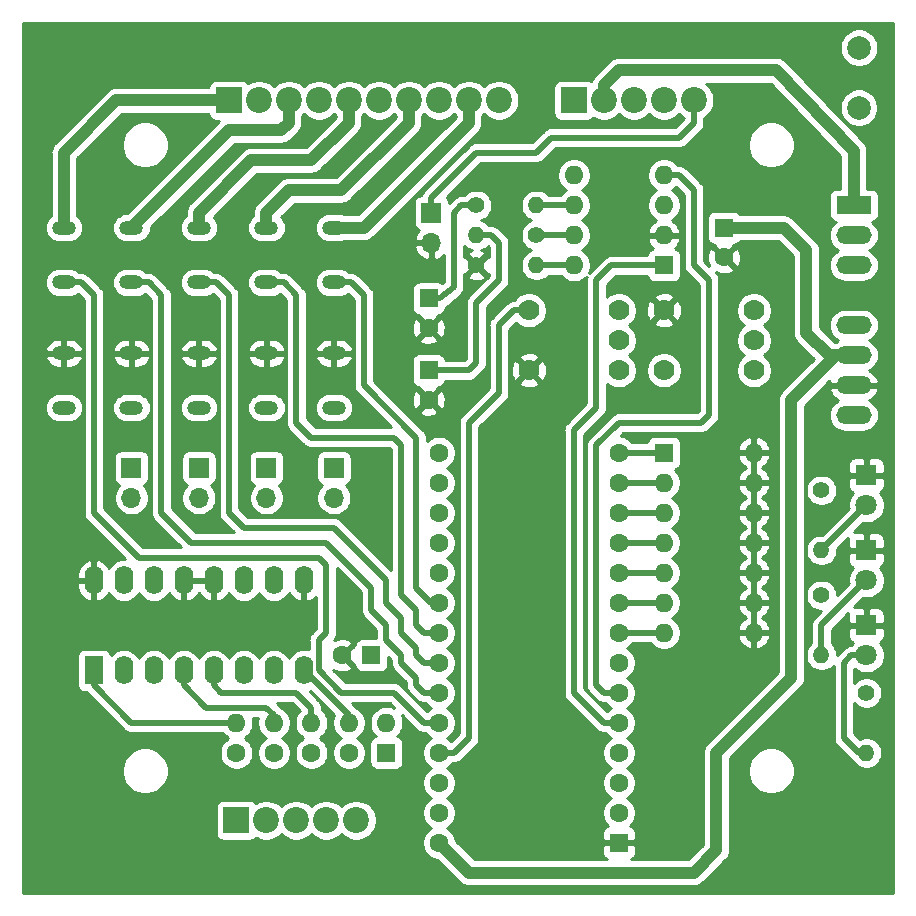
<source format=gbl>
G04 #@! TF.GenerationSoftware,KiCad,Pcbnew,5.1.5-1.fc31*
G04 #@! TF.CreationDate,2020-09-16T10:50:50+01:00*
G04 #@! TF.ProjectId,winctl-1.0,77696e63-746c-42d3-912e-302e6b696361,1.0*
G04 #@! TF.SameCoordinates,Original*
G04 #@! TF.FileFunction,Copper,L2,Bot*
G04 #@! TF.FilePolarity,Positive*
%FSLAX46Y46*%
G04 Gerber Fmt 4.6, Leading zero omitted, Abs format (unit mm)*
G04 Created by KiCad (PCBNEW 5.1.5-1.fc31) date 2020-09-16 10:50:50*
%MOMM*%
%LPD*%
G04 APERTURE LIST*
%ADD10O,1.700000X1.700000*%
%ADD11R,1.700000X1.700000*%
%ADD12C,2.200000*%
%ADD13R,2.200000X2.200000*%
%ADD14O,1.400000X1.400000*%
%ADD15C,1.400000*%
%ADD16O,1.600000X1.600000*%
%ADD17R,1.600000X1.600000*%
%ADD18O,2.000000X1.200000*%
%ADD19C,1.600000*%
%ADD20O,3.000000X1.500000*%
%ADD21R,3.000000X1.500000*%
%ADD22C,1.800000*%
%ADD23R,1.800000X1.800000*%
%ADD24O,1.600000X2.400000*%
%ADD25R,1.600000X2.400000*%
%ADD26C,1.778000*%
%ADD27C,2.000000*%
%ADD28C,1.000000*%
%ADD29C,0.500000*%
%ADD30C,0.254000*%
G04 APERTURE END LIST*
D10*
X15240000Y-34290000D03*
D11*
X15240000Y-31750000D03*
D12*
X37465000Y-22225000D03*
X34925000Y-22225000D03*
X32385000Y-22225000D03*
X29845000Y-22225000D03*
D13*
X27305000Y-22225000D03*
D10*
X-10160000Y-55880000D03*
D11*
X-10160000Y-53340000D03*
D10*
X1270000Y-55880000D03*
D11*
X1270000Y-53340000D03*
D10*
X-4445000Y-55880000D03*
D11*
X-4445000Y-53340000D03*
D10*
X6985000Y-55880000D03*
D11*
X6985000Y-53340000D03*
D14*
X24130000Y-36195000D03*
D15*
X19050000Y-36195000D03*
D16*
X42545000Y-52070000D03*
X34925000Y-67310000D03*
X42545000Y-54610000D03*
X34925000Y-64770000D03*
X42545000Y-57150000D03*
X34925000Y-62230000D03*
X42545000Y-59690000D03*
X34925000Y-59690000D03*
X42545000Y-62230000D03*
X34925000Y-57150000D03*
X42545000Y-64770000D03*
X34925000Y-54610000D03*
X42545000Y-67310000D03*
D17*
X34925000Y-52070000D03*
D16*
X11430000Y-74930000D03*
D17*
X11430000Y-77470000D03*
D18*
X6985000Y-48260000D03*
X6985000Y-43640000D03*
X6985000Y-37640000D03*
X6985000Y-33020000D03*
X1270000Y-48260000D03*
X1270000Y-43640000D03*
X1270000Y-37640000D03*
X1270000Y-33020000D03*
X-4445000Y-48260000D03*
X-4445000Y-43640000D03*
X-4445000Y-37640000D03*
X-4445000Y-33020000D03*
X-10160000Y-48260000D03*
X-10160000Y-43640000D03*
X-10160000Y-37640000D03*
X-10160000Y-33020000D03*
X-15875000Y-48260000D03*
X-15875000Y-43640000D03*
X-15875000Y-37640000D03*
X-15875000Y-33020000D03*
D17*
X31115000Y-85090000D03*
D19*
X31115000Y-82550000D03*
X31115000Y-80010000D03*
X31115000Y-77470000D03*
X31115000Y-74930000D03*
X31115000Y-72390000D03*
X31115000Y-69850000D03*
X31115000Y-67310000D03*
X31115000Y-64770000D03*
X31115000Y-62230000D03*
X31115000Y-59690000D03*
X31115000Y-57150000D03*
X31115000Y-54610000D03*
X15875000Y-85090000D03*
X15875000Y-82550000D03*
X15875000Y-80010000D03*
X15875000Y-77470000D03*
X15875000Y-74930000D03*
X15875000Y-72390000D03*
X15875000Y-69850000D03*
X15875000Y-67310000D03*
X15875000Y-64770000D03*
X15875000Y-62230000D03*
X15875000Y-59690000D03*
X15875000Y-57150000D03*
X15875000Y-54610000D03*
X31115000Y-52070000D03*
X15875000Y-52070000D03*
D20*
X51000000Y-48895000D03*
X51000000Y-46355000D03*
X51000000Y-36195000D03*
X51000000Y-43815000D03*
X51000000Y-41275000D03*
X51000000Y-33655000D03*
D21*
X51000000Y-31115000D03*
D14*
X48260000Y-69215000D03*
D15*
X48260000Y-64135000D03*
D14*
X48260000Y-60325000D03*
D15*
X48260000Y-55245000D03*
D22*
X52070000Y-62865000D03*
D23*
X52070000Y-60325000D03*
D22*
X52070000Y-56515000D03*
D23*
X52070000Y-53975000D03*
D14*
X52070000Y-77470000D03*
D15*
X52070000Y-72390000D03*
D22*
X52070000Y-69215000D03*
D23*
X52070000Y-66675000D03*
D12*
X20955000Y-22225000D03*
X18415000Y-22225000D03*
X15875000Y-22225000D03*
X13335000Y-22225000D03*
X10795000Y-22225000D03*
X8255000Y-22225000D03*
X5715000Y-22225000D03*
X3175000Y-22225000D03*
X635000Y-22225000D03*
D13*
X-1905000Y-22225000D03*
D16*
X27305000Y-36195000D03*
X34925000Y-28575000D03*
X27305000Y-33655000D03*
X34925000Y-31115000D03*
X27305000Y-31115000D03*
X34925000Y-33655000D03*
X27305000Y-28575000D03*
D17*
X34925000Y-36195000D03*
D24*
X-13335000Y-62880000D03*
X4445000Y-70500000D03*
X-10795000Y-62880000D03*
X1905000Y-70500000D03*
X-8255000Y-62880000D03*
X-635000Y-70500000D03*
X-5715000Y-62880000D03*
X-3175000Y-70500000D03*
X-3175000Y-62880000D03*
X-5715000Y-70500000D03*
X-635000Y-62880000D03*
X-8255000Y-70500000D03*
X1905000Y-62880000D03*
X-10795000Y-70500000D03*
X4445000Y-62880000D03*
D25*
X-13335000Y-70500000D03*
D26*
X42545000Y-45085000D03*
X42545000Y-42545000D03*
X42545000Y-40005000D03*
X34925000Y-40005000D03*
X34925000Y-45085000D03*
X31115000Y-45085000D03*
X31115000Y-42545000D03*
X31115000Y-40005000D03*
X23495000Y-40005000D03*
X23495000Y-45085000D03*
D14*
X24130000Y-31115000D03*
D15*
X19050000Y-31115000D03*
D14*
X19050000Y-33655000D03*
D15*
X24130000Y-33655000D03*
D16*
X8255000Y-74930000D03*
D19*
X8255000Y-77470000D03*
D16*
X5080000Y-74930000D03*
D19*
X5080000Y-77470000D03*
D16*
X1905000Y-74930000D03*
D19*
X1905000Y-77470000D03*
D16*
X-1270000Y-74930000D03*
D19*
X-1270000Y-77470000D03*
D12*
X8890000Y-83185000D03*
X6350000Y-83185000D03*
X3810000Y-83185000D03*
X1270000Y-83185000D03*
D13*
X-1270000Y-83185000D03*
D27*
X51425000Y-22860000D03*
X51435000Y-17780000D03*
D19*
X15000000Y-41500000D03*
D17*
X15000000Y-39000000D03*
D19*
X15000000Y-47585000D03*
D17*
X15000000Y-45085000D03*
D19*
X40005000Y-35520000D03*
D17*
X40005000Y-33020000D03*
D19*
X7660000Y-69215000D03*
D17*
X10160000Y-69215000D03*
D28*
X50165000Y-43815000D02*
X48895000Y-43815000D01*
X48895000Y-43815000D02*
X46990000Y-41910000D01*
X46990000Y-41910000D02*
X46990000Y-34925000D01*
X45085000Y-33020000D02*
X40005000Y-33020000D01*
X46990000Y-34925000D02*
X45085000Y-33020000D01*
X48895000Y-43815000D02*
X51000000Y-43815000D01*
X51000000Y-43815000D02*
X49530000Y-43815000D01*
X49530000Y-43815000D02*
X45720000Y-47625000D01*
X45720000Y-47625000D02*
X45720000Y-71120000D01*
X45720000Y-71120000D02*
X39370000Y-77470000D01*
X39370000Y-77470000D02*
X39370000Y-85725000D01*
X39370000Y-85725000D02*
X37465000Y-87630000D01*
X18415000Y-87630000D02*
X15875000Y-85090000D01*
X37465000Y-87630000D02*
X18415000Y-87630000D01*
D29*
X15000000Y-45085000D02*
X18415000Y-45085000D01*
X18415000Y-45085000D02*
X19050000Y-44450000D01*
X19050000Y-44450000D02*
X19050000Y-44384990D01*
X19050000Y-39370000D02*
X19050000Y-44450000D01*
X20955000Y-37465000D02*
X19050000Y-39370000D01*
X20320000Y-33655000D02*
X20955000Y-34290000D01*
X20955000Y-34290000D02*
X20955000Y-37465000D01*
X19050000Y-33655000D02*
X20320000Y-33655000D01*
X17780000Y-31115000D02*
X19050000Y-31115000D01*
X17145000Y-31750000D02*
X17780000Y-31115000D01*
X17145000Y-38000000D02*
X17145000Y-31750000D01*
X15000000Y-39000000D02*
X16000000Y-39000000D01*
X16000000Y-39000000D02*
X17145000Y-38000000D01*
D28*
X18415000Y-24130000D02*
X18415000Y-22225000D01*
X6985000Y-33020000D02*
X9525000Y-33020000D01*
X9525000Y-33020000D02*
X18415000Y-24130000D01*
X13335000Y-24130000D02*
X13335000Y-22225000D01*
X7620000Y-29845000D02*
X13335000Y-24130000D01*
X3175000Y-29845000D02*
X7620000Y-29845000D01*
X1270000Y-33020000D02*
X1270000Y-31750000D01*
X1270000Y-31750000D02*
X3175000Y-29845000D01*
X8255000Y-24130000D02*
X8255000Y-22225000D01*
X5080000Y-27305000D02*
X8255000Y-24130000D01*
X0Y-27305000D02*
X5080000Y-27305000D01*
X-4445000Y-33020000D02*
X-4445000Y-31750000D01*
X-4445000Y-31750000D02*
X0Y-27305000D01*
X3175000Y-24130000D02*
X3175000Y-22225000D01*
X2540000Y-24765000D02*
X3175000Y-24130000D01*
X-10160000Y-33020000D02*
X-1905000Y-24765000D01*
X-1905000Y-24765000D02*
X2540000Y-24765000D01*
X-15875000Y-33020000D02*
X-15875000Y-26670000D01*
X-11430000Y-22225000D02*
X-1905000Y-22225000D01*
X-15875000Y-26670000D02*
X-11430000Y-22225000D01*
D29*
X25400000Y-33655000D02*
X27305000Y-33655000D01*
X24130000Y-33655000D02*
X25400000Y-33655000D01*
X24130000Y-31115000D02*
X27305000Y-31115000D01*
X31115000Y-67310000D02*
X34925000Y-67310000D01*
X31115000Y-64770000D02*
X34925000Y-64770000D01*
X31115000Y-62230000D02*
X34925000Y-62230000D01*
X31115000Y-59690000D02*
X34925000Y-59690000D01*
X31115000Y-57150000D02*
X34925000Y-57150000D01*
X31115000Y-54610000D02*
X34925000Y-54610000D01*
X31115000Y-52070000D02*
X34925000Y-52070000D01*
X30480000Y-36195000D02*
X34925000Y-36195000D01*
X29210000Y-37465000D02*
X30480000Y-36195000D01*
X29845000Y-74930000D02*
X27305000Y-72390000D01*
X31115000Y-74930000D02*
X29845000Y-74930000D01*
X27305000Y-72390000D02*
X27305000Y-50165000D01*
X27305000Y-50165000D02*
X29210000Y-48260000D01*
X29210000Y-48260000D02*
X29210000Y-37465000D01*
X38735000Y-37465000D02*
X37465000Y-36195000D01*
X37465000Y-36195000D02*
X37465000Y-29845000D01*
X37465000Y-29845000D02*
X36195000Y-28575000D01*
X36195000Y-28575000D02*
X34925000Y-28575000D01*
X38735000Y-47625000D02*
X38735000Y-45720000D01*
X38735000Y-45720000D02*
X38735000Y-37465000D01*
X38735000Y-48895000D02*
X38735000Y-45720000D01*
X38100000Y-49530000D02*
X38735000Y-48895000D01*
X31115000Y-72390000D02*
X29845000Y-72390000D01*
X29845000Y-72390000D02*
X29210000Y-71755000D01*
X31115000Y-49530000D02*
X38100000Y-49530000D01*
X29210000Y-71755000D02*
X29210000Y-51435000D01*
X29210000Y-51435000D02*
X31115000Y-49530000D01*
X24130000Y-36195000D02*
X27305000Y-36195000D01*
X22225000Y-40005000D02*
X23495000Y-40005000D01*
X20955000Y-41275000D02*
X22225000Y-40005000D01*
X17145000Y-77470000D02*
X18415000Y-76200000D01*
X18415000Y-49530000D02*
X20955000Y-46990000D01*
X15875000Y-77470000D02*
X17145000Y-77470000D01*
X18415000Y-76200000D02*
X18415000Y-49530000D01*
X20955000Y-46990000D02*
X20955000Y-41275000D01*
X-13335000Y-38735000D02*
X-14430000Y-37640000D01*
X6350000Y-67310000D02*
X6350000Y-61595000D01*
X-14430000Y-37640000D02*
X-15875000Y-37640000D01*
X7620000Y-72390000D02*
X5715000Y-70485000D01*
X12065000Y-72390000D02*
X7620000Y-72390000D01*
X-9525000Y-60960000D02*
X-13335000Y-57150000D01*
X5715000Y-70485000D02*
X5715000Y-67945000D01*
X15875000Y-74930000D02*
X14605000Y-74930000D01*
X14605000Y-74930000D02*
X12065000Y-72390000D01*
X5715000Y-67945000D02*
X6350000Y-67310000D01*
X6350000Y-61595000D02*
X5715000Y-60960000D01*
X5715000Y-60960000D02*
X-9525000Y-60960000D01*
X-13335000Y-57150000D02*
X-13335000Y-38735000D01*
X-8715000Y-37640000D02*
X-10160000Y-37640000D01*
X-7620000Y-38735000D02*
X-8715000Y-37640000D01*
X-7620000Y-57150000D02*
X-7620000Y-38735000D01*
X13970000Y-71120000D02*
X12700000Y-69850000D01*
X12700000Y-69850000D02*
X12700000Y-69215000D01*
X13970000Y-71755000D02*
X13970000Y-71120000D01*
X12700000Y-69215000D02*
X11430000Y-67945000D01*
X11430000Y-67945000D02*
X11430000Y-66675000D01*
X10160000Y-65405000D02*
X10160000Y-63500000D01*
X15875000Y-72390000D02*
X14605000Y-72390000D01*
X14605000Y-72390000D02*
X13970000Y-71755000D01*
X-5080000Y-59690000D02*
X-7620000Y-57150000D01*
X6350000Y-59690000D02*
X-5080000Y-59690000D01*
X11430000Y-66675000D02*
X10160000Y-65405000D01*
X10160000Y-63500000D02*
X6350000Y-59690000D01*
X-3000000Y-37640000D02*
X-4445000Y-37640000D01*
X12700000Y-67310000D02*
X12700000Y-66040000D01*
X13970000Y-69215000D02*
X13970000Y-68580000D01*
X13970000Y-68580000D02*
X12700000Y-67310000D01*
X15875000Y-69850000D02*
X14605000Y-69850000D01*
X-1905000Y-38735000D02*
X-3000000Y-37640000D01*
X12700000Y-66040000D02*
X11430000Y-64770000D01*
X11430000Y-64770000D02*
X11430000Y-62865000D01*
X-1905000Y-57150000D02*
X-1905000Y-38735000D01*
X-635000Y-58420000D02*
X-1905000Y-57150000D01*
X11430000Y-62865000D02*
X6985000Y-58420000D01*
X14605000Y-69850000D02*
X13970000Y-69215000D01*
X6985000Y-58420000D02*
X-635000Y-58420000D01*
X3810000Y-49530000D02*
X3810000Y-38735000D01*
X5080000Y-50800000D02*
X3810000Y-49530000D01*
X12065000Y-50800000D02*
X5080000Y-50800000D01*
X12700000Y-51435000D02*
X12065000Y-50800000D01*
X15875000Y-67310000D02*
X14605000Y-67310000D01*
X13970000Y-66675000D02*
X13970000Y-65405000D01*
X13970000Y-65405000D02*
X12700000Y-64135000D01*
X2715000Y-37640000D02*
X1270000Y-37640000D01*
X3810000Y-38735000D02*
X2715000Y-37640000D01*
X14605000Y-67310000D02*
X13970000Y-66675000D01*
X12700000Y-64135000D02*
X12700000Y-51435000D01*
X15875000Y-64770000D02*
X15240000Y-64770000D01*
X15240000Y-64770000D02*
X13970000Y-63500000D01*
X13970000Y-63500000D02*
X13970000Y-50800000D01*
X13970000Y-50800000D02*
X9525000Y-46355000D01*
X9525000Y-46355000D02*
X9525000Y-38735000D01*
X8430000Y-37640000D02*
X6985000Y-37640000D01*
X9525000Y-38735000D02*
X8430000Y-37640000D01*
X50165000Y-76200000D02*
X50165000Y-69850000D01*
X50800000Y-69215000D02*
X52070000Y-69215000D01*
X50165000Y-69850000D02*
X50800000Y-69215000D01*
X52070000Y-77470000D02*
X51435000Y-77470000D01*
X51435000Y-77470000D02*
X50165000Y-76200000D01*
X48260000Y-60325000D02*
X52070000Y-56515000D01*
X48260000Y-66675000D02*
X52070000Y-62865000D01*
X48260000Y-69215000D02*
X48260000Y-66675000D01*
X-1270000Y-74930000D02*
X-10160000Y-74930000D01*
X-13335000Y-71755000D02*
X-13335000Y-70500000D01*
X-10160000Y-74930000D02*
X-13335000Y-71755000D01*
X-5715000Y-71755000D02*
X-5715000Y-70500000D01*
X1270000Y-73660000D02*
X-3810000Y-73660000D01*
X1905000Y-74930000D02*
X1905000Y-74295000D01*
X-3810000Y-73660000D02*
X-5715000Y-71755000D01*
X1905000Y-74295000D02*
X1270000Y-73660000D01*
X-3175000Y-71755000D02*
X-3175000Y-70500000D01*
X-2540000Y-72390000D02*
X-3175000Y-71755000D01*
X3810000Y-72390000D02*
X-2540000Y-72390000D01*
X5080000Y-74930000D02*
X5080000Y-73660000D01*
X5080000Y-73660000D02*
X3810000Y-72390000D01*
X8255000Y-74295000D02*
X4445000Y-70485000D01*
X8255000Y-74930000D02*
X8255000Y-74295000D01*
D28*
X51000000Y-26500000D02*
X51000000Y-31115000D01*
X29845000Y-22225000D02*
X29845000Y-20955000D01*
X29845000Y-20955000D02*
X31115000Y-19685000D01*
X31115000Y-19685000D02*
X44450000Y-19685000D01*
X44450000Y-19685000D02*
X51000000Y-26500000D01*
D29*
X37465000Y-24130000D02*
X37465000Y-22225000D01*
X36195000Y-25400000D02*
X37465000Y-24130000D01*
X25400000Y-25400000D02*
X36195000Y-25400000D01*
X24130000Y-26670000D02*
X25400000Y-25400000D01*
X15240000Y-31750000D02*
X15240000Y-30480000D01*
X15240000Y-30480000D02*
X19050000Y-26670000D01*
X19050000Y-26670000D02*
X24130000Y-26670000D01*
D30*
G36*
X54315000Y-89315000D02*
G01*
X-19315000Y-89315000D01*
X-19315000Y-82085000D01*
X-3008072Y-82085000D01*
X-3008072Y-84285000D01*
X-2995812Y-84409482D01*
X-2959502Y-84529180D01*
X-2900537Y-84639494D01*
X-2821185Y-84736185D01*
X-2724494Y-84815537D01*
X-2614180Y-84874502D01*
X-2494482Y-84910812D01*
X-2370000Y-84923072D01*
X-170000Y-84923072D01*
X-45518Y-84910812D01*
X74180Y-84874502D01*
X184494Y-84815537D01*
X281185Y-84736185D01*
X347557Y-84655310D01*
X448169Y-84722537D01*
X763919Y-84853325D01*
X1099117Y-84920000D01*
X1440883Y-84920000D01*
X1776081Y-84853325D01*
X2091831Y-84722537D01*
X2375998Y-84532663D01*
X2540000Y-84368661D01*
X2704002Y-84532663D01*
X2988169Y-84722537D01*
X3303919Y-84853325D01*
X3639117Y-84920000D01*
X3980883Y-84920000D01*
X4316081Y-84853325D01*
X4631831Y-84722537D01*
X4915998Y-84532663D01*
X5080000Y-84368661D01*
X5244002Y-84532663D01*
X5528169Y-84722537D01*
X5843919Y-84853325D01*
X6179117Y-84920000D01*
X6520883Y-84920000D01*
X6856081Y-84853325D01*
X7171831Y-84722537D01*
X7455998Y-84532663D01*
X7620000Y-84368661D01*
X7784002Y-84532663D01*
X8068169Y-84722537D01*
X8383919Y-84853325D01*
X8719117Y-84920000D01*
X9060883Y-84920000D01*
X9396081Y-84853325D01*
X9711831Y-84722537D01*
X9995998Y-84532663D01*
X10237663Y-84290998D01*
X10427537Y-84006831D01*
X10558325Y-83691081D01*
X10625000Y-83355883D01*
X10625000Y-83014117D01*
X10558325Y-82678919D01*
X10427537Y-82363169D01*
X10237663Y-82079002D01*
X9995998Y-81837337D01*
X9711831Y-81647463D01*
X9396081Y-81516675D01*
X9060883Y-81450000D01*
X8719117Y-81450000D01*
X8383919Y-81516675D01*
X8068169Y-81647463D01*
X7784002Y-81837337D01*
X7620000Y-82001339D01*
X7455998Y-81837337D01*
X7171831Y-81647463D01*
X6856081Y-81516675D01*
X6520883Y-81450000D01*
X6179117Y-81450000D01*
X5843919Y-81516675D01*
X5528169Y-81647463D01*
X5244002Y-81837337D01*
X5080000Y-82001339D01*
X4915998Y-81837337D01*
X4631831Y-81647463D01*
X4316081Y-81516675D01*
X3980883Y-81450000D01*
X3639117Y-81450000D01*
X3303919Y-81516675D01*
X2988169Y-81647463D01*
X2704002Y-81837337D01*
X2540000Y-82001339D01*
X2375998Y-81837337D01*
X2091831Y-81647463D01*
X1776081Y-81516675D01*
X1440883Y-81450000D01*
X1099117Y-81450000D01*
X763919Y-81516675D01*
X448169Y-81647463D01*
X347557Y-81714690D01*
X281185Y-81633815D01*
X184494Y-81554463D01*
X74180Y-81495498D01*
X-45518Y-81459188D01*
X-170000Y-81446928D01*
X-2370000Y-81446928D01*
X-2494482Y-81459188D01*
X-2614180Y-81495498D01*
X-2724494Y-81554463D01*
X-2821185Y-81633815D01*
X-2900537Y-81730506D01*
X-2959502Y-81840820D01*
X-2995812Y-81960518D01*
X-3008072Y-82085000D01*
X-19315000Y-82085000D01*
X-19315000Y-78804495D01*
X-10985000Y-78804495D01*
X-10985000Y-79195505D01*
X-10908718Y-79579003D01*
X-10759085Y-79940250D01*
X-10541851Y-80265364D01*
X-10265364Y-80541851D01*
X-9940250Y-80759085D01*
X-9579003Y-80908718D01*
X-9195505Y-80985000D01*
X-8804495Y-80985000D01*
X-8420997Y-80908718D01*
X-8059750Y-80759085D01*
X-7734636Y-80541851D01*
X-7458149Y-80265364D01*
X-7240915Y-79940250D01*
X-7091282Y-79579003D01*
X-7015000Y-79195505D01*
X-7015000Y-78804495D01*
X-7091282Y-78420997D01*
X-7240915Y-78059750D01*
X-7458149Y-77734636D01*
X-7734636Y-77458149D01*
X-8059750Y-77240915D01*
X-8420997Y-77091282D01*
X-8804495Y-77015000D01*
X-9195505Y-77015000D01*
X-9579003Y-77091282D01*
X-9940250Y-77240915D01*
X-10265364Y-77458149D01*
X-10541851Y-77734636D01*
X-10759085Y-78059750D01*
X-10908718Y-78420997D01*
X-10985000Y-78804495D01*
X-19315000Y-78804495D01*
X-19315000Y-63007000D01*
X-14770000Y-63007000D01*
X-14770000Y-63407000D01*
X-14717650Y-63684514D01*
X-14612166Y-63946483D01*
X-14457601Y-64182839D01*
X-14259895Y-64384500D01*
X-14026646Y-64543715D01*
X-13766818Y-64654367D01*
X-13684039Y-64671904D01*
X-13462000Y-64549915D01*
X-13462000Y-63007000D01*
X-14770000Y-63007000D01*
X-19315000Y-63007000D01*
X-19315000Y-62353000D01*
X-14770000Y-62353000D01*
X-14770000Y-62753000D01*
X-13462000Y-62753000D01*
X-13462000Y-61210085D01*
X-13684039Y-61088096D01*
X-13766818Y-61105633D01*
X-14026646Y-61216285D01*
X-14259895Y-61375500D01*
X-14457601Y-61577161D01*
X-14612166Y-61813517D01*
X-14717650Y-62075486D01*
X-14770000Y-62353000D01*
X-19315000Y-62353000D01*
X-19315000Y-48260000D01*
X-17515975Y-48260000D01*
X-17492130Y-48502102D01*
X-17421511Y-48734901D01*
X-17306833Y-48949449D01*
X-17152502Y-49137502D01*
X-16964449Y-49291833D01*
X-16749901Y-49406511D01*
X-16517102Y-49477130D01*
X-16335665Y-49495000D01*
X-15414335Y-49495000D01*
X-15232898Y-49477130D01*
X-15000099Y-49406511D01*
X-14785551Y-49291833D01*
X-14597498Y-49137502D01*
X-14443167Y-48949449D01*
X-14328489Y-48734901D01*
X-14257870Y-48502102D01*
X-14234025Y-48260000D01*
X-14257870Y-48017898D01*
X-14328489Y-47785099D01*
X-14443167Y-47570551D01*
X-14597498Y-47382498D01*
X-14785551Y-47228167D01*
X-15000099Y-47113489D01*
X-15232898Y-47042870D01*
X-15414335Y-47025000D01*
X-16335665Y-47025000D01*
X-16517102Y-47042870D01*
X-16749901Y-47113489D01*
X-16964449Y-47228167D01*
X-17152502Y-47382498D01*
X-17306833Y-47570551D01*
X-17421511Y-47785099D01*
X-17492130Y-48017898D01*
X-17515975Y-48260000D01*
X-19315000Y-48260000D01*
X-19315000Y-43957609D01*
X-17468462Y-43957609D01*
X-17464591Y-43995282D01*
X-17372421Y-44220533D01*
X-17238078Y-44423474D01*
X-17066725Y-44596307D01*
X-16864946Y-44732390D01*
X-16640496Y-44826493D01*
X-16402000Y-44875000D01*
X-16002000Y-44875000D01*
X-16002000Y-43767000D01*
X-15748000Y-43767000D01*
X-15748000Y-44875000D01*
X-15348000Y-44875000D01*
X-15109504Y-44826493D01*
X-14885054Y-44732390D01*
X-14683275Y-44596307D01*
X-14511922Y-44423474D01*
X-14377579Y-44220533D01*
X-14285409Y-43995282D01*
X-14281538Y-43957609D01*
X-14406269Y-43767000D01*
X-15748000Y-43767000D01*
X-16002000Y-43767000D01*
X-17343731Y-43767000D01*
X-17468462Y-43957609D01*
X-19315000Y-43957609D01*
X-19315000Y-43322391D01*
X-17468462Y-43322391D01*
X-17343731Y-43513000D01*
X-16002000Y-43513000D01*
X-16002000Y-42405000D01*
X-15748000Y-42405000D01*
X-15748000Y-43513000D01*
X-14406269Y-43513000D01*
X-14281538Y-43322391D01*
X-14285409Y-43284718D01*
X-14377579Y-43059467D01*
X-14511922Y-42856526D01*
X-14683275Y-42683693D01*
X-14885054Y-42547610D01*
X-15109504Y-42453507D01*
X-15348000Y-42405000D01*
X-15748000Y-42405000D01*
X-16002000Y-42405000D01*
X-16402000Y-42405000D01*
X-16640496Y-42453507D01*
X-16864946Y-42547610D01*
X-17066725Y-42683693D01*
X-17238078Y-42856526D01*
X-17372421Y-43059467D01*
X-17464591Y-43284718D01*
X-17468462Y-43322391D01*
X-19315000Y-43322391D01*
X-19315000Y-37640000D01*
X-17515975Y-37640000D01*
X-17492130Y-37882102D01*
X-17421511Y-38114901D01*
X-17306833Y-38329449D01*
X-17152502Y-38517502D01*
X-16964449Y-38671833D01*
X-16749901Y-38786511D01*
X-16517102Y-38857130D01*
X-16335665Y-38875000D01*
X-15414335Y-38875000D01*
X-15232898Y-38857130D01*
X-15000099Y-38786511D01*
X-14785551Y-38671833D01*
X-14710960Y-38610618D01*
X-14219999Y-39101580D01*
X-14220000Y-57106531D01*
X-14224281Y-57150000D01*
X-14220000Y-57193469D01*
X-14220000Y-57193476D01*
X-14207195Y-57323489D01*
X-14156589Y-57490312D01*
X-14074411Y-57644058D01*
X-13963817Y-57778817D01*
X-13930044Y-57806534D01*
X-10687981Y-61048598D01*
X-10795000Y-61038057D01*
X-11076309Y-61065764D01*
X-11346808Y-61147818D01*
X-11596101Y-61281068D01*
X-11814608Y-61460393D01*
X-11993932Y-61678900D01*
X-12062265Y-61806742D01*
X-12212399Y-61577161D01*
X-12410105Y-61375500D01*
X-12643354Y-61216285D01*
X-12903182Y-61105633D01*
X-12985961Y-61088096D01*
X-13208000Y-61210085D01*
X-13208000Y-62753000D01*
X-13188000Y-62753000D01*
X-13188000Y-63007000D01*
X-13208000Y-63007000D01*
X-13208000Y-64549915D01*
X-12985961Y-64671904D01*
X-12903182Y-64654367D01*
X-12643354Y-64543715D01*
X-12410105Y-64384500D01*
X-12212399Y-64182839D01*
X-12062265Y-63953259D01*
X-11993932Y-64081101D01*
X-11814607Y-64299608D01*
X-11596100Y-64478932D01*
X-11346807Y-64612182D01*
X-11076308Y-64694236D01*
X-10795000Y-64721943D01*
X-10513691Y-64694236D01*
X-10243192Y-64612182D01*
X-9993899Y-64478932D01*
X-9775392Y-64299608D01*
X-9596068Y-64081101D01*
X-9525000Y-63948142D01*
X-9453932Y-64081101D01*
X-9274607Y-64299608D01*
X-9056100Y-64478932D01*
X-8806807Y-64612182D01*
X-8536308Y-64694236D01*
X-8255000Y-64721943D01*
X-7973691Y-64694236D01*
X-7703192Y-64612182D01*
X-7453899Y-64478932D01*
X-7235392Y-64299608D01*
X-7056068Y-64081101D01*
X-6987735Y-63953259D01*
X-6837601Y-64182839D01*
X-6639895Y-64384500D01*
X-6406646Y-64543715D01*
X-6146818Y-64654367D01*
X-6064039Y-64671904D01*
X-5842000Y-64549915D01*
X-5842000Y-63007000D01*
X-5588000Y-63007000D01*
X-5588000Y-64549915D01*
X-5365961Y-64671904D01*
X-5283182Y-64654367D01*
X-5023354Y-64543715D01*
X-4790105Y-64384500D01*
X-4592399Y-64182839D01*
X-4445000Y-63957441D01*
X-4297601Y-64182839D01*
X-4099895Y-64384500D01*
X-3866646Y-64543715D01*
X-3606818Y-64654367D01*
X-3524039Y-64671904D01*
X-3302000Y-64549915D01*
X-3302000Y-63007000D01*
X-5588000Y-63007000D01*
X-5842000Y-63007000D01*
X-5862000Y-63007000D01*
X-5862000Y-62753000D01*
X-5842000Y-62753000D01*
X-5842000Y-62733000D01*
X-5588000Y-62733000D01*
X-5588000Y-62753000D01*
X-3302000Y-62753000D01*
X-3302000Y-62733000D01*
X-3048000Y-62733000D01*
X-3048000Y-62753000D01*
X-3028000Y-62753000D01*
X-3028000Y-63007000D01*
X-3048000Y-63007000D01*
X-3048000Y-64549915D01*
X-2825961Y-64671904D01*
X-2743182Y-64654367D01*
X-2483354Y-64543715D01*
X-2250105Y-64384500D01*
X-2052399Y-64182839D01*
X-1902265Y-63953259D01*
X-1833932Y-64081101D01*
X-1654607Y-64299608D01*
X-1436100Y-64478932D01*
X-1186807Y-64612182D01*
X-916308Y-64694236D01*
X-635000Y-64721943D01*
X-353691Y-64694236D01*
X-83192Y-64612182D01*
X166101Y-64478932D01*
X384608Y-64299608D01*
X563932Y-64081101D01*
X635000Y-63948142D01*
X706068Y-64081101D01*
X885393Y-64299608D01*
X1103900Y-64478932D01*
X1353193Y-64612182D01*
X1623692Y-64694236D01*
X1905000Y-64721943D01*
X2186309Y-64694236D01*
X2456808Y-64612182D01*
X2706101Y-64478932D01*
X2924608Y-64299608D01*
X3103932Y-64081101D01*
X3172265Y-63953259D01*
X3322399Y-64182839D01*
X3520105Y-64384500D01*
X3753354Y-64543715D01*
X4013182Y-64654367D01*
X4095961Y-64671904D01*
X4318000Y-64549915D01*
X4318000Y-63007000D01*
X4298000Y-63007000D01*
X4298000Y-62753000D01*
X4318000Y-62753000D01*
X4318000Y-62733000D01*
X4572000Y-62733000D01*
X4572000Y-62753000D01*
X4592000Y-62753000D01*
X4592000Y-63007000D01*
X4572000Y-63007000D01*
X4572000Y-64549915D01*
X4794039Y-64671904D01*
X4876818Y-64654367D01*
X5136646Y-64543715D01*
X5369895Y-64384500D01*
X5465001Y-64287492D01*
X5465000Y-66943421D01*
X5119951Y-67288471D01*
X5086184Y-67316183D01*
X5058471Y-67349951D01*
X5058468Y-67349954D01*
X4975590Y-67450941D01*
X4893412Y-67604687D01*
X4842805Y-67771510D01*
X4825719Y-67945000D01*
X4830001Y-67988476D01*
X4830001Y-68717218D01*
X4726308Y-68685764D01*
X4445000Y-68658057D01*
X4163691Y-68685764D01*
X3893192Y-68767818D01*
X3643899Y-68901068D01*
X3425392Y-69080393D01*
X3246068Y-69298900D01*
X3175000Y-69431858D01*
X3103932Y-69298899D01*
X2924607Y-69080392D01*
X2706100Y-68901068D01*
X2456807Y-68767818D01*
X2186308Y-68685764D01*
X1905000Y-68658057D01*
X1623691Y-68685764D01*
X1353192Y-68767818D01*
X1103899Y-68901068D01*
X885392Y-69080393D01*
X706068Y-69298900D01*
X635000Y-69431858D01*
X563932Y-69298899D01*
X384607Y-69080392D01*
X166100Y-68901068D01*
X-83193Y-68767818D01*
X-353692Y-68685764D01*
X-635000Y-68658057D01*
X-916309Y-68685764D01*
X-1186808Y-68767818D01*
X-1436101Y-68901068D01*
X-1654608Y-69080393D01*
X-1833932Y-69298900D01*
X-1905000Y-69431858D01*
X-1976068Y-69298899D01*
X-2155393Y-69080392D01*
X-2373900Y-68901068D01*
X-2623193Y-68767818D01*
X-2893692Y-68685764D01*
X-3175000Y-68658057D01*
X-3456309Y-68685764D01*
X-3726808Y-68767818D01*
X-3976101Y-68901068D01*
X-4194608Y-69080393D01*
X-4373932Y-69298900D01*
X-4445000Y-69431858D01*
X-4516068Y-69298899D01*
X-4695393Y-69080392D01*
X-4913900Y-68901068D01*
X-5163193Y-68767818D01*
X-5433692Y-68685764D01*
X-5715000Y-68658057D01*
X-5996309Y-68685764D01*
X-6266808Y-68767818D01*
X-6516101Y-68901068D01*
X-6734608Y-69080393D01*
X-6913932Y-69298900D01*
X-6985000Y-69431858D01*
X-7056068Y-69298899D01*
X-7235393Y-69080392D01*
X-7453900Y-68901068D01*
X-7703193Y-68767818D01*
X-7973692Y-68685764D01*
X-8255000Y-68658057D01*
X-8536309Y-68685764D01*
X-8806808Y-68767818D01*
X-9056101Y-68901068D01*
X-9274608Y-69080393D01*
X-9453932Y-69298900D01*
X-9525000Y-69431858D01*
X-9596068Y-69298899D01*
X-9775393Y-69080392D01*
X-9993900Y-68901068D01*
X-10243193Y-68767818D01*
X-10513692Y-68685764D01*
X-10795000Y-68658057D01*
X-11076309Y-68685764D01*
X-11346808Y-68767818D01*
X-11596101Y-68901068D01*
X-11814608Y-69080393D01*
X-11907419Y-69193483D01*
X-11909188Y-69175518D01*
X-11945498Y-69055820D01*
X-12004463Y-68945506D01*
X-12083815Y-68848815D01*
X-12180506Y-68769463D01*
X-12290820Y-68710498D01*
X-12410518Y-68674188D01*
X-12535000Y-68661928D01*
X-14135000Y-68661928D01*
X-14259482Y-68674188D01*
X-14379180Y-68710498D01*
X-14489494Y-68769463D01*
X-14586185Y-68848815D01*
X-14665537Y-68945506D01*
X-14724502Y-69055820D01*
X-14760812Y-69175518D01*
X-14773072Y-69300000D01*
X-14773072Y-71700000D01*
X-14760812Y-71824482D01*
X-14724502Y-71944180D01*
X-14665537Y-72054494D01*
X-14586185Y-72151185D01*
X-14489494Y-72230537D01*
X-14379180Y-72289502D01*
X-14259482Y-72325812D01*
X-14135000Y-72338072D01*
X-14001359Y-72338072D01*
X-13963817Y-72383817D01*
X-13930044Y-72411534D01*
X-10816530Y-75525049D01*
X-10788817Y-75558817D01*
X-10755049Y-75586530D01*
X-10755047Y-75586532D01*
X-10726784Y-75609727D01*
X-10654059Y-75669411D01*
X-10500313Y-75751589D01*
X-10333490Y-75802195D01*
X-10203477Y-75815000D01*
X-10203467Y-75815000D01*
X-10160001Y-75819281D01*
X-10116534Y-75815000D01*
X-2404521Y-75815000D01*
X-2384637Y-75844759D01*
X-2184759Y-76044637D01*
X-1952241Y-76200000D01*
X-2184759Y-76355363D01*
X-2384637Y-76555241D01*
X-2541680Y-76790273D01*
X-2649853Y-77051426D01*
X-2705000Y-77328665D01*
X-2705000Y-77611335D01*
X-2649853Y-77888574D01*
X-2541680Y-78149727D01*
X-2384637Y-78384759D01*
X-2184759Y-78584637D01*
X-1949727Y-78741680D01*
X-1688574Y-78849853D01*
X-1411335Y-78905000D01*
X-1128665Y-78905000D01*
X-851426Y-78849853D01*
X-590273Y-78741680D01*
X-355241Y-78584637D01*
X-155363Y-78384759D01*
X1680Y-78149727D01*
X109853Y-77888574D01*
X165000Y-77611335D01*
X165000Y-77328665D01*
X109853Y-77051426D01*
X1680Y-76790273D01*
X-155363Y-76555241D01*
X-355241Y-76355363D01*
X-587759Y-76200000D01*
X-355241Y-76044637D01*
X-155363Y-75844759D01*
X1680Y-75609727D01*
X109853Y-75348574D01*
X165000Y-75071335D01*
X165000Y-74788665D01*
X116531Y-74545000D01*
X518469Y-74545000D01*
X470000Y-74788665D01*
X470000Y-75071335D01*
X525147Y-75348574D01*
X633320Y-75609727D01*
X790363Y-75844759D01*
X990241Y-76044637D01*
X1222759Y-76200000D01*
X990241Y-76355363D01*
X790363Y-76555241D01*
X633320Y-76790273D01*
X525147Y-77051426D01*
X470000Y-77328665D01*
X470000Y-77611335D01*
X525147Y-77888574D01*
X633320Y-78149727D01*
X790363Y-78384759D01*
X990241Y-78584637D01*
X1225273Y-78741680D01*
X1486426Y-78849853D01*
X1763665Y-78905000D01*
X2046335Y-78905000D01*
X2323574Y-78849853D01*
X2584727Y-78741680D01*
X2819759Y-78584637D01*
X3019637Y-78384759D01*
X3176680Y-78149727D01*
X3284853Y-77888574D01*
X3340000Y-77611335D01*
X3340000Y-77328665D01*
X3284853Y-77051426D01*
X3176680Y-76790273D01*
X3019637Y-76555241D01*
X2819759Y-76355363D01*
X2587241Y-76200000D01*
X2819759Y-76044637D01*
X3019637Y-75844759D01*
X3176680Y-75609727D01*
X3284853Y-75348574D01*
X3340000Y-75071335D01*
X3340000Y-74788665D01*
X3284853Y-74511426D01*
X3176680Y-74250273D01*
X3019637Y-74015241D01*
X2819759Y-73815363D01*
X2584727Y-73658320D01*
X2474059Y-73612480D01*
X2136578Y-73275000D01*
X3443422Y-73275000D01*
X4074513Y-73906091D01*
X3965363Y-74015241D01*
X3808320Y-74250273D01*
X3700147Y-74511426D01*
X3645000Y-74788665D01*
X3645000Y-75071335D01*
X3700147Y-75348574D01*
X3808320Y-75609727D01*
X3965363Y-75844759D01*
X4165241Y-76044637D01*
X4397759Y-76200000D01*
X4165241Y-76355363D01*
X3965363Y-76555241D01*
X3808320Y-76790273D01*
X3700147Y-77051426D01*
X3645000Y-77328665D01*
X3645000Y-77611335D01*
X3700147Y-77888574D01*
X3808320Y-78149727D01*
X3965363Y-78384759D01*
X4165241Y-78584637D01*
X4400273Y-78741680D01*
X4661426Y-78849853D01*
X4938665Y-78905000D01*
X5221335Y-78905000D01*
X5498574Y-78849853D01*
X5759727Y-78741680D01*
X5994759Y-78584637D01*
X6194637Y-78384759D01*
X6351680Y-78149727D01*
X6459853Y-77888574D01*
X6515000Y-77611335D01*
X6515000Y-77328665D01*
X6459853Y-77051426D01*
X6351680Y-76790273D01*
X6194637Y-76555241D01*
X5994759Y-76355363D01*
X5762241Y-76200000D01*
X5994759Y-76044637D01*
X6194637Y-75844759D01*
X6351680Y-75609727D01*
X6459853Y-75348574D01*
X6515000Y-75071335D01*
X6515000Y-74788665D01*
X6459853Y-74511426D01*
X6351680Y-74250273D01*
X6194637Y-74015241D01*
X5994759Y-73815363D01*
X5965000Y-73795479D01*
X5965000Y-73703465D01*
X5969281Y-73659999D01*
X5965000Y-73616533D01*
X5965000Y-73616523D01*
X5952195Y-73486510D01*
X5901589Y-73319687D01*
X5819411Y-73165941D01*
X5708817Y-73031183D01*
X5675049Y-73003470D01*
X4925417Y-72253838D01*
X4953685Y-72245263D01*
X6976107Y-74267686D01*
X6875147Y-74511426D01*
X6820000Y-74788665D01*
X6820000Y-75071335D01*
X6875147Y-75348574D01*
X6983320Y-75609727D01*
X7140363Y-75844759D01*
X7340241Y-76044637D01*
X7572759Y-76200000D01*
X7340241Y-76355363D01*
X7140363Y-76555241D01*
X6983320Y-76790273D01*
X6875147Y-77051426D01*
X6820000Y-77328665D01*
X6820000Y-77611335D01*
X6875147Y-77888574D01*
X6983320Y-78149727D01*
X7140363Y-78384759D01*
X7340241Y-78584637D01*
X7575273Y-78741680D01*
X7836426Y-78849853D01*
X8113665Y-78905000D01*
X8396335Y-78905000D01*
X8673574Y-78849853D01*
X8934727Y-78741680D01*
X9169759Y-78584637D01*
X9369637Y-78384759D01*
X9526680Y-78149727D01*
X9634853Y-77888574D01*
X9690000Y-77611335D01*
X9690000Y-77328665D01*
X9634853Y-77051426D01*
X9526680Y-76790273D01*
X9369637Y-76555241D01*
X9169759Y-76355363D01*
X8937241Y-76200000D01*
X9169759Y-76044637D01*
X9369637Y-75844759D01*
X9526680Y-75609727D01*
X9634853Y-75348574D01*
X9690000Y-75071335D01*
X9690000Y-74788665D01*
X9634853Y-74511426D01*
X9526680Y-74250273D01*
X9369637Y-74015241D01*
X9169759Y-73815363D01*
X8934727Y-73658320D01*
X8824059Y-73612480D01*
X8486579Y-73275000D01*
X11698422Y-73275000D01*
X12061953Y-73638531D01*
X11848574Y-73550147D01*
X11571335Y-73495000D01*
X11288665Y-73495000D01*
X11011426Y-73550147D01*
X10750273Y-73658320D01*
X10515241Y-73815363D01*
X10315363Y-74015241D01*
X10158320Y-74250273D01*
X10050147Y-74511426D01*
X9995000Y-74788665D01*
X9995000Y-75071335D01*
X10050147Y-75348574D01*
X10158320Y-75609727D01*
X10315363Y-75844759D01*
X10513961Y-76043357D01*
X10505518Y-76044188D01*
X10385820Y-76080498D01*
X10275506Y-76139463D01*
X10178815Y-76218815D01*
X10099463Y-76315506D01*
X10040498Y-76425820D01*
X10004188Y-76545518D01*
X9991928Y-76670000D01*
X9991928Y-78270000D01*
X10004188Y-78394482D01*
X10040498Y-78514180D01*
X10099463Y-78624494D01*
X10178815Y-78721185D01*
X10275506Y-78800537D01*
X10385820Y-78859502D01*
X10505518Y-78895812D01*
X10630000Y-78908072D01*
X12230000Y-78908072D01*
X12354482Y-78895812D01*
X12474180Y-78859502D01*
X12584494Y-78800537D01*
X12681185Y-78721185D01*
X12760537Y-78624494D01*
X12819502Y-78514180D01*
X12855812Y-78394482D01*
X12868072Y-78270000D01*
X12868072Y-76670000D01*
X12855812Y-76545518D01*
X12819502Y-76425820D01*
X12760537Y-76315506D01*
X12681185Y-76218815D01*
X12584494Y-76139463D01*
X12474180Y-76080498D01*
X12354482Y-76044188D01*
X12346039Y-76043357D01*
X12544637Y-75844759D01*
X12701680Y-75609727D01*
X12809853Y-75348574D01*
X12865000Y-75071335D01*
X12865000Y-74788665D01*
X12809853Y-74511426D01*
X12721469Y-74298047D01*
X13948470Y-75525049D01*
X13976183Y-75558817D01*
X14009951Y-75586530D01*
X14009953Y-75586532D01*
X14038216Y-75609727D01*
X14110941Y-75669411D01*
X14264687Y-75751589D01*
X14431510Y-75802195D01*
X14561523Y-75815000D01*
X14561533Y-75815000D01*
X14604999Y-75819281D01*
X14648465Y-75815000D01*
X14740479Y-75815000D01*
X14760363Y-75844759D01*
X14960241Y-76044637D01*
X15192759Y-76200000D01*
X14960241Y-76355363D01*
X14760363Y-76555241D01*
X14603320Y-76790273D01*
X14495147Y-77051426D01*
X14440000Y-77328665D01*
X14440000Y-77611335D01*
X14495147Y-77888574D01*
X14603320Y-78149727D01*
X14760363Y-78384759D01*
X14960241Y-78584637D01*
X15192759Y-78740000D01*
X14960241Y-78895363D01*
X14760363Y-79095241D01*
X14603320Y-79330273D01*
X14495147Y-79591426D01*
X14440000Y-79868665D01*
X14440000Y-80151335D01*
X14495147Y-80428574D01*
X14603320Y-80689727D01*
X14760363Y-80924759D01*
X14960241Y-81124637D01*
X15192759Y-81280000D01*
X14960241Y-81435363D01*
X14760363Y-81635241D01*
X14603320Y-81870273D01*
X14495147Y-82131426D01*
X14440000Y-82408665D01*
X14440000Y-82691335D01*
X14495147Y-82968574D01*
X14603320Y-83229727D01*
X14760363Y-83464759D01*
X14960241Y-83664637D01*
X15192759Y-83820000D01*
X14960241Y-83975363D01*
X14760363Y-84175241D01*
X14603320Y-84410273D01*
X14495147Y-84671426D01*
X14440000Y-84948665D01*
X14440000Y-85231335D01*
X14495147Y-85508574D01*
X14603320Y-85769727D01*
X14760363Y-86004759D01*
X14960241Y-86204637D01*
X15195273Y-86361680D01*
X15456426Y-86469853D01*
X15697718Y-86517850D01*
X17573009Y-88393141D01*
X17608551Y-88436449D01*
X17781377Y-88578284D01*
X17978553Y-88683676D01*
X18192501Y-88748577D01*
X18359248Y-88765000D01*
X18359257Y-88765000D01*
X18414999Y-88770490D01*
X18470741Y-88765000D01*
X37409249Y-88765000D01*
X37465000Y-88770491D01*
X37520751Y-88765000D01*
X37520752Y-88765000D01*
X37687499Y-88748577D01*
X37901447Y-88683676D01*
X38098623Y-88578284D01*
X38271449Y-88436449D01*
X38306996Y-88393135D01*
X40133141Y-86566991D01*
X40176449Y-86531449D01*
X40318284Y-86358623D01*
X40423676Y-86161447D01*
X40488577Y-85947499D01*
X40505000Y-85780752D01*
X40510491Y-85725000D01*
X40505000Y-85669248D01*
X40505000Y-78804495D01*
X42015000Y-78804495D01*
X42015000Y-79195505D01*
X42091282Y-79579003D01*
X42240915Y-79940250D01*
X42458149Y-80265364D01*
X42734636Y-80541851D01*
X43059750Y-80759085D01*
X43420997Y-80908718D01*
X43804495Y-80985000D01*
X44195505Y-80985000D01*
X44579003Y-80908718D01*
X44940250Y-80759085D01*
X45265364Y-80541851D01*
X45541851Y-80265364D01*
X45759085Y-79940250D01*
X45908718Y-79579003D01*
X45985000Y-79195505D01*
X45985000Y-78804495D01*
X45908718Y-78420997D01*
X45759085Y-78059750D01*
X45541851Y-77734636D01*
X45265364Y-77458149D01*
X44940250Y-77240915D01*
X44579003Y-77091282D01*
X44195505Y-77015000D01*
X43804495Y-77015000D01*
X43420997Y-77091282D01*
X43059750Y-77240915D01*
X42734636Y-77458149D01*
X42458149Y-77734636D01*
X42240915Y-78059750D01*
X42091282Y-78420997D01*
X42015000Y-78804495D01*
X40505000Y-78804495D01*
X40505000Y-77940131D01*
X46483141Y-71961991D01*
X46526449Y-71926449D01*
X46668284Y-71753623D01*
X46773676Y-71556447D01*
X46838577Y-71342499D01*
X46855000Y-71175752D01*
X46860491Y-71120001D01*
X46855000Y-71064249D01*
X46855000Y-64003514D01*
X46925000Y-64003514D01*
X46925000Y-64266486D01*
X46976304Y-64524405D01*
X47076939Y-64767359D01*
X47223038Y-64986013D01*
X47408987Y-65171962D01*
X47627641Y-65318061D01*
X47870595Y-65418696D01*
X48128514Y-65470000D01*
X48213422Y-65470000D01*
X47664951Y-66018470D01*
X47631184Y-66046183D01*
X47603471Y-66079951D01*
X47603468Y-66079954D01*
X47520590Y-66180941D01*
X47438412Y-66334687D01*
X47387805Y-66501510D01*
X47370719Y-66675000D01*
X47375001Y-66718476D01*
X47375000Y-68212025D01*
X47223038Y-68363987D01*
X47076939Y-68582641D01*
X46976304Y-68825595D01*
X46925000Y-69083514D01*
X46925000Y-69346486D01*
X46976304Y-69604405D01*
X47076939Y-69847359D01*
X47223038Y-70066013D01*
X47408987Y-70251962D01*
X47627641Y-70398061D01*
X47870595Y-70498696D01*
X48128514Y-70550000D01*
X48391486Y-70550000D01*
X48649405Y-70498696D01*
X48892359Y-70398061D01*
X49111013Y-70251962D01*
X49280001Y-70082974D01*
X49280000Y-76156531D01*
X49275719Y-76200000D01*
X49280000Y-76243469D01*
X49280000Y-76243476D01*
X49290632Y-76351423D01*
X49292805Y-76373490D01*
X49305799Y-76416324D01*
X49343411Y-76540312D01*
X49425589Y-76694058D01*
X49536183Y-76828817D01*
X49569956Y-76856534D01*
X50778470Y-78065049D01*
X50806183Y-78098817D01*
X50839951Y-78126530D01*
X50839953Y-78126532D01*
X50868216Y-78149727D01*
X50940941Y-78209411D01*
X50968206Y-78223984D01*
X51033038Y-78321013D01*
X51218987Y-78506962D01*
X51437641Y-78653061D01*
X51680595Y-78753696D01*
X51938514Y-78805000D01*
X52201486Y-78805000D01*
X52459405Y-78753696D01*
X52702359Y-78653061D01*
X52921013Y-78506962D01*
X53106962Y-78321013D01*
X53253061Y-78102359D01*
X53353696Y-77859405D01*
X53405000Y-77601486D01*
X53405000Y-77338514D01*
X53353696Y-77080595D01*
X53253061Y-76837641D01*
X53106962Y-76618987D01*
X52921013Y-76433038D01*
X52702359Y-76286939D01*
X52459405Y-76186304D01*
X52201486Y-76135000D01*
X51938514Y-76135000D01*
X51680595Y-76186304D01*
X51484223Y-76267644D01*
X51050000Y-75833422D01*
X51050000Y-73257975D01*
X51218987Y-73426962D01*
X51437641Y-73573061D01*
X51680595Y-73673696D01*
X51938514Y-73725000D01*
X52201486Y-73725000D01*
X52459405Y-73673696D01*
X52702359Y-73573061D01*
X52921013Y-73426962D01*
X53106962Y-73241013D01*
X53253061Y-73022359D01*
X53353696Y-72779405D01*
X53405000Y-72521486D01*
X53405000Y-72258514D01*
X53353696Y-72000595D01*
X53253061Y-71757641D01*
X53106962Y-71538987D01*
X52921013Y-71353038D01*
X52702359Y-71206939D01*
X52459405Y-71106304D01*
X52201486Y-71055000D01*
X51938514Y-71055000D01*
X51680595Y-71106304D01*
X51437641Y-71206939D01*
X51218987Y-71353038D01*
X51050000Y-71522025D01*
X51050000Y-70365817D01*
X51091495Y-70407312D01*
X51342905Y-70575299D01*
X51622257Y-70691011D01*
X51918816Y-70750000D01*
X52221184Y-70750000D01*
X52517743Y-70691011D01*
X52797095Y-70575299D01*
X53048505Y-70407312D01*
X53262312Y-70193505D01*
X53430299Y-69942095D01*
X53546011Y-69662743D01*
X53605000Y-69366184D01*
X53605000Y-69063816D01*
X53546011Y-68767257D01*
X53430299Y-68487905D01*
X53262312Y-68236495D01*
X53195873Y-68170056D01*
X53214180Y-68164502D01*
X53324494Y-68105537D01*
X53421185Y-68026185D01*
X53500537Y-67929494D01*
X53559502Y-67819180D01*
X53595812Y-67699482D01*
X53608072Y-67575000D01*
X53605000Y-66960750D01*
X53446250Y-66802000D01*
X52197000Y-66802000D01*
X52197000Y-66822000D01*
X51943000Y-66822000D01*
X51943000Y-66802000D01*
X50693750Y-66802000D01*
X50535000Y-66960750D01*
X50531928Y-67575000D01*
X50544188Y-67699482D01*
X50580498Y-67819180D01*
X50639463Y-67929494D01*
X50718815Y-68026185D01*
X50815506Y-68105537D01*
X50925820Y-68164502D01*
X50944127Y-68170056D01*
X50877688Y-68236495D01*
X50816955Y-68327389D01*
X50800000Y-68325719D01*
X50756531Y-68330000D01*
X50756523Y-68330000D01*
X50626510Y-68342805D01*
X50459686Y-68393411D01*
X50305941Y-68475589D01*
X50204953Y-68558468D01*
X50204951Y-68558470D01*
X50171183Y-68586183D01*
X50143470Y-68619951D01*
X49595000Y-69168422D01*
X49595000Y-69083514D01*
X49543696Y-68825595D01*
X49443061Y-68582641D01*
X49296962Y-68363987D01*
X49145000Y-68212025D01*
X49145000Y-67041578D01*
X50547727Y-65638851D01*
X50544188Y-65650518D01*
X50531928Y-65775000D01*
X50535000Y-66389250D01*
X50693750Y-66548000D01*
X51943000Y-66548000D01*
X51943000Y-65298750D01*
X52197000Y-65298750D01*
X52197000Y-66548000D01*
X53446250Y-66548000D01*
X53605000Y-66389250D01*
X53608072Y-65775000D01*
X53595812Y-65650518D01*
X53559502Y-65530820D01*
X53500537Y-65420506D01*
X53421185Y-65323815D01*
X53324494Y-65244463D01*
X53214180Y-65185498D01*
X53094482Y-65149188D01*
X52970000Y-65136928D01*
X52355750Y-65140000D01*
X52197000Y-65298750D01*
X51943000Y-65298750D01*
X51784250Y-65140000D01*
X51170000Y-65136928D01*
X51045518Y-65149188D01*
X51033852Y-65152727D01*
X51808518Y-64378061D01*
X51918816Y-64400000D01*
X52221184Y-64400000D01*
X52517743Y-64341011D01*
X52797095Y-64225299D01*
X53048505Y-64057312D01*
X53262312Y-63843505D01*
X53430299Y-63592095D01*
X53546011Y-63312743D01*
X53605000Y-63016184D01*
X53605000Y-62713816D01*
X53546011Y-62417257D01*
X53430299Y-62137905D01*
X53262312Y-61886495D01*
X53195873Y-61820056D01*
X53214180Y-61814502D01*
X53324494Y-61755537D01*
X53421185Y-61676185D01*
X53500537Y-61579494D01*
X53559502Y-61469180D01*
X53595812Y-61349482D01*
X53608072Y-61225000D01*
X53605000Y-60610750D01*
X53446250Y-60452000D01*
X52197000Y-60452000D01*
X52197000Y-60472000D01*
X51943000Y-60472000D01*
X51943000Y-60452000D01*
X50693750Y-60452000D01*
X50535000Y-60610750D01*
X50531928Y-61225000D01*
X50544188Y-61349482D01*
X50580498Y-61469180D01*
X50639463Y-61579494D01*
X50718815Y-61676185D01*
X50815506Y-61755537D01*
X50925820Y-61814502D01*
X50944127Y-61820056D01*
X50877688Y-61886495D01*
X50709701Y-62137905D01*
X50593989Y-62417257D01*
X50535000Y-62713816D01*
X50535000Y-63016184D01*
X50556939Y-63126482D01*
X49595000Y-64088421D01*
X49595000Y-64003514D01*
X49543696Y-63745595D01*
X49443061Y-63502641D01*
X49296962Y-63283987D01*
X49111013Y-63098038D01*
X48892359Y-62951939D01*
X48649405Y-62851304D01*
X48391486Y-62800000D01*
X48128514Y-62800000D01*
X47870595Y-62851304D01*
X47627641Y-62951939D01*
X47408987Y-63098038D01*
X47223038Y-63283987D01*
X47076939Y-63502641D01*
X46976304Y-63745595D01*
X46925000Y-64003514D01*
X46855000Y-64003514D01*
X46855000Y-60193514D01*
X46925000Y-60193514D01*
X46925000Y-60456486D01*
X46976304Y-60714405D01*
X47076939Y-60957359D01*
X47223038Y-61176013D01*
X47408987Y-61361962D01*
X47627641Y-61508061D01*
X47870595Y-61608696D01*
X48128514Y-61660000D01*
X48391486Y-61660000D01*
X48649405Y-61608696D01*
X48892359Y-61508061D01*
X49111013Y-61361962D01*
X49296962Y-61176013D01*
X49443061Y-60957359D01*
X49543696Y-60714405D01*
X49595000Y-60456486D01*
X49595000Y-60241578D01*
X50547727Y-59288851D01*
X50544188Y-59300518D01*
X50531928Y-59425000D01*
X50535000Y-60039250D01*
X50693750Y-60198000D01*
X51943000Y-60198000D01*
X51943000Y-58948750D01*
X52197000Y-58948750D01*
X52197000Y-60198000D01*
X53446250Y-60198000D01*
X53605000Y-60039250D01*
X53608072Y-59425000D01*
X53595812Y-59300518D01*
X53559502Y-59180820D01*
X53500537Y-59070506D01*
X53421185Y-58973815D01*
X53324494Y-58894463D01*
X53214180Y-58835498D01*
X53094482Y-58799188D01*
X52970000Y-58786928D01*
X52355750Y-58790000D01*
X52197000Y-58948750D01*
X51943000Y-58948750D01*
X51784250Y-58790000D01*
X51170000Y-58786928D01*
X51045518Y-58799188D01*
X51033852Y-58802727D01*
X51808518Y-58028061D01*
X51918816Y-58050000D01*
X52221184Y-58050000D01*
X52517743Y-57991011D01*
X52797095Y-57875299D01*
X53048505Y-57707312D01*
X53262312Y-57493505D01*
X53430299Y-57242095D01*
X53546011Y-56962743D01*
X53605000Y-56666184D01*
X53605000Y-56363816D01*
X53546011Y-56067257D01*
X53430299Y-55787905D01*
X53262312Y-55536495D01*
X53195873Y-55470056D01*
X53214180Y-55464502D01*
X53324494Y-55405537D01*
X53421185Y-55326185D01*
X53500537Y-55229494D01*
X53559502Y-55119180D01*
X53595812Y-54999482D01*
X53608072Y-54875000D01*
X53605000Y-54260750D01*
X53446250Y-54102000D01*
X52197000Y-54102000D01*
X52197000Y-54122000D01*
X51943000Y-54122000D01*
X51943000Y-54102000D01*
X50693750Y-54102000D01*
X50535000Y-54260750D01*
X50531928Y-54875000D01*
X50544188Y-54999482D01*
X50580498Y-55119180D01*
X50639463Y-55229494D01*
X50718815Y-55326185D01*
X50815506Y-55405537D01*
X50925820Y-55464502D01*
X50944127Y-55470056D01*
X50877688Y-55536495D01*
X50709701Y-55787905D01*
X50593989Y-56067257D01*
X50535000Y-56363816D01*
X50535000Y-56666184D01*
X50556939Y-56776482D01*
X48343422Y-58990000D01*
X48128514Y-58990000D01*
X47870595Y-59041304D01*
X47627641Y-59141939D01*
X47408987Y-59288038D01*
X47223038Y-59473987D01*
X47076939Y-59692641D01*
X46976304Y-59935595D01*
X46925000Y-60193514D01*
X46855000Y-60193514D01*
X46855000Y-55113514D01*
X46925000Y-55113514D01*
X46925000Y-55376486D01*
X46976304Y-55634405D01*
X47076939Y-55877359D01*
X47223038Y-56096013D01*
X47408987Y-56281962D01*
X47627641Y-56428061D01*
X47870595Y-56528696D01*
X48128514Y-56580000D01*
X48391486Y-56580000D01*
X48649405Y-56528696D01*
X48892359Y-56428061D01*
X49111013Y-56281962D01*
X49296962Y-56096013D01*
X49443061Y-55877359D01*
X49543696Y-55634405D01*
X49595000Y-55376486D01*
X49595000Y-55113514D01*
X49543696Y-54855595D01*
X49443061Y-54612641D01*
X49296962Y-54393987D01*
X49111013Y-54208038D01*
X48892359Y-54061939D01*
X48649405Y-53961304D01*
X48391486Y-53910000D01*
X48128514Y-53910000D01*
X47870595Y-53961304D01*
X47627641Y-54061939D01*
X47408987Y-54208038D01*
X47223038Y-54393987D01*
X47076939Y-54612641D01*
X46976304Y-54855595D01*
X46925000Y-55113514D01*
X46855000Y-55113514D01*
X46855000Y-53075000D01*
X50531928Y-53075000D01*
X50535000Y-53689250D01*
X50693750Y-53848000D01*
X51943000Y-53848000D01*
X51943000Y-52598750D01*
X52197000Y-52598750D01*
X52197000Y-53848000D01*
X53446250Y-53848000D01*
X53605000Y-53689250D01*
X53608072Y-53075000D01*
X53595812Y-52950518D01*
X53559502Y-52830820D01*
X53500537Y-52720506D01*
X53421185Y-52623815D01*
X53324494Y-52544463D01*
X53214180Y-52485498D01*
X53094482Y-52449188D01*
X52970000Y-52436928D01*
X52355750Y-52440000D01*
X52197000Y-52598750D01*
X51943000Y-52598750D01*
X51784250Y-52440000D01*
X51170000Y-52436928D01*
X51045518Y-52449188D01*
X50925820Y-52485498D01*
X50815506Y-52544463D01*
X50718815Y-52623815D01*
X50639463Y-52720506D01*
X50580498Y-52830820D01*
X50544188Y-52950518D01*
X50531928Y-53075000D01*
X46855000Y-53075000D01*
X46855000Y-48895000D01*
X48858299Y-48895000D01*
X48885040Y-49166507D01*
X48964236Y-49427581D01*
X49092843Y-49668188D01*
X49265919Y-49879081D01*
X49476812Y-50052157D01*
X49717419Y-50180764D01*
X49978493Y-50259960D01*
X50181963Y-50280000D01*
X51818037Y-50280000D01*
X52021507Y-50259960D01*
X52282581Y-50180764D01*
X52523188Y-50052157D01*
X52734081Y-49879081D01*
X52907157Y-49668188D01*
X53035764Y-49427581D01*
X53114960Y-49166507D01*
X53141701Y-48895000D01*
X53114960Y-48623493D01*
X53035764Y-48362419D01*
X52907157Y-48121812D01*
X52734081Y-47910919D01*
X52523188Y-47737843D01*
X52307422Y-47622514D01*
X52397349Y-47585972D01*
X52625061Y-47436028D01*
X52819145Y-47244540D01*
X52972142Y-47018868D01*
X53078173Y-46767684D01*
X53092318Y-46696185D01*
X52969656Y-46482000D01*
X51127000Y-46482000D01*
X51127000Y-46502000D01*
X50873000Y-46502000D01*
X50873000Y-46482000D01*
X49030344Y-46482000D01*
X48907682Y-46696185D01*
X48921827Y-46767684D01*
X49027858Y-47018868D01*
X49180855Y-47244540D01*
X49374939Y-47436028D01*
X49602651Y-47585972D01*
X49692578Y-47622514D01*
X49476812Y-47737843D01*
X49265919Y-47910919D01*
X49092843Y-48121812D01*
X48964236Y-48362419D01*
X48885040Y-48623493D01*
X48858299Y-48895000D01*
X46855000Y-48895000D01*
X46855000Y-48095131D01*
X48918109Y-46032023D01*
X49030344Y-46228000D01*
X50873000Y-46228000D01*
X50873000Y-46208000D01*
X51127000Y-46208000D01*
X51127000Y-46228000D01*
X52969656Y-46228000D01*
X53092318Y-46013815D01*
X53078173Y-45942316D01*
X52972142Y-45691132D01*
X52819145Y-45465460D01*
X52625061Y-45273972D01*
X52397349Y-45124028D01*
X52307422Y-45087486D01*
X52523188Y-44972157D01*
X52734081Y-44799081D01*
X52907157Y-44588188D01*
X53035764Y-44347581D01*
X53114960Y-44086507D01*
X53141701Y-43815000D01*
X53114960Y-43543493D01*
X53035764Y-43282419D01*
X52907157Y-43041812D01*
X52734081Y-42830919D01*
X52523188Y-42657843D01*
X52312073Y-42545000D01*
X52523188Y-42432157D01*
X52734081Y-42259081D01*
X52907157Y-42048188D01*
X53035764Y-41807581D01*
X53114960Y-41546507D01*
X53141701Y-41275000D01*
X53114960Y-41003493D01*
X53035764Y-40742419D01*
X52907157Y-40501812D01*
X52734081Y-40290919D01*
X52523188Y-40117843D01*
X52282581Y-39989236D01*
X52021507Y-39910040D01*
X51818037Y-39890000D01*
X50181963Y-39890000D01*
X49978493Y-39910040D01*
X49717419Y-39989236D01*
X49476812Y-40117843D01*
X49265919Y-40290919D01*
X49092843Y-40501812D01*
X48964236Y-40742419D01*
X48885040Y-41003493D01*
X48858299Y-41275000D01*
X48885040Y-41546507D01*
X48964236Y-41807581D01*
X49092843Y-42048188D01*
X49265919Y-42259081D01*
X49476812Y-42432157D01*
X49687927Y-42545000D01*
X49476812Y-42657843D01*
X49449814Y-42680000D01*
X49365132Y-42680000D01*
X48125000Y-41439869D01*
X48125000Y-34980752D01*
X48130491Y-34925000D01*
X48108577Y-34702501D01*
X48043676Y-34488553D01*
X47938284Y-34291377D01*
X47937154Y-34290000D01*
X47796449Y-34118551D01*
X47753141Y-34083009D01*
X45926996Y-32256865D01*
X45891449Y-32213551D01*
X45718623Y-32071716D01*
X45521447Y-31966324D01*
X45307499Y-31901423D01*
X45140752Y-31885000D01*
X45140751Y-31885000D01*
X45085000Y-31879509D01*
X45029249Y-31885000D01*
X41345957Y-31885000D01*
X41335537Y-31865506D01*
X41256185Y-31768815D01*
X41159494Y-31689463D01*
X41049180Y-31630498D01*
X40929482Y-31594188D01*
X40805000Y-31581928D01*
X39205000Y-31581928D01*
X39080518Y-31594188D01*
X38960820Y-31630498D01*
X38850506Y-31689463D01*
X38753815Y-31768815D01*
X38674463Y-31865506D01*
X38615498Y-31975820D01*
X38579188Y-32095518D01*
X38566928Y-32220000D01*
X38566928Y-33820000D01*
X38579188Y-33944482D01*
X38615498Y-34064180D01*
X38674463Y-34174494D01*
X38753815Y-34271185D01*
X38850506Y-34350537D01*
X38960820Y-34409502D01*
X39080518Y-34445812D01*
X39205000Y-34458072D01*
X39212215Y-34458072D01*
X39191903Y-34527298D01*
X40005000Y-35340395D01*
X40818097Y-34527298D01*
X40797785Y-34458072D01*
X40805000Y-34458072D01*
X40929482Y-34445812D01*
X41049180Y-34409502D01*
X41159494Y-34350537D01*
X41256185Y-34271185D01*
X41335537Y-34174494D01*
X41345957Y-34155000D01*
X44614869Y-34155000D01*
X45855001Y-35395133D01*
X45855000Y-41854248D01*
X45849509Y-41910000D01*
X45855000Y-41965751D01*
X45871423Y-42132498D01*
X45936324Y-42346446D01*
X46041716Y-42543623D01*
X46183551Y-42716449D01*
X46226865Y-42751996D01*
X47607368Y-44132500D01*
X44956865Y-46783004D01*
X44913551Y-46818551D01*
X44771716Y-46991377D01*
X44679721Y-47163490D01*
X44666324Y-47188554D01*
X44601423Y-47402502D01*
X44579509Y-47625000D01*
X44585000Y-47680751D01*
X44585001Y-70649867D01*
X38606865Y-76628004D01*
X38563551Y-76663551D01*
X38421716Y-76836377D01*
X38326241Y-77015000D01*
X38316324Y-77033554D01*
X38251423Y-77247502D01*
X38229509Y-77470000D01*
X38235000Y-77525752D01*
X38235001Y-85254867D01*
X36994869Y-86495000D01*
X32108090Y-86495000D01*
X32159180Y-86479502D01*
X32269494Y-86420537D01*
X32366185Y-86341185D01*
X32445537Y-86244494D01*
X32504502Y-86134180D01*
X32540812Y-86014482D01*
X32553072Y-85890000D01*
X32550000Y-85375750D01*
X32391250Y-85217000D01*
X31242000Y-85217000D01*
X31242000Y-85237000D01*
X30988000Y-85237000D01*
X30988000Y-85217000D01*
X29838750Y-85217000D01*
X29680000Y-85375750D01*
X29676928Y-85890000D01*
X29689188Y-86014482D01*
X29725498Y-86134180D01*
X29784463Y-86244494D01*
X29863815Y-86341185D01*
X29960506Y-86420537D01*
X30070820Y-86479502D01*
X30121910Y-86495000D01*
X18885132Y-86495000D01*
X17302850Y-84912718D01*
X17254853Y-84671426D01*
X17146680Y-84410273D01*
X16989637Y-84175241D01*
X16789759Y-83975363D01*
X16557241Y-83820000D01*
X16789759Y-83664637D01*
X16989637Y-83464759D01*
X17146680Y-83229727D01*
X17254853Y-82968574D01*
X17310000Y-82691335D01*
X17310000Y-82408665D01*
X17254853Y-82131426D01*
X17146680Y-81870273D01*
X16989637Y-81635241D01*
X16789759Y-81435363D01*
X16557241Y-81280000D01*
X16789759Y-81124637D01*
X16989637Y-80924759D01*
X17146680Y-80689727D01*
X17254853Y-80428574D01*
X17310000Y-80151335D01*
X17310000Y-79868665D01*
X17254853Y-79591426D01*
X17146680Y-79330273D01*
X16989637Y-79095241D01*
X16789759Y-78895363D01*
X16557241Y-78740000D01*
X16789759Y-78584637D01*
X16989637Y-78384759D01*
X17009521Y-78355000D01*
X17101531Y-78355000D01*
X17145000Y-78359281D01*
X17188469Y-78355000D01*
X17188477Y-78355000D01*
X17318490Y-78342195D01*
X17485313Y-78291589D01*
X17639059Y-78209411D01*
X17773817Y-78098817D01*
X17801534Y-78065044D01*
X19010050Y-76856529D01*
X19043817Y-76828817D01*
X19071533Y-76795046D01*
X19154410Y-76694060D01*
X19154411Y-76694059D01*
X19236589Y-76540313D01*
X19287195Y-76373490D01*
X19300000Y-76243477D01*
X19300000Y-76243467D01*
X19304281Y-76200001D01*
X19300000Y-76156535D01*
X19300000Y-49896578D01*
X21550050Y-47646529D01*
X21583817Y-47618817D01*
X21611571Y-47585000D01*
X21694410Y-47484060D01*
X21694411Y-47484059D01*
X21776589Y-47330313D01*
X21827195Y-47163490D01*
X21840000Y-47033477D01*
X21840000Y-47033467D01*
X21844281Y-46990001D01*
X21840000Y-46946535D01*
X21840000Y-46141231D01*
X22618374Y-46141231D01*
X22700727Y-46394289D01*
X22971418Y-46524086D01*
X23262230Y-46598580D01*
X23561988Y-46614908D01*
X23859171Y-46572443D01*
X24142359Y-46472816D01*
X24289273Y-46394289D01*
X24371626Y-46141231D01*
X23495000Y-45264605D01*
X22618374Y-46141231D01*
X21840000Y-46141231D01*
X21840000Y-45151988D01*
X21965092Y-45151988D01*
X22007557Y-45449171D01*
X22107184Y-45732359D01*
X22185711Y-45879273D01*
X22438769Y-45961626D01*
X23315395Y-45085000D01*
X23674605Y-45085000D01*
X24551231Y-45961626D01*
X24804289Y-45879273D01*
X24934086Y-45608582D01*
X25008580Y-45317770D01*
X25024908Y-45018012D01*
X24982443Y-44720829D01*
X24882816Y-44437641D01*
X24804289Y-44290727D01*
X24551231Y-44208374D01*
X23674605Y-45085000D01*
X23315395Y-45085000D01*
X22438769Y-44208374D01*
X22185711Y-44290727D01*
X22055914Y-44561418D01*
X21981420Y-44852230D01*
X21965092Y-45151988D01*
X21840000Y-45151988D01*
X21840000Y-44028769D01*
X22618374Y-44028769D01*
X23495000Y-44905395D01*
X24371626Y-44028769D01*
X24289273Y-43775711D01*
X24018582Y-43645914D01*
X23727770Y-43571420D01*
X23428012Y-43555092D01*
X23130829Y-43597557D01*
X22847641Y-43697184D01*
X22700727Y-43775711D01*
X22618374Y-44028769D01*
X21840000Y-44028769D01*
X21840000Y-41641578D01*
X22408159Y-41073420D01*
X22523507Y-41188768D01*
X22773115Y-41355551D01*
X23050466Y-41470434D01*
X23344899Y-41529000D01*
X23645101Y-41529000D01*
X23939534Y-41470434D01*
X24216885Y-41355551D01*
X24466493Y-41188768D01*
X24678768Y-40976493D01*
X24845551Y-40726885D01*
X24960434Y-40449534D01*
X25019000Y-40155101D01*
X25019000Y-39854899D01*
X24960434Y-39560466D01*
X24845551Y-39283115D01*
X24678768Y-39033507D01*
X24466493Y-38821232D01*
X24216885Y-38654449D01*
X23939534Y-38539566D01*
X23645101Y-38481000D01*
X23344899Y-38481000D01*
X23050466Y-38539566D01*
X22773115Y-38654449D01*
X22523507Y-38821232D01*
X22311232Y-39033507D01*
X22254367Y-39118611D01*
X22224999Y-39115719D01*
X22181533Y-39120000D01*
X22181523Y-39120000D01*
X22051510Y-39132805D01*
X21884687Y-39183411D01*
X21730941Y-39265589D01*
X21730939Y-39265590D01*
X21730940Y-39265590D01*
X21629953Y-39348468D01*
X21629951Y-39348470D01*
X21596183Y-39376183D01*
X21568470Y-39409951D01*
X20359951Y-40618471D01*
X20326184Y-40646183D01*
X20298471Y-40679951D01*
X20298468Y-40679954D01*
X20215590Y-40780941D01*
X20133412Y-40934687D01*
X20082805Y-41101510D01*
X20065719Y-41275000D01*
X20070001Y-41318479D01*
X20070000Y-46623421D01*
X17819951Y-48873471D01*
X17786184Y-48901183D01*
X17758471Y-48934951D01*
X17758468Y-48934954D01*
X17675590Y-49035941D01*
X17593412Y-49189687D01*
X17542805Y-49356510D01*
X17525719Y-49530000D01*
X17530001Y-49573476D01*
X17530000Y-75833421D01*
X16898909Y-76464513D01*
X16789759Y-76355363D01*
X16557241Y-76200000D01*
X16789759Y-76044637D01*
X16989637Y-75844759D01*
X17146680Y-75609727D01*
X17254853Y-75348574D01*
X17310000Y-75071335D01*
X17310000Y-74788665D01*
X17254853Y-74511426D01*
X17146680Y-74250273D01*
X16989637Y-74015241D01*
X16789759Y-73815363D01*
X16557241Y-73660000D01*
X16789759Y-73504637D01*
X16989637Y-73304759D01*
X17146680Y-73069727D01*
X17254853Y-72808574D01*
X17310000Y-72531335D01*
X17310000Y-72248665D01*
X17254853Y-71971426D01*
X17146680Y-71710273D01*
X16989637Y-71475241D01*
X16789759Y-71275363D01*
X16557241Y-71120000D01*
X16789759Y-70964637D01*
X16989637Y-70764759D01*
X17146680Y-70529727D01*
X17254853Y-70268574D01*
X17310000Y-69991335D01*
X17310000Y-69708665D01*
X17254853Y-69431426D01*
X17146680Y-69170273D01*
X16989637Y-68935241D01*
X16789759Y-68735363D01*
X16557241Y-68580000D01*
X16789759Y-68424637D01*
X16989637Y-68224759D01*
X17146680Y-67989727D01*
X17254853Y-67728574D01*
X17310000Y-67451335D01*
X17310000Y-67168665D01*
X17254853Y-66891426D01*
X17146680Y-66630273D01*
X16989637Y-66395241D01*
X16789759Y-66195363D01*
X16557241Y-66040000D01*
X16789759Y-65884637D01*
X16989637Y-65684759D01*
X17146680Y-65449727D01*
X17254853Y-65188574D01*
X17310000Y-64911335D01*
X17310000Y-64628665D01*
X17254853Y-64351426D01*
X17146680Y-64090273D01*
X16989637Y-63855241D01*
X16789759Y-63655363D01*
X16557241Y-63500000D01*
X16789759Y-63344637D01*
X16989637Y-63144759D01*
X17146680Y-62909727D01*
X17254853Y-62648574D01*
X17310000Y-62371335D01*
X17310000Y-62088665D01*
X17254853Y-61811426D01*
X17146680Y-61550273D01*
X16989637Y-61315241D01*
X16789759Y-61115363D01*
X16557241Y-60960000D01*
X16789759Y-60804637D01*
X16989637Y-60604759D01*
X17146680Y-60369727D01*
X17254853Y-60108574D01*
X17310000Y-59831335D01*
X17310000Y-59548665D01*
X17254853Y-59271426D01*
X17146680Y-59010273D01*
X16989637Y-58775241D01*
X16789759Y-58575363D01*
X16557241Y-58420000D01*
X16789759Y-58264637D01*
X16989637Y-58064759D01*
X17146680Y-57829727D01*
X17254853Y-57568574D01*
X17310000Y-57291335D01*
X17310000Y-57008665D01*
X17254853Y-56731426D01*
X17146680Y-56470273D01*
X16989637Y-56235241D01*
X16789759Y-56035363D01*
X16557241Y-55880000D01*
X16789759Y-55724637D01*
X16989637Y-55524759D01*
X17146680Y-55289727D01*
X17254853Y-55028574D01*
X17310000Y-54751335D01*
X17310000Y-54468665D01*
X17254853Y-54191426D01*
X17146680Y-53930273D01*
X16989637Y-53695241D01*
X16789759Y-53495363D01*
X16557241Y-53340000D01*
X16789759Y-53184637D01*
X16989637Y-52984759D01*
X17146680Y-52749727D01*
X17254853Y-52488574D01*
X17310000Y-52211335D01*
X17310000Y-51928665D01*
X17254853Y-51651426D01*
X17146680Y-51390273D01*
X16989637Y-51155241D01*
X16789759Y-50955363D01*
X16554727Y-50798320D01*
X16293574Y-50690147D01*
X16016335Y-50635000D01*
X15733665Y-50635000D01*
X15456426Y-50690147D01*
X15195273Y-50798320D01*
X14960241Y-50955363D01*
X14855000Y-51060604D01*
X14855000Y-50843465D01*
X14859281Y-50799999D01*
X14855000Y-50756533D01*
X14855000Y-50756523D01*
X14842195Y-50626510D01*
X14791589Y-50459687D01*
X14709411Y-50305941D01*
X14598817Y-50171183D01*
X14565049Y-50143470D01*
X12999281Y-48577702D01*
X14186903Y-48577702D01*
X14258486Y-48821671D01*
X14513996Y-48942571D01*
X14788184Y-49011300D01*
X15070512Y-49025217D01*
X15350130Y-48983787D01*
X15616292Y-48888603D01*
X15741514Y-48821671D01*
X15813097Y-48577702D01*
X15000000Y-47764605D01*
X14186903Y-48577702D01*
X12999281Y-48577702D01*
X12077091Y-47655512D01*
X13559783Y-47655512D01*
X13601213Y-47935130D01*
X13696397Y-48201292D01*
X13763329Y-48326514D01*
X14007298Y-48398097D01*
X14820395Y-47585000D01*
X15179605Y-47585000D01*
X15992702Y-48398097D01*
X16236671Y-48326514D01*
X16357571Y-48071004D01*
X16426300Y-47796816D01*
X16440217Y-47514488D01*
X16398787Y-47234870D01*
X16303603Y-46968708D01*
X16236671Y-46843486D01*
X15992702Y-46771903D01*
X15179605Y-47585000D01*
X14820395Y-47585000D01*
X14007298Y-46771903D01*
X13763329Y-46843486D01*
X13642429Y-47098996D01*
X13573700Y-47373184D01*
X13559783Y-47655512D01*
X12077091Y-47655512D01*
X10410000Y-45988422D01*
X10410000Y-42492702D01*
X14186903Y-42492702D01*
X14258486Y-42736671D01*
X14513996Y-42857571D01*
X14788184Y-42926300D01*
X15070512Y-42940217D01*
X15350130Y-42898787D01*
X15616292Y-42803603D01*
X15741514Y-42736671D01*
X15813097Y-42492702D01*
X15000000Y-41679605D01*
X14186903Y-42492702D01*
X10410000Y-42492702D01*
X10410000Y-41570512D01*
X13559783Y-41570512D01*
X13601213Y-41850130D01*
X13696397Y-42116292D01*
X13763329Y-42241514D01*
X14007298Y-42313097D01*
X14820395Y-41500000D01*
X15179605Y-41500000D01*
X15992702Y-42313097D01*
X16236671Y-42241514D01*
X16357571Y-41986004D01*
X16426300Y-41711816D01*
X16440217Y-41429488D01*
X16398787Y-41149870D01*
X16303603Y-40883708D01*
X16236671Y-40758486D01*
X15992702Y-40686903D01*
X15179605Y-41500000D01*
X14820395Y-41500000D01*
X14007298Y-40686903D01*
X13763329Y-40758486D01*
X13642429Y-41013996D01*
X13573700Y-41288184D01*
X13559783Y-41570512D01*
X10410000Y-41570512D01*
X10410000Y-38778469D01*
X10414281Y-38735000D01*
X10410000Y-38691531D01*
X10410000Y-38691523D01*
X10397195Y-38561510D01*
X10346589Y-38394687D01*
X10264411Y-38240941D01*
X10230812Y-38200000D01*
X13561928Y-38200000D01*
X13561928Y-39800000D01*
X13574188Y-39924482D01*
X13610498Y-40044180D01*
X13669463Y-40154494D01*
X13748815Y-40251185D01*
X13845506Y-40330537D01*
X13955820Y-40389502D01*
X14075518Y-40425812D01*
X14200000Y-40438072D01*
X14207215Y-40438072D01*
X14186903Y-40507298D01*
X15000000Y-41320395D01*
X15813097Y-40507298D01*
X15792785Y-40438072D01*
X15800000Y-40438072D01*
X15924482Y-40425812D01*
X16044180Y-40389502D01*
X16154494Y-40330537D01*
X16251185Y-40251185D01*
X16330537Y-40154494D01*
X16389502Y-40044180D01*
X16425812Y-39924482D01*
X16438072Y-39800000D01*
X16438072Y-39773299D01*
X16443064Y-39771049D01*
X16467539Y-39753586D01*
X16494059Y-39739411D01*
X16538349Y-39703063D01*
X16549411Y-39695170D01*
X16571919Y-39675513D01*
X16628817Y-39628817D01*
X16637501Y-39618236D01*
X17716946Y-38675490D01*
X17773817Y-38628817D01*
X17810156Y-38584538D01*
X17849405Y-38542804D01*
X17865334Y-38517304D01*
X17884411Y-38494059D01*
X17911419Y-38443529D01*
X17941765Y-38394951D01*
X17952414Y-38366833D01*
X17966589Y-38340313D01*
X17983217Y-38285498D01*
X18003508Y-38231921D01*
X18008467Y-38202263D01*
X18017195Y-38173490D01*
X18022811Y-38116469D01*
X18032256Y-38059978D01*
X18030000Y-37986446D01*
X18030000Y-37116269D01*
X18308336Y-37116269D01*
X18367797Y-37350037D01*
X18606242Y-37460934D01*
X18861740Y-37523183D01*
X19124473Y-37534390D01*
X19384344Y-37494125D01*
X19631366Y-37403935D01*
X19732203Y-37350037D01*
X19791664Y-37116269D01*
X19050000Y-36374605D01*
X18308336Y-37116269D01*
X18030000Y-37116269D01*
X18030000Y-36911551D01*
X18128731Y-36936664D01*
X18870395Y-36195000D01*
X18128731Y-35453336D01*
X18030000Y-35478449D01*
X18030000Y-34522975D01*
X18198987Y-34691962D01*
X18417641Y-34838061D01*
X18631444Y-34926621D01*
X18468634Y-34986065D01*
X18367797Y-35039963D01*
X18308336Y-35273731D01*
X19050000Y-36015395D01*
X19791664Y-35273731D01*
X19732203Y-35039963D01*
X19493758Y-34929066D01*
X19474173Y-34924294D01*
X19682359Y-34838061D01*
X19901013Y-34691962D01*
X20003198Y-34589777D01*
X20070000Y-34656579D01*
X20070000Y-35478449D01*
X19971269Y-35453336D01*
X19229605Y-36195000D01*
X19971269Y-36936664D01*
X20070001Y-36911551D01*
X20070001Y-37098420D01*
X18454956Y-38713466D01*
X18421183Y-38741183D01*
X18310589Y-38875942D01*
X18228411Y-39029688D01*
X18197130Y-39132805D01*
X18181779Y-39183412D01*
X18177805Y-39196511D01*
X18165000Y-39326524D01*
X18165000Y-39326531D01*
X18160719Y-39370000D01*
X18165000Y-39413469D01*
X18165001Y-44083420D01*
X18048422Y-44200000D01*
X16429701Y-44200000D01*
X16425812Y-44160518D01*
X16389502Y-44040820D01*
X16330537Y-43930506D01*
X16251185Y-43833815D01*
X16154494Y-43754463D01*
X16044180Y-43695498D01*
X15924482Y-43659188D01*
X15800000Y-43646928D01*
X14200000Y-43646928D01*
X14075518Y-43659188D01*
X13955820Y-43695498D01*
X13845506Y-43754463D01*
X13748815Y-43833815D01*
X13669463Y-43930506D01*
X13610498Y-44040820D01*
X13574188Y-44160518D01*
X13561928Y-44285000D01*
X13561928Y-45885000D01*
X13574188Y-46009482D01*
X13610498Y-46129180D01*
X13669463Y-46239494D01*
X13748815Y-46336185D01*
X13845506Y-46415537D01*
X13955820Y-46474502D01*
X14075518Y-46510812D01*
X14200000Y-46523072D01*
X14207215Y-46523072D01*
X14186903Y-46592298D01*
X15000000Y-47405395D01*
X15813097Y-46592298D01*
X15792785Y-46523072D01*
X15800000Y-46523072D01*
X15924482Y-46510812D01*
X16044180Y-46474502D01*
X16154494Y-46415537D01*
X16251185Y-46336185D01*
X16330537Y-46239494D01*
X16389502Y-46129180D01*
X16425812Y-46009482D01*
X16429701Y-45970000D01*
X18371531Y-45970000D01*
X18415000Y-45974281D01*
X18458469Y-45970000D01*
X18458477Y-45970000D01*
X18588490Y-45957195D01*
X18755313Y-45906589D01*
X18909059Y-45824411D01*
X19043817Y-45713817D01*
X19071534Y-45680044D01*
X19645049Y-45106530D01*
X19678817Y-45078817D01*
X19725948Y-45021389D01*
X19789411Y-44944059D01*
X19871589Y-44790314D01*
X19922195Y-44623490D01*
X19928308Y-44561418D01*
X19935000Y-44493477D01*
X19935000Y-44493469D01*
X19939281Y-44450000D01*
X19935000Y-44406531D01*
X19935000Y-39736578D01*
X21550049Y-38121530D01*
X21583817Y-38093817D01*
X21611589Y-38059978D01*
X21694411Y-37959059D01*
X21754992Y-37845718D01*
X21776589Y-37805313D01*
X21827195Y-37638490D01*
X21840000Y-37508477D01*
X21840000Y-37508469D01*
X21844281Y-37465000D01*
X21840000Y-37421531D01*
X21840000Y-34333469D01*
X21844281Y-34290000D01*
X21840000Y-34246531D01*
X21840000Y-34246523D01*
X21827195Y-34116510D01*
X21790430Y-33995313D01*
X21776589Y-33949686D01*
X21694411Y-33795941D01*
X21611532Y-33694953D01*
X21611530Y-33694951D01*
X21583817Y-33661183D01*
X21550050Y-33633471D01*
X20976534Y-33059956D01*
X20948817Y-33026183D01*
X20814059Y-32915589D01*
X20660313Y-32833411D01*
X20493490Y-32782805D01*
X20363477Y-32770000D01*
X20363469Y-32770000D01*
X20320000Y-32765719D01*
X20276531Y-32770000D01*
X20052975Y-32770000D01*
X19901013Y-32618038D01*
X19682359Y-32471939D01*
X19472470Y-32385000D01*
X19682359Y-32298061D01*
X19901013Y-32151962D01*
X20086962Y-31966013D01*
X20233061Y-31747359D01*
X20333696Y-31504405D01*
X20385000Y-31246486D01*
X20385000Y-30983514D01*
X22795000Y-30983514D01*
X22795000Y-31246486D01*
X22846304Y-31504405D01*
X22946939Y-31747359D01*
X23093038Y-31966013D01*
X23278987Y-32151962D01*
X23497641Y-32298061D01*
X23707530Y-32385000D01*
X23497641Y-32471939D01*
X23278987Y-32618038D01*
X23093038Y-32803987D01*
X22946939Y-33022641D01*
X22846304Y-33265595D01*
X22795000Y-33523514D01*
X22795000Y-33786486D01*
X22846304Y-34044405D01*
X22946939Y-34287359D01*
X23093038Y-34506013D01*
X23278987Y-34691962D01*
X23497641Y-34838061D01*
X23707530Y-34925000D01*
X23497641Y-35011939D01*
X23278987Y-35158038D01*
X23093038Y-35343987D01*
X22946939Y-35562641D01*
X22846304Y-35805595D01*
X22795000Y-36063514D01*
X22795000Y-36326486D01*
X22846304Y-36584405D01*
X22946939Y-36827359D01*
X23093038Y-37046013D01*
X23278987Y-37231962D01*
X23497641Y-37378061D01*
X23740595Y-37478696D01*
X23998514Y-37530000D01*
X24261486Y-37530000D01*
X24519405Y-37478696D01*
X24762359Y-37378061D01*
X24981013Y-37231962D01*
X25132975Y-37080000D01*
X26170479Y-37080000D01*
X26190363Y-37109759D01*
X26390241Y-37309637D01*
X26625273Y-37466680D01*
X26886426Y-37574853D01*
X27163665Y-37630000D01*
X27446335Y-37630000D01*
X27723574Y-37574853D01*
X27984727Y-37466680D01*
X28219759Y-37309637D01*
X28381315Y-37148081D01*
X28337805Y-37291510D01*
X28320719Y-37465000D01*
X28325001Y-37508477D01*
X28325000Y-47893421D01*
X26709951Y-49508471D01*
X26676184Y-49536183D01*
X26648471Y-49569951D01*
X26648468Y-49569954D01*
X26565590Y-49670941D01*
X26483412Y-49824687D01*
X26432805Y-49991510D01*
X26415719Y-50165000D01*
X26420001Y-50208479D01*
X26420000Y-72346531D01*
X26415719Y-72390000D01*
X26420000Y-72433469D01*
X26420000Y-72433476D01*
X26432805Y-72563489D01*
X26483411Y-72730312D01*
X26565589Y-72884058D01*
X26676183Y-73018817D01*
X26709954Y-73046532D01*
X29188470Y-75525049D01*
X29216183Y-75558817D01*
X29249951Y-75586530D01*
X29249953Y-75586532D01*
X29278216Y-75609727D01*
X29350941Y-75669411D01*
X29504687Y-75751589D01*
X29671510Y-75802195D01*
X29801523Y-75815000D01*
X29801533Y-75815000D01*
X29844999Y-75819281D01*
X29888465Y-75815000D01*
X29980479Y-75815000D01*
X30000363Y-75844759D01*
X30200241Y-76044637D01*
X30432759Y-76200000D01*
X30200241Y-76355363D01*
X30000363Y-76555241D01*
X29843320Y-76790273D01*
X29735147Y-77051426D01*
X29680000Y-77328665D01*
X29680000Y-77611335D01*
X29735147Y-77888574D01*
X29843320Y-78149727D01*
X30000363Y-78384759D01*
X30200241Y-78584637D01*
X30432759Y-78740000D01*
X30200241Y-78895363D01*
X30000363Y-79095241D01*
X29843320Y-79330273D01*
X29735147Y-79591426D01*
X29680000Y-79868665D01*
X29680000Y-80151335D01*
X29735147Y-80428574D01*
X29843320Y-80689727D01*
X30000363Y-80924759D01*
X30200241Y-81124637D01*
X30432759Y-81280000D01*
X30200241Y-81435363D01*
X30000363Y-81635241D01*
X29843320Y-81870273D01*
X29735147Y-82131426D01*
X29680000Y-82408665D01*
X29680000Y-82691335D01*
X29735147Y-82968574D01*
X29843320Y-83229727D01*
X30000363Y-83464759D01*
X30198961Y-83663357D01*
X30190518Y-83664188D01*
X30070820Y-83700498D01*
X29960506Y-83759463D01*
X29863815Y-83838815D01*
X29784463Y-83935506D01*
X29725498Y-84045820D01*
X29689188Y-84165518D01*
X29676928Y-84290000D01*
X29680000Y-84804250D01*
X29838750Y-84963000D01*
X30988000Y-84963000D01*
X30988000Y-84943000D01*
X31242000Y-84943000D01*
X31242000Y-84963000D01*
X32391250Y-84963000D01*
X32550000Y-84804250D01*
X32553072Y-84290000D01*
X32540812Y-84165518D01*
X32504502Y-84045820D01*
X32445537Y-83935506D01*
X32366185Y-83838815D01*
X32269494Y-83759463D01*
X32159180Y-83700498D01*
X32039482Y-83664188D01*
X32031039Y-83663357D01*
X32229637Y-83464759D01*
X32386680Y-83229727D01*
X32494853Y-82968574D01*
X32550000Y-82691335D01*
X32550000Y-82408665D01*
X32494853Y-82131426D01*
X32386680Y-81870273D01*
X32229637Y-81635241D01*
X32029759Y-81435363D01*
X31797241Y-81280000D01*
X32029759Y-81124637D01*
X32229637Y-80924759D01*
X32386680Y-80689727D01*
X32494853Y-80428574D01*
X32550000Y-80151335D01*
X32550000Y-79868665D01*
X32494853Y-79591426D01*
X32386680Y-79330273D01*
X32229637Y-79095241D01*
X32029759Y-78895363D01*
X31797241Y-78740000D01*
X32029759Y-78584637D01*
X32229637Y-78384759D01*
X32386680Y-78149727D01*
X32494853Y-77888574D01*
X32550000Y-77611335D01*
X32550000Y-77328665D01*
X32494853Y-77051426D01*
X32386680Y-76790273D01*
X32229637Y-76555241D01*
X32029759Y-76355363D01*
X31797241Y-76200000D01*
X32029759Y-76044637D01*
X32229637Y-75844759D01*
X32386680Y-75609727D01*
X32494853Y-75348574D01*
X32550000Y-75071335D01*
X32550000Y-74788665D01*
X32494853Y-74511426D01*
X32386680Y-74250273D01*
X32229637Y-74015241D01*
X32029759Y-73815363D01*
X31797241Y-73660000D01*
X32029759Y-73504637D01*
X32229637Y-73304759D01*
X32386680Y-73069727D01*
X32494853Y-72808574D01*
X32550000Y-72531335D01*
X32550000Y-72248665D01*
X32494853Y-71971426D01*
X32386680Y-71710273D01*
X32229637Y-71475241D01*
X32029759Y-71275363D01*
X31797241Y-71120000D01*
X32029759Y-70964637D01*
X32229637Y-70764759D01*
X32386680Y-70529727D01*
X32494853Y-70268574D01*
X32550000Y-69991335D01*
X32550000Y-69708665D01*
X32494853Y-69431426D01*
X32386680Y-69170273D01*
X32229637Y-68935241D01*
X32029759Y-68735363D01*
X31797241Y-68580000D01*
X32029759Y-68424637D01*
X32229637Y-68224759D01*
X32249521Y-68195000D01*
X33790479Y-68195000D01*
X33810363Y-68224759D01*
X34010241Y-68424637D01*
X34245273Y-68581680D01*
X34506426Y-68689853D01*
X34783665Y-68745000D01*
X35066335Y-68745000D01*
X35343574Y-68689853D01*
X35604727Y-68581680D01*
X35839759Y-68424637D01*
X36039637Y-68224759D01*
X36196680Y-67989727D01*
X36304853Y-67728574D01*
X36318684Y-67659039D01*
X41153096Y-67659039D01*
X41193754Y-67793087D01*
X41313963Y-68047420D01*
X41481481Y-68273414D01*
X41689869Y-68462385D01*
X41931119Y-68607070D01*
X42195960Y-68701909D01*
X42418000Y-68580624D01*
X42418000Y-67437000D01*
X42672000Y-67437000D01*
X42672000Y-68580624D01*
X42894040Y-68701909D01*
X43158881Y-68607070D01*
X43400131Y-68462385D01*
X43608519Y-68273414D01*
X43776037Y-68047420D01*
X43896246Y-67793087D01*
X43936904Y-67659039D01*
X43814915Y-67437000D01*
X42672000Y-67437000D01*
X42418000Y-67437000D01*
X41275085Y-67437000D01*
X41153096Y-67659039D01*
X36318684Y-67659039D01*
X36360000Y-67451335D01*
X36360000Y-67168665D01*
X36304853Y-66891426D01*
X36196680Y-66630273D01*
X36039637Y-66395241D01*
X35839759Y-66195363D01*
X35607241Y-66040000D01*
X35839759Y-65884637D01*
X36039637Y-65684759D01*
X36196680Y-65449727D01*
X36304853Y-65188574D01*
X36318684Y-65119039D01*
X41153096Y-65119039D01*
X41193754Y-65253087D01*
X41313963Y-65507420D01*
X41481481Y-65733414D01*
X41689869Y-65922385D01*
X41885982Y-66040000D01*
X41689869Y-66157615D01*
X41481481Y-66346586D01*
X41313963Y-66572580D01*
X41193754Y-66826913D01*
X41153096Y-66960961D01*
X41275085Y-67183000D01*
X42418000Y-67183000D01*
X42418000Y-64897000D01*
X42672000Y-64897000D01*
X42672000Y-67183000D01*
X43814915Y-67183000D01*
X43936904Y-66960961D01*
X43896246Y-66826913D01*
X43776037Y-66572580D01*
X43608519Y-66346586D01*
X43400131Y-66157615D01*
X43204018Y-66040000D01*
X43400131Y-65922385D01*
X43608519Y-65733414D01*
X43776037Y-65507420D01*
X43896246Y-65253087D01*
X43936904Y-65119039D01*
X43814915Y-64897000D01*
X42672000Y-64897000D01*
X42418000Y-64897000D01*
X41275085Y-64897000D01*
X41153096Y-65119039D01*
X36318684Y-65119039D01*
X36360000Y-64911335D01*
X36360000Y-64628665D01*
X36304853Y-64351426D01*
X36196680Y-64090273D01*
X36039637Y-63855241D01*
X35839759Y-63655363D01*
X35607241Y-63500000D01*
X35839759Y-63344637D01*
X36039637Y-63144759D01*
X36196680Y-62909727D01*
X36304853Y-62648574D01*
X36318684Y-62579039D01*
X41153096Y-62579039D01*
X41193754Y-62713087D01*
X41313963Y-62967420D01*
X41481481Y-63193414D01*
X41689869Y-63382385D01*
X41885982Y-63500000D01*
X41689869Y-63617615D01*
X41481481Y-63806586D01*
X41313963Y-64032580D01*
X41193754Y-64286913D01*
X41153096Y-64420961D01*
X41275085Y-64643000D01*
X42418000Y-64643000D01*
X42418000Y-62357000D01*
X42672000Y-62357000D01*
X42672000Y-64643000D01*
X43814915Y-64643000D01*
X43936904Y-64420961D01*
X43896246Y-64286913D01*
X43776037Y-64032580D01*
X43608519Y-63806586D01*
X43400131Y-63617615D01*
X43204018Y-63500000D01*
X43400131Y-63382385D01*
X43608519Y-63193414D01*
X43776037Y-62967420D01*
X43896246Y-62713087D01*
X43936904Y-62579039D01*
X43814915Y-62357000D01*
X42672000Y-62357000D01*
X42418000Y-62357000D01*
X41275085Y-62357000D01*
X41153096Y-62579039D01*
X36318684Y-62579039D01*
X36360000Y-62371335D01*
X36360000Y-62088665D01*
X36304853Y-61811426D01*
X36196680Y-61550273D01*
X36039637Y-61315241D01*
X35839759Y-61115363D01*
X35607241Y-60960000D01*
X35839759Y-60804637D01*
X36039637Y-60604759D01*
X36196680Y-60369727D01*
X36304853Y-60108574D01*
X36318684Y-60039039D01*
X41153096Y-60039039D01*
X41193754Y-60173087D01*
X41313963Y-60427420D01*
X41481481Y-60653414D01*
X41689869Y-60842385D01*
X41885982Y-60960000D01*
X41689869Y-61077615D01*
X41481481Y-61266586D01*
X41313963Y-61492580D01*
X41193754Y-61746913D01*
X41153096Y-61880961D01*
X41275085Y-62103000D01*
X42418000Y-62103000D01*
X42418000Y-59817000D01*
X42672000Y-59817000D01*
X42672000Y-62103000D01*
X43814915Y-62103000D01*
X43936904Y-61880961D01*
X43896246Y-61746913D01*
X43776037Y-61492580D01*
X43608519Y-61266586D01*
X43400131Y-61077615D01*
X43204018Y-60960000D01*
X43400131Y-60842385D01*
X43608519Y-60653414D01*
X43776037Y-60427420D01*
X43896246Y-60173087D01*
X43936904Y-60039039D01*
X43814915Y-59817000D01*
X42672000Y-59817000D01*
X42418000Y-59817000D01*
X41275085Y-59817000D01*
X41153096Y-60039039D01*
X36318684Y-60039039D01*
X36360000Y-59831335D01*
X36360000Y-59548665D01*
X36304853Y-59271426D01*
X36196680Y-59010273D01*
X36039637Y-58775241D01*
X35839759Y-58575363D01*
X35607241Y-58420000D01*
X35839759Y-58264637D01*
X36039637Y-58064759D01*
X36196680Y-57829727D01*
X36304853Y-57568574D01*
X36318684Y-57499039D01*
X41153096Y-57499039D01*
X41193754Y-57633087D01*
X41313963Y-57887420D01*
X41481481Y-58113414D01*
X41689869Y-58302385D01*
X41885982Y-58420000D01*
X41689869Y-58537615D01*
X41481481Y-58726586D01*
X41313963Y-58952580D01*
X41193754Y-59206913D01*
X41153096Y-59340961D01*
X41275085Y-59563000D01*
X42418000Y-59563000D01*
X42418000Y-57277000D01*
X42672000Y-57277000D01*
X42672000Y-59563000D01*
X43814915Y-59563000D01*
X43936904Y-59340961D01*
X43896246Y-59206913D01*
X43776037Y-58952580D01*
X43608519Y-58726586D01*
X43400131Y-58537615D01*
X43204018Y-58420000D01*
X43400131Y-58302385D01*
X43608519Y-58113414D01*
X43776037Y-57887420D01*
X43896246Y-57633087D01*
X43936904Y-57499039D01*
X43814915Y-57277000D01*
X42672000Y-57277000D01*
X42418000Y-57277000D01*
X41275085Y-57277000D01*
X41153096Y-57499039D01*
X36318684Y-57499039D01*
X36360000Y-57291335D01*
X36360000Y-57008665D01*
X36304853Y-56731426D01*
X36196680Y-56470273D01*
X36039637Y-56235241D01*
X35839759Y-56035363D01*
X35607241Y-55880000D01*
X35839759Y-55724637D01*
X36039637Y-55524759D01*
X36196680Y-55289727D01*
X36304853Y-55028574D01*
X36318684Y-54959039D01*
X41153096Y-54959039D01*
X41193754Y-55093087D01*
X41313963Y-55347420D01*
X41481481Y-55573414D01*
X41689869Y-55762385D01*
X41885982Y-55880000D01*
X41689869Y-55997615D01*
X41481481Y-56186586D01*
X41313963Y-56412580D01*
X41193754Y-56666913D01*
X41153096Y-56800961D01*
X41275085Y-57023000D01*
X42418000Y-57023000D01*
X42418000Y-54737000D01*
X42672000Y-54737000D01*
X42672000Y-57023000D01*
X43814915Y-57023000D01*
X43936904Y-56800961D01*
X43896246Y-56666913D01*
X43776037Y-56412580D01*
X43608519Y-56186586D01*
X43400131Y-55997615D01*
X43204018Y-55880000D01*
X43400131Y-55762385D01*
X43608519Y-55573414D01*
X43776037Y-55347420D01*
X43896246Y-55093087D01*
X43936904Y-54959039D01*
X43814915Y-54737000D01*
X42672000Y-54737000D01*
X42418000Y-54737000D01*
X41275085Y-54737000D01*
X41153096Y-54959039D01*
X36318684Y-54959039D01*
X36360000Y-54751335D01*
X36360000Y-54468665D01*
X36304853Y-54191426D01*
X36196680Y-53930273D01*
X36039637Y-53695241D01*
X35841039Y-53496643D01*
X35849482Y-53495812D01*
X35969180Y-53459502D01*
X36079494Y-53400537D01*
X36176185Y-53321185D01*
X36255537Y-53224494D01*
X36314502Y-53114180D01*
X36350812Y-52994482D01*
X36363072Y-52870000D01*
X36363072Y-52419039D01*
X41153096Y-52419039D01*
X41193754Y-52553087D01*
X41313963Y-52807420D01*
X41481481Y-53033414D01*
X41689869Y-53222385D01*
X41885982Y-53340000D01*
X41689869Y-53457615D01*
X41481481Y-53646586D01*
X41313963Y-53872580D01*
X41193754Y-54126913D01*
X41153096Y-54260961D01*
X41275085Y-54483000D01*
X42418000Y-54483000D01*
X42418000Y-52197000D01*
X42672000Y-52197000D01*
X42672000Y-54483000D01*
X43814915Y-54483000D01*
X43936904Y-54260961D01*
X43896246Y-54126913D01*
X43776037Y-53872580D01*
X43608519Y-53646586D01*
X43400131Y-53457615D01*
X43204018Y-53340000D01*
X43400131Y-53222385D01*
X43608519Y-53033414D01*
X43776037Y-52807420D01*
X43896246Y-52553087D01*
X43936904Y-52419039D01*
X43814915Y-52197000D01*
X42672000Y-52197000D01*
X42418000Y-52197000D01*
X41275085Y-52197000D01*
X41153096Y-52419039D01*
X36363072Y-52419039D01*
X36363072Y-51720961D01*
X41153096Y-51720961D01*
X41275085Y-51943000D01*
X42418000Y-51943000D01*
X42418000Y-50799376D01*
X42672000Y-50799376D01*
X42672000Y-51943000D01*
X43814915Y-51943000D01*
X43936904Y-51720961D01*
X43896246Y-51586913D01*
X43776037Y-51332580D01*
X43608519Y-51106586D01*
X43400131Y-50917615D01*
X43158881Y-50772930D01*
X42894040Y-50678091D01*
X42672000Y-50799376D01*
X42418000Y-50799376D01*
X42195960Y-50678091D01*
X41931119Y-50772930D01*
X41689869Y-50917615D01*
X41481481Y-51106586D01*
X41313963Y-51332580D01*
X41193754Y-51586913D01*
X41153096Y-51720961D01*
X36363072Y-51720961D01*
X36363072Y-51270000D01*
X36350812Y-51145518D01*
X36314502Y-51025820D01*
X36255537Y-50915506D01*
X36176185Y-50818815D01*
X36079494Y-50739463D01*
X35969180Y-50680498D01*
X35849482Y-50644188D01*
X35725000Y-50631928D01*
X34125000Y-50631928D01*
X34000518Y-50644188D01*
X33880820Y-50680498D01*
X33770506Y-50739463D01*
X33673815Y-50818815D01*
X33594463Y-50915506D01*
X33535498Y-51025820D01*
X33499188Y-51145518D01*
X33495299Y-51185000D01*
X32249521Y-51185000D01*
X32229637Y-51155241D01*
X32029759Y-50955363D01*
X31794727Y-50798320D01*
X31533574Y-50690147D01*
X31260709Y-50635870D01*
X31481579Y-50415000D01*
X38056531Y-50415000D01*
X38100000Y-50419281D01*
X38143469Y-50415000D01*
X38143477Y-50415000D01*
X38273490Y-50402195D01*
X38440313Y-50351589D01*
X38594059Y-50269411D01*
X38728817Y-50158817D01*
X38756534Y-50125044D01*
X39330050Y-49551529D01*
X39363817Y-49523817D01*
X39402133Y-49477130D01*
X39474411Y-49389059D01*
X39556589Y-49235314D01*
X39607195Y-49068490D01*
X39611457Y-49025217D01*
X39620000Y-48938477D01*
X39620000Y-48938469D01*
X39624281Y-48895000D01*
X39620000Y-48851531D01*
X39620000Y-39854899D01*
X41021000Y-39854899D01*
X41021000Y-40155101D01*
X41079566Y-40449534D01*
X41194449Y-40726885D01*
X41361232Y-40976493D01*
X41573507Y-41188768D01*
X41702562Y-41275000D01*
X41573507Y-41361232D01*
X41361232Y-41573507D01*
X41194449Y-41823115D01*
X41079566Y-42100466D01*
X41021000Y-42394899D01*
X41021000Y-42695101D01*
X41079566Y-42989534D01*
X41194449Y-43266885D01*
X41361232Y-43516493D01*
X41573507Y-43728768D01*
X41702562Y-43815000D01*
X41573507Y-43901232D01*
X41361232Y-44113507D01*
X41194449Y-44363115D01*
X41079566Y-44640466D01*
X41021000Y-44934899D01*
X41021000Y-45235101D01*
X41079566Y-45529534D01*
X41194449Y-45806885D01*
X41361232Y-46056493D01*
X41573507Y-46268768D01*
X41823115Y-46435551D01*
X42100466Y-46550434D01*
X42394899Y-46609000D01*
X42695101Y-46609000D01*
X42989534Y-46550434D01*
X43266885Y-46435551D01*
X43516493Y-46268768D01*
X43728768Y-46056493D01*
X43895551Y-45806885D01*
X44010434Y-45529534D01*
X44069000Y-45235101D01*
X44069000Y-44934899D01*
X44010434Y-44640466D01*
X43895551Y-44363115D01*
X43728768Y-44113507D01*
X43516493Y-43901232D01*
X43387438Y-43815000D01*
X43516493Y-43728768D01*
X43728768Y-43516493D01*
X43895551Y-43266885D01*
X44010434Y-42989534D01*
X44069000Y-42695101D01*
X44069000Y-42394899D01*
X44010434Y-42100466D01*
X43895551Y-41823115D01*
X43728768Y-41573507D01*
X43516493Y-41361232D01*
X43387438Y-41275000D01*
X43516493Y-41188768D01*
X43728768Y-40976493D01*
X43895551Y-40726885D01*
X44010434Y-40449534D01*
X44069000Y-40155101D01*
X44069000Y-39854899D01*
X44010434Y-39560466D01*
X43895551Y-39283115D01*
X43728768Y-39033507D01*
X43516493Y-38821232D01*
X43266885Y-38654449D01*
X42989534Y-38539566D01*
X42695101Y-38481000D01*
X42394899Y-38481000D01*
X42100466Y-38539566D01*
X41823115Y-38654449D01*
X41573507Y-38821232D01*
X41361232Y-39033507D01*
X41194449Y-39283115D01*
X41079566Y-39560466D01*
X41021000Y-39854899D01*
X39620000Y-39854899D01*
X39620000Y-37508465D01*
X39624281Y-37464999D01*
X39620000Y-37421533D01*
X39620000Y-37421523D01*
X39607195Y-37291510D01*
X39556589Y-37124687D01*
X39474411Y-36970941D01*
X39395450Y-36874727D01*
X39391532Y-36869953D01*
X39391530Y-36869951D01*
X39363817Y-36836183D01*
X39330049Y-36808470D01*
X39291510Y-36769931D01*
X39518996Y-36877571D01*
X39793184Y-36946300D01*
X40075512Y-36960217D01*
X40355130Y-36918787D01*
X40621292Y-36823603D01*
X40746514Y-36756671D01*
X40818097Y-36512702D01*
X40005000Y-35699605D01*
X39990858Y-35713748D01*
X39811253Y-35534143D01*
X39825395Y-35520000D01*
X40184605Y-35520000D01*
X40997702Y-36333097D01*
X41241671Y-36261514D01*
X41362571Y-36006004D01*
X41431300Y-35731816D01*
X41445217Y-35449488D01*
X41403787Y-35169870D01*
X41308603Y-34903708D01*
X41241671Y-34778486D01*
X40997702Y-34706903D01*
X40184605Y-35520000D01*
X39825395Y-35520000D01*
X39012298Y-34706903D01*
X38768329Y-34778486D01*
X38647429Y-35033996D01*
X38578700Y-35308184D01*
X38564783Y-35590512D01*
X38606213Y-35870130D01*
X38701397Y-36136292D01*
X38751377Y-36229798D01*
X38350000Y-35828422D01*
X38350000Y-29888465D01*
X38354281Y-29844999D01*
X38350000Y-29801533D01*
X38350000Y-29801523D01*
X38337195Y-29671510D01*
X38286589Y-29504687D01*
X38204411Y-29350941D01*
X38093817Y-29216183D01*
X38060049Y-29188470D01*
X36851534Y-27979956D01*
X36823817Y-27946183D01*
X36689059Y-27835589D01*
X36535313Y-27753411D01*
X36368490Y-27702805D01*
X36238477Y-27690000D01*
X36238469Y-27690000D01*
X36195000Y-27685719D01*
X36151531Y-27690000D01*
X36059521Y-27690000D01*
X36039637Y-27660241D01*
X35839759Y-27460363D01*
X35604727Y-27303320D01*
X35343574Y-27195147D01*
X35066335Y-27140000D01*
X34783665Y-27140000D01*
X34506426Y-27195147D01*
X34245273Y-27303320D01*
X34010241Y-27460363D01*
X33810363Y-27660241D01*
X33653320Y-27895273D01*
X33545147Y-28156426D01*
X33490000Y-28433665D01*
X33490000Y-28716335D01*
X33545147Y-28993574D01*
X33653320Y-29254727D01*
X33810363Y-29489759D01*
X34010241Y-29689637D01*
X34242759Y-29845000D01*
X34010241Y-30000363D01*
X33810363Y-30200241D01*
X33653320Y-30435273D01*
X33545147Y-30696426D01*
X33490000Y-30973665D01*
X33490000Y-31256335D01*
X33545147Y-31533574D01*
X33653320Y-31794727D01*
X33810363Y-32029759D01*
X34010241Y-32229637D01*
X34245273Y-32386680D01*
X34255865Y-32391067D01*
X34069869Y-32502615D01*
X33861481Y-32691586D01*
X33693963Y-32917580D01*
X33573754Y-33171913D01*
X33533096Y-33305961D01*
X33655085Y-33528000D01*
X34798000Y-33528000D01*
X34798000Y-33508000D01*
X35052000Y-33508000D01*
X35052000Y-33528000D01*
X36194915Y-33528000D01*
X36316904Y-33305961D01*
X36276246Y-33171913D01*
X36156037Y-32917580D01*
X35988519Y-32691586D01*
X35780131Y-32502615D01*
X35594135Y-32391067D01*
X35604727Y-32386680D01*
X35839759Y-32229637D01*
X36039637Y-32029759D01*
X36196680Y-31794727D01*
X36304853Y-31533574D01*
X36360000Y-31256335D01*
X36360000Y-30973665D01*
X36304853Y-30696426D01*
X36196680Y-30435273D01*
X36039637Y-30200241D01*
X35839759Y-30000363D01*
X35607241Y-29845000D01*
X35839759Y-29689637D01*
X35948909Y-29580487D01*
X36580001Y-30211580D01*
X36580000Y-36151531D01*
X36575719Y-36195000D01*
X36580000Y-36238469D01*
X36580000Y-36238476D01*
X36583053Y-36269473D01*
X36592805Y-36368490D01*
X36594660Y-36374605D01*
X36643411Y-36535312D01*
X36725589Y-36689058D01*
X36836183Y-36823817D01*
X36869956Y-36851534D01*
X37850001Y-37831580D01*
X37850000Y-45763476D01*
X37850001Y-45763486D01*
X37850001Y-47244540D01*
X37850000Y-48528421D01*
X37733422Y-48645000D01*
X31158469Y-48645000D01*
X31115000Y-48640719D01*
X31071531Y-48645000D01*
X31071523Y-48645000D01*
X30941510Y-48657805D01*
X30774687Y-48708411D01*
X30689285Y-48754059D01*
X30620941Y-48790589D01*
X30519953Y-48873468D01*
X30519951Y-48873470D01*
X30486183Y-48901183D01*
X30458470Y-48934951D01*
X28614951Y-50778471D01*
X28581184Y-50806183D01*
X28553471Y-50839951D01*
X28553468Y-50839954D01*
X28470590Y-50940941D01*
X28388412Y-51094687D01*
X28337805Y-51261510D01*
X28320719Y-51435000D01*
X28325001Y-51478479D01*
X28325000Y-71711531D01*
X28320719Y-71755000D01*
X28325000Y-71798469D01*
X28325000Y-71798476D01*
X28333339Y-71883144D01*
X28337805Y-71928490D01*
X28342565Y-71944180D01*
X28388411Y-72095312D01*
X28470589Y-72249058D01*
X28581183Y-72383817D01*
X28614956Y-72411534D01*
X29188470Y-72985049D01*
X29216183Y-73018817D01*
X29249951Y-73046530D01*
X29249953Y-73046532D01*
X29350941Y-73129411D01*
X29504686Y-73211589D01*
X29601683Y-73241013D01*
X29671510Y-73262195D01*
X29801523Y-73275000D01*
X29801531Y-73275000D01*
X29845000Y-73279281D01*
X29888469Y-73275000D01*
X29980479Y-73275000D01*
X30000363Y-73304759D01*
X30200241Y-73504637D01*
X30432759Y-73660000D01*
X30200241Y-73815363D01*
X30091091Y-73924513D01*
X28190000Y-72023422D01*
X28190000Y-50531578D01*
X29805050Y-48916529D01*
X29838817Y-48888817D01*
X29949411Y-48754059D01*
X30031589Y-48600313D01*
X30082195Y-48433490D01*
X30095000Y-48303477D01*
X30095000Y-48303469D01*
X30099281Y-48260000D01*
X30095000Y-48216531D01*
X30095000Y-46220261D01*
X30143507Y-46268768D01*
X30393115Y-46435551D01*
X30670466Y-46550434D01*
X30964899Y-46609000D01*
X31265101Y-46609000D01*
X31559534Y-46550434D01*
X31836885Y-46435551D01*
X32086493Y-46268768D01*
X32298768Y-46056493D01*
X32465551Y-45806885D01*
X32580434Y-45529534D01*
X32639000Y-45235101D01*
X32639000Y-44934899D01*
X33401000Y-44934899D01*
X33401000Y-45235101D01*
X33459566Y-45529534D01*
X33574449Y-45806885D01*
X33741232Y-46056493D01*
X33953507Y-46268768D01*
X34203115Y-46435551D01*
X34480466Y-46550434D01*
X34774899Y-46609000D01*
X35075101Y-46609000D01*
X35369534Y-46550434D01*
X35646885Y-46435551D01*
X35896493Y-46268768D01*
X36108768Y-46056493D01*
X36275551Y-45806885D01*
X36390434Y-45529534D01*
X36449000Y-45235101D01*
X36449000Y-44934899D01*
X36390434Y-44640466D01*
X36275551Y-44363115D01*
X36108768Y-44113507D01*
X35896493Y-43901232D01*
X35646885Y-43734449D01*
X35369534Y-43619566D01*
X35075101Y-43561000D01*
X34774899Y-43561000D01*
X34480466Y-43619566D01*
X34203115Y-43734449D01*
X33953507Y-43901232D01*
X33741232Y-44113507D01*
X33574449Y-44363115D01*
X33459566Y-44640466D01*
X33401000Y-44934899D01*
X32639000Y-44934899D01*
X32580434Y-44640466D01*
X32465551Y-44363115D01*
X32298768Y-44113507D01*
X32086493Y-43901232D01*
X31957438Y-43815000D01*
X32086493Y-43728768D01*
X32298768Y-43516493D01*
X32465551Y-43266885D01*
X32580434Y-42989534D01*
X32639000Y-42695101D01*
X32639000Y-42394899D01*
X32580434Y-42100466D01*
X32465551Y-41823115D01*
X32298768Y-41573507D01*
X32086493Y-41361232D01*
X31957438Y-41275000D01*
X32086493Y-41188768D01*
X32214030Y-41061231D01*
X34048374Y-41061231D01*
X34130727Y-41314289D01*
X34401418Y-41444086D01*
X34692230Y-41518580D01*
X34991988Y-41534908D01*
X35289171Y-41492443D01*
X35572359Y-41392816D01*
X35719273Y-41314289D01*
X35801626Y-41061231D01*
X34925000Y-40184605D01*
X34048374Y-41061231D01*
X32214030Y-41061231D01*
X32298768Y-40976493D01*
X32465551Y-40726885D01*
X32580434Y-40449534D01*
X32639000Y-40155101D01*
X32639000Y-40071988D01*
X33395092Y-40071988D01*
X33437557Y-40369171D01*
X33537184Y-40652359D01*
X33615711Y-40799273D01*
X33868769Y-40881626D01*
X34745395Y-40005000D01*
X35104605Y-40005000D01*
X35981231Y-40881626D01*
X36234289Y-40799273D01*
X36364086Y-40528582D01*
X36438580Y-40237770D01*
X36454908Y-39938012D01*
X36412443Y-39640829D01*
X36312816Y-39357641D01*
X36234289Y-39210727D01*
X35981231Y-39128374D01*
X35104605Y-40005000D01*
X34745395Y-40005000D01*
X33868769Y-39128374D01*
X33615711Y-39210727D01*
X33485914Y-39481418D01*
X33411420Y-39772230D01*
X33395092Y-40071988D01*
X32639000Y-40071988D01*
X32639000Y-39854899D01*
X32580434Y-39560466D01*
X32465551Y-39283115D01*
X32298768Y-39033507D01*
X32214030Y-38948769D01*
X34048374Y-38948769D01*
X34925000Y-39825395D01*
X35801626Y-38948769D01*
X35719273Y-38695711D01*
X35448582Y-38565914D01*
X35157770Y-38491420D01*
X34858012Y-38475092D01*
X34560829Y-38517557D01*
X34277641Y-38617184D01*
X34130727Y-38695711D01*
X34048374Y-38948769D01*
X32214030Y-38948769D01*
X32086493Y-38821232D01*
X31836885Y-38654449D01*
X31559534Y-38539566D01*
X31265101Y-38481000D01*
X30964899Y-38481000D01*
X30670466Y-38539566D01*
X30393115Y-38654449D01*
X30143507Y-38821232D01*
X30095000Y-38869739D01*
X30095000Y-37831578D01*
X30846579Y-37080000D01*
X33495299Y-37080000D01*
X33499188Y-37119482D01*
X33535498Y-37239180D01*
X33594463Y-37349494D01*
X33673815Y-37446185D01*
X33770506Y-37525537D01*
X33880820Y-37584502D01*
X34000518Y-37620812D01*
X34125000Y-37633072D01*
X35725000Y-37633072D01*
X35849482Y-37620812D01*
X35969180Y-37584502D01*
X36079494Y-37525537D01*
X36176185Y-37446185D01*
X36255537Y-37349494D01*
X36314502Y-37239180D01*
X36350812Y-37119482D01*
X36363072Y-36995000D01*
X36363072Y-35395000D01*
X36350812Y-35270518D01*
X36314502Y-35150820D01*
X36255537Y-35040506D01*
X36176185Y-34943815D01*
X36079494Y-34864463D01*
X35969180Y-34805498D01*
X35849482Y-34769188D01*
X35824920Y-34766769D01*
X35988519Y-34618414D01*
X36156037Y-34392420D01*
X36276246Y-34138087D01*
X36316904Y-34004039D01*
X36194915Y-33782000D01*
X35052000Y-33782000D01*
X35052000Y-33802000D01*
X34798000Y-33802000D01*
X34798000Y-33782000D01*
X33655085Y-33782000D01*
X33533096Y-34004039D01*
X33573754Y-34138087D01*
X33693963Y-34392420D01*
X33861481Y-34618414D01*
X34025080Y-34766769D01*
X34000518Y-34769188D01*
X33880820Y-34805498D01*
X33770506Y-34864463D01*
X33673815Y-34943815D01*
X33594463Y-35040506D01*
X33535498Y-35150820D01*
X33499188Y-35270518D01*
X33495299Y-35310000D01*
X30523465Y-35310000D01*
X30479999Y-35305719D01*
X30436533Y-35310000D01*
X30436523Y-35310000D01*
X30306510Y-35322805D01*
X30139687Y-35373411D01*
X29985941Y-35455589D01*
X29985939Y-35455590D01*
X29985940Y-35455590D01*
X29884953Y-35538468D01*
X29884951Y-35538470D01*
X29851183Y-35566183D01*
X29823470Y-35599951D01*
X28614951Y-36808471D01*
X28598548Y-36821932D01*
X28684853Y-36613574D01*
X28740000Y-36336335D01*
X28740000Y-36053665D01*
X28684853Y-35776426D01*
X28576680Y-35515273D01*
X28419637Y-35280241D01*
X28219759Y-35080363D01*
X27987241Y-34925000D01*
X28219759Y-34769637D01*
X28419637Y-34569759D01*
X28576680Y-34334727D01*
X28684853Y-34073574D01*
X28740000Y-33796335D01*
X28740000Y-33513665D01*
X28684853Y-33236426D01*
X28576680Y-32975273D01*
X28419637Y-32740241D01*
X28219759Y-32540363D01*
X27987241Y-32385000D01*
X28219759Y-32229637D01*
X28419637Y-32029759D01*
X28576680Y-31794727D01*
X28684853Y-31533574D01*
X28740000Y-31256335D01*
X28740000Y-30973665D01*
X28684853Y-30696426D01*
X28576680Y-30435273D01*
X28419637Y-30200241D01*
X28219759Y-30000363D01*
X27987241Y-29845000D01*
X28219759Y-29689637D01*
X28419637Y-29489759D01*
X28576680Y-29254727D01*
X28684853Y-28993574D01*
X28740000Y-28716335D01*
X28740000Y-28433665D01*
X28684853Y-28156426D01*
X28576680Y-27895273D01*
X28419637Y-27660241D01*
X28219759Y-27460363D01*
X27984727Y-27303320D01*
X27723574Y-27195147D01*
X27446335Y-27140000D01*
X27163665Y-27140000D01*
X26886426Y-27195147D01*
X26625273Y-27303320D01*
X26390241Y-27460363D01*
X26190363Y-27660241D01*
X26033320Y-27895273D01*
X25925147Y-28156426D01*
X25870000Y-28433665D01*
X25870000Y-28716335D01*
X25925147Y-28993574D01*
X26033320Y-29254727D01*
X26190363Y-29489759D01*
X26390241Y-29689637D01*
X26622759Y-29845000D01*
X26390241Y-30000363D01*
X26190363Y-30200241D01*
X26170479Y-30230000D01*
X25132975Y-30230000D01*
X24981013Y-30078038D01*
X24762359Y-29931939D01*
X24519405Y-29831304D01*
X24261486Y-29780000D01*
X23998514Y-29780000D01*
X23740595Y-29831304D01*
X23497641Y-29931939D01*
X23278987Y-30078038D01*
X23093038Y-30263987D01*
X22946939Y-30482641D01*
X22846304Y-30725595D01*
X22795000Y-30983514D01*
X20385000Y-30983514D01*
X20333696Y-30725595D01*
X20233061Y-30482641D01*
X20086962Y-30263987D01*
X19901013Y-30078038D01*
X19682359Y-29931939D01*
X19439405Y-29831304D01*
X19181486Y-29780000D01*
X18918514Y-29780000D01*
X18660595Y-29831304D01*
X18417641Y-29931939D01*
X18198987Y-30078038D01*
X18047025Y-30230000D01*
X17823469Y-30230000D01*
X17780000Y-30225719D01*
X17736531Y-30230000D01*
X17736523Y-30230000D01*
X17606510Y-30242805D01*
X17439686Y-30293411D01*
X17285941Y-30375589D01*
X17184953Y-30458468D01*
X17184951Y-30458470D01*
X17151183Y-30486183D01*
X17123470Y-30519951D01*
X16728072Y-30915350D01*
X16728072Y-30900000D01*
X16715812Y-30775518D01*
X16679502Y-30655820D01*
X16620537Y-30545506D01*
X16541185Y-30448815D01*
X16531067Y-30440511D01*
X19416579Y-27555000D01*
X24086531Y-27555000D01*
X24130000Y-27559281D01*
X24173469Y-27555000D01*
X24173477Y-27555000D01*
X24303490Y-27542195D01*
X24470313Y-27491589D01*
X24624059Y-27409411D01*
X24758817Y-27298817D01*
X24786534Y-27265044D01*
X25766579Y-26285000D01*
X36151531Y-26285000D01*
X36195000Y-26289281D01*
X36238469Y-26285000D01*
X36238477Y-26285000D01*
X36368490Y-26272195D01*
X36535313Y-26221589D01*
X36689059Y-26139411D01*
X36823817Y-26028817D01*
X36851534Y-25995044D01*
X37042083Y-25804495D01*
X42015000Y-25804495D01*
X42015000Y-26195505D01*
X42091282Y-26579003D01*
X42240915Y-26940250D01*
X42458149Y-27265364D01*
X42734636Y-27541851D01*
X43059750Y-27759085D01*
X43420997Y-27908718D01*
X43804495Y-27985000D01*
X44195505Y-27985000D01*
X44579003Y-27908718D01*
X44940250Y-27759085D01*
X45265364Y-27541851D01*
X45541851Y-27265364D01*
X45759085Y-26940250D01*
X45908718Y-26579003D01*
X45985000Y-26195505D01*
X45985000Y-25804495D01*
X45908718Y-25420997D01*
X45759085Y-25059750D01*
X45541851Y-24734636D01*
X45265364Y-24458149D01*
X44940250Y-24240915D01*
X44579003Y-24091282D01*
X44195505Y-24015000D01*
X43804495Y-24015000D01*
X43420997Y-24091282D01*
X43059750Y-24240915D01*
X42734636Y-24458149D01*
X42458149Y-24734636D01*
X42240915Y-25059750D01*
X42091282Y-25420997D01*
X42015000Y-25804495D01*
X37042083Y-25804495D01*
X38060050Y-24786529D01*
X38093817Y-24758817D01*
X38204411Y-24624059D01*
X38286589Y-24470313D01*
X38337195Y-24303490D01*
X38350000Y-24173477D01*
X38350000Y-24173467D01*
X38354281Y-24130001D01*
X38350000Y-24086535D01*
X38350000Y-23720329D01*
X38570998Y-23572663D01*
X38812663Y-23330998D01*
X39002537Y-23046831D01*
X39133325Y-22731081D01*
X39200000Y-22395883D01*
X39200000Y-22054117D01*
X39133325Y-21718919D01*
X39002537Y-21403169D01*
X38812663Y-21119002D01*
X38570998Y-20877337D01*
X38485187Y-20820000D01*
X43966632Y-20820000D01*
X49865000Y-26957005D01*
X49865001Y-29726928D01*
X49500000Y-29726928D01*
X49375518Y-29739188D01*
X49255820Y-29775498D01*
X49145506Y-29834463D01*
X49048815Y-29913815D01*
X48969463Y-30010506D01*
X48910498Y-30120820D01*
X48874188Y-30240518D01*
X48861928Y-30365000D01*
X48861928Y-31865000D01*
X48874188Y-31989482D01*
X48910498Y-32109180D01*
X48969463Y-32219494D01*
X49048815Y-32316185D01*
X49145506Y-32395537D01*
X49255820Y-32454502D01*
X49375518Y-32490812D01*
X49473608Y-32500473D01*
X49265919Y-32670919D01*
X49092843Y-32881812D01*
X48964236Y-33122419D01*
X48885040Y-33383493D01*
X48858299Y-33655000D01*
X48885040Y-33926507D01*
X48964236Y-34187581D01*
X49092843Y-34428188D01*
X49265919Y-34639081D01*
X49476812Y-34812157D01*
X49687927Y-34925000D01*
X49476812Y-35037843D01*
X49265919Y-35210919D01*
X49092843Y-35421812D01*
X48964236Y-35662419D01*
X48885040Y-35923493D01*
X48858299Y-36195000D01*
X48885040Y-36466507D01*
X48964236Y-36727581D01*
X49092843Y-36968188D01*
X49265919Y-37179081D01*
X49476812Y-37352157D01*
X49717419Y-37480764D01*
X49978493Y-37559960D01*
X50181963Y-37580000D01*
X51818037Y-37580000D01*
X52021507Y-37559960D01*
X52282581Y-37480764D01*
X52523188Y-37352157D01*
X52734081Y-37179081D01*
X52907157Y-36968188D01*
X53035764Y-36727581D01*
X53114960Y-36466507D01*
X53141701Y-36195000D01*
X53114960Y-35923493D01*
X53035764Y-35662419D01*
X52907157Y-35421812D01*
X52734081Y-35210919D01*
X52523188Y-35037843D01*
X52312073Y-34925000D01*
X52523188Y-34812157D01*
X52734081Y-34639081D01*
X52907157Y-34428188D01*
X53035764Y-34187581D01*
X53114960Y-33926507D01*
X53141701Y-33655000D01*
X53114960Y-33383493D01*
X53035764Y-33122419D01*
X52907157Y-32881812D01*
X52734081Y-32670919D01*
X52526392Y-32500473D01*
X52624482Y-32490812D01*
X52744180Y-32454502D01*
X52854494Y-32395537D01*
X52951185Y-32316185D01*
X53030537Y-32219494D01*
X53089502Y-32109180D01*
X53125812Y-31989482D01*
X53138072Y-31865000D01*
X53138072Y-30365000D01*
X53125812Y-30240518D01*
X53089502Y-30120820D01*
X53030537Y-30010506D01*
X52951185Y-29913815D01*
X52854494Y-29834463D01*
X52744180Y-29775498D01*
X52624482Y-29739188D01*
X52500000Y-29726928D01*
X52135000Y-29726928D01*
X52135000Y-26567037D01*
X52140267Y-26522609D01*
X52135000Y-26455522D01*
X52135000Y-26444248D01*
X52130637Y-26399951D01*
X52122768Y-26299719D01*
X52119689Y-26288795D01*
X52118577Y-26277501D01*
X52089392Y-26181291D01*
X52062121Y-26084527D01*
X52056971Y-26074414D01*
X52053676Y-26063553D01*
X52006279Y-25974879D01*
X51960658Y-25885300D01*
X51953635Y-25876387D01*
X51948284Y-25866377D01*
X51884500Y-25788656D01*
X51856952Y-25753698D01*
X51849140Y-25745570D01*
X51806449Y-25693551D01*
X51771865Y-25665169D01*
X48921004Y-22698967D01*
X49790000Y-22698967D01*
X49790000Y-23021033D01*
X49852832Y-23336912D01*
X49976082Y-23634463D01*
X50155013Y-23902252D01*
X50382748Y-24129987D01*
X50650537Y-24308918D01*
X50948088Y-24432168D01*
X51263967Y-24495000D01*
X51586033Y-24495000D01*
X51901912Y-24432168D01*
X52199463Y-24308918D01*
X52467252Y-24129987D01*
X52694987Y-23902252D01*
X52873918Y-23634463D01*
X52997168Y-23336912D01*
X53060000Y-23021033D01*
X53060000Y-22698967D01*
X52997168Y-22383088D01*
X52873918Y-22085537D01*
X52694987Y-21817748D01*
X52467252Y-21590013D01*
X52199463Y-21411082D01*
X51901912Y-21287832D01*
X51586033Y-21225000D01*
X51263967Y-21225000D01*
X50948088Y-21287832D01*
X50650537Y-21411082D01*
X50382748Y-21590013D01*
X50155013Y-21817748D01*
X49976082Y-22085537D01*
X49852832Y-22383088D01*
X49790000Y-22698967D01*
X48921004Y-22698967D01*
X45299146Y-18930577D01*
X45256449Y-18878551D01*
X45178704Y-18814747D01*
X45102297Y-18749464D01*
X45092399Y-18743919D01*
X45083623Y-18736716D01*
X44994919Y-18689303D01*
X44907249Y-18640184D01*
X44896461Y-18636676D01*
X44886447Y-18631324D01*
X44790207Y-18602130D01*
X44694629Y-18571054D01*
X44683362Y-18569718D01*
X44672499Y-18566423D01*
X44572409Y-18556565D01*
X44472609Y-18544734D01*
X44405531Y-18550000D01*
X31170743Y-18550000D01*
X31114999Y-18544510D01*
X31059255Y-18550000D01*
X31059248Y-18550000D01*
X30913493Y-18564356D01*
X30892500Y-18566423D01*
X30842705Y-18581529D01*
X30678553Y-18631324D01*
X30481377Y-18736716D01*
X30308551Y-18878551D01*
X30273008Y-18921860D01*
X29081860Y-20113009D01*
X29038552Y-20148551D01*
X28896717Y-20321377D01*
X28791324Y-20518553D01*
X28766542Y-20600247D01*
X28759494Y-20594463D01*
X28649180Y-20535498D01*
X28529482Y-20499188D01*
X28405000Y-20486928D01*
X26205000Y-20486928D01*
X26080518Y-20499188D01*
X25960820Y-20535498D01*
X25850506Y-20594463D01*
X25753815Y-20673815D01*
X25674463Y-20770506D01*
X25615498Y-20880820D01*
X25579188Y-21000518D01*
X25566928Y-21125000D01*
X25566928Y-23325000D01*
X25579188Y-23449482D01*
X25615498Y-23569180D01*
X25674463Y-23679494D01*
X25753815Y-23776185D01*
X25850506Y-23855537D01*
X25960820Y-23914502D01*
X26080518Y-23950812D01*
X26205000Y-23963072D01*
X28405000Y-23963072D01*
X28529482Y-23950812D01*
X28649180Y-23914502D01*
X28759494Y-23855537D01*
X28856185Y-23776185D01*
X28922557Y-23695310D01*
X29023169Y-23762537D01*
X29338919Y-23893325D01*
X29674117Y-23960000D01*
X30015883Y-23960000D01*
X30351081Y-23893325D01*
X30666831Y-23762537D01*
X30950998Y-23572663D01*
X31115000Y-23408661D01*
X31279002Y-23572663D01*
X31563169Y-23762537D01*
X31878919Y-23893325D01*
X32214117Y-23960000D01*
X32555883Y-23960000D01*
X32891081Y-23893325D01*
X33206831Y-23762537D01*
X33490998Y-23572663D01*
X33655000Y-23408661D01*
X33819002Y-23572663D01*
X34103169Y-23762537D01*
X34418919Y-23893325D01*
X34754117Y-23960000D01*
X35095883Y-23960000D01*
X35431081Y-23893325D01*
X35746831Y-23762537D01*
X36030998Y-23572663D01*
X36195000Y-23408661D01*
X36359002Y-23572663D01*
X36580000Y-23720329D01*
X36580000Y-23763421D01*
X35828422Y-24515000D01*
X25443465Y-24515000D01*
X25399999Y-24510719D01*
X25356533Y-24515000D01*
X25356523Y-24515000D01*
X25226510Y-24527805D01*
X25059687Y-24578411D01*
X24905941Y-24660589D01*
X24905939Y-24660590D01*
X24905940Y-24660590D01*
X24804953Y-24743468D01*
X24804951Y-24743470D01*
X24771183Y-24771183D01*
X24743470Y-24804951D01*
X23763422Y-25785000D01*
X19093469Y-25785000D01*
X19050000Y-25780719D01*
X19006531Y-25785000D01*
X19006523Y-25785000D01*
X18876510Y-25797805D01*
X18709686Y-25848411D01*
X18555941Y-25930589D01*
X18454953Y-26013468D01*
X18454951Y-26013470D01*
X18421183Y-26041183D01*
X18393470Y-26074951D01*
X14644951Y-29823470D01*
X14611184Y-29851183D01*
X14583471Y-29884951D01*
X14583468Y-29884954D01*
X14500590Y-29985941D01*
X14418412Y-30139687D01*
X14381062Y-30262808D01*
X14265518Y-30274188D01*
X14145820Y-30310498D01*
X14035506Y-30369463D01*
X13938815Y-30448815D01*
X13859463Y-30545506D01*
X13800498Y-30655820D01*
X13764188Y-30775518D01*
X13751928Y-30900000D01*
X13751928Y-32600000D01*
X13764188Y-32724482D01*
X13800498Y-32844180D01*
X13859463Y-32954494D01*
X13938815Y-33051185D01*
X14035506Y-33130537D01*
X14145820Y-33189502D01*
X14226466Y-33213966D01*
X14142412Y-33289731D01*
X13968359Y-33523080D01*
X13843175Y-33785901D01*
X13798524Y-33933110D01*
X13919845Y-34163000D01*
X15113000Y-34163000D01*
X15113000Y-34143000D01*
X15367000Y-34143000D01*
X15367000Y-34163000D01*
X15387000Y-34163000D01*
X15387000Y-34417000D01*
X15367000Y-34417000D01*
X15367000Y-35610814D01*
X15596891Y-35731481D01*
X15871252Y-35634157D01*
X16121355Y-35485178D01*
X16260000Y-35360205D01*
X16260000Y-37597920D01*
X16166656Y-37679444D01*
X16154494Y-37669463D01*
X16044180Y-37610498D01*
X15924482Y-37574188D01*
X15800000Y-37561928D01*
X14200000Y-37561928D01*
X14075518Y-37574188D01*
X13955820Y-37610498D01*
X13845506Y-37669463D01*
X13748815Y-37748815D01*
X13669463Y-37845506D01*
X13610498Y-37955820D01*
X13574188Y-38075518D01*
X13561928Y-38200000D01*
X10230812Y-38200000D01*
X10153817Y-38106183D01*
X10120049Y-38078470D01*
X9086534Y-37044956D01*
X9058817Y-37011183D01*
X8924059Y-36900589D01*
X8770313Y-36818411D01*
X8603490Y-36767805D01*
X8473477Y-36755000D01*
X8473469Y-36755000D01*
X8430000Y-36750719D01*
X8386531Y-36755000D01*
X8253366Y-36755000D01*
X8074449Y-36608167D01*
X7859901Y-36493489D01*
X7627102Y-36422870D01*
X7445665Y-36405000D01*
X6524335Y-36405000D01*
X6342898Y-36422870D01*
X6110099Y-36493489D01*
X5895551Y-36608167D01*
X5707498Y-36762498D01*
X5553167Y-36950551D01*
X5438489Y-37165099D01*
X5367870Y-37397898D01*
X5344025Y-37640000D01*
X5367870Y-37882102D01*
X5438489Y-38114901D01*
X5553167Y-38329449D01*
X5707498Y-38517502D01*
X5895551Y-38671833D01*
X6110099Y-38786511D01*
X6342898Y-38857130D01*
X6524335Y-38875000D01*
X7445665Y-38875000D01*
X7627102Y-38857130D01*
X7859901Y-38786511D01*
X8074449Y-38671833D01*
X8149040Y-38610618D01*
X8640001Y-39101580D01*
X8640000Y-46311531D01*
X8635719Y-46355000D01*
X8640000Y-46398469D01*
X8640000Y-46398476D01*
X8650632Y-46506423D01*
X8652805Y-46528490D01*
X8668157Y-46579096D01*
X8703411Y-46695312D01*
X8785589Y-46849058D01*
X8896183Y-46983817D01*
X8929956Y-47011534D01*
X11833421Y-49915000D01*
X5446579Y-49915000D01*
X4695000Y-49163422D01*
X4695000Y-48260000D01*
X5344025Y-48260000D01*
X5367870Y-48502102D01*
X5438489Y-48734901D01*
X5553167Y-48949449D01*
X5707498Y-49137502D01*
X5895551Y-49291833D01*
X6110099Y-49406511D01*
X6342898Y-49477130D01*
X6524335Y-49495000D01*
X7445665Y-49495000D01*
X7627102Y-49477130D01*
X7859901Y-49406511D01*
X8074449Y-49291833D01*
X8262502Y-49137502D01*
X8416833Y-48949449D01*
X8531511Y-48734901D01*
X8602130Y-48502102D01*
X8625975Y-48260000D01*
X8602130Y-48017898D01*
X8531511Y-47785099D01*
X8416833Y-47570551D01*
X8262502Y-47382498D01*
X8074449Y-47228167D01*
X7859901Y-47113489D01*
X7627102Y-47042870D01*
X7445665Y-47025000D01*
X6524335Y-47025000D01*
X6342898Y-47042870D01*
X6110099Y-47113489D01*
X5895551Y-47228167D01*
X5707498Y-47382498D01*
X5553167Y-47570551D01*
X5438489Y-47785099D01*
X5367870Y-48017898D01*
X5344025Y-48260000D01*
X4695000Y-48260000D01*
X4695000Y-43957609D01*
X5391538Y-43957609D01*
X5395409Y-43995282D01*
X5487579Y-44220533D01*
X5621922Y-44423474D01*
X5793275Y-44596307D01*
X5995054Y-44732390D01*
X6219504Y-44826493D01*
X6458000Y-44875000D01*
X6858000Y-44875000D01*
X6858000Y-43767000D01*
X7112000Y-43767000D01*
X7112000Y-44875000D01*
X7512000Y-44875000D01*
X7750496Y-44826493D01*
X7974946Y-44732390D01*
X8176725Y-44596307D01*
X8348078Y-44423474D01*
X8482421Y-44220533D01*
X8574591Y-43995282D01*
X8578462Y-43957609D01*
X8453731Y-43767000D01*
X7112000Y-43767000D01*
X6858000Y-43767000D01*
X5516269Y-43767000D01*
X5391538Y-43957609D01*
X4695000Y-43957609D01*
X4695000Y-43322391D01*
X5391538Y-43322391D01*
X5516269Y-43513000D01*
X6858000Y-43513000D01*
X6858000Y-42405000D01*
X7112000Y-42405000D01*
X7112000Y-43513000D01*
X8453731Y-43513000D01*
X8578462Y-43322391D01*
X8574591Y-43284718D01*
X8482421Y-43059467D01*
X8348078Y-42856526D01*
X8176725Y-42683693D01*
X7974946Y-42547610D01*
X7750496Y-42453507D01*
X7512000Y-42405000D01*
X7112000Y-42405000D01*
X6858000Y-42405000D01*
X6458000Y-42405000D01*
X6219504Y-42453507D01*
X5995054Y-42547610D01*
X5793275Y-42683693D01*
X5621922Y-42856526D01*
X5487579Y-43059467D01*
X5395409Y-43284718D01*
X5391538Y-43322391D01*
X4695000Y-43322391D01*
X4695000Y-38778469D01*
X4699281Y-38735000D01*
X4695000Y-38691531D01*
X4695000Y-38691523D01*
X4682195Y-38561510D01*
X4631589Y-38394687D01*
X4549411Y-38240941D01*
X4438817Y-38106183D01*
X4405049Y-38078470D01*
X3371534Y-37044956D01*
X3343817Y-37011183D01*
X3209059Y-36900589D01*
X3055313Y-36818411D01*
X2888490Y-36767805D01*
X2758477Y-36755000D01*
X2758469Y-36755000D01*
X2715000Y-36750719D01*
X2671531Y-36755000D01*
X2538366Y-36755000D01*
X2359449Y-36608167D01*
X2144901Y-36493489D01*
X1912102Y-36422870D01*
X1730665Y-36405000D01*
X809335Y-36405000D01*
X627898Y-36422870D01*
X395099Y-36493489D01*
X180551Y-36608167D01*
X-7502Y-36762498D01*
X-161833Y-36950551D01*
X-276511Y-37165099D01*
X-347130Y-37397898D01*
X-370975Y-37640000D01*
X-347130Y-37882102D01*
X-276511Y-38114901D01*
X-161833Y-38329449D01*
X-7502Y-38517502D01*
X180551Y-38671833D01*
X395099Y-38786511D01*
X627898Y-38857130D01*
X809335Y-38875000D01*
X1730665Y-38875000D01*
X1912102Y-38857130D01*
X2144901Y-38786511D01*
X2359449Y-38671833D01*
X2434040Y-38610618D01*
X2925001Y-39101580D01*
X2925000Y-49486531D01*
X2920719Y-49530000D01*
X2925000Y-49573469D01*
X2925000Y-49573476D01*
X2937805Y-49703489D01*
X2988411Y-49870312D01*
X3070589Y-50024058D01*
X3181183Y-50158817D01*
X3214954Y-50186532D01*
X4423470Y-51395049D01*
X4451183Y-51428817D01*
X4484951Y-51456530D01*
X4484953Y-51456532D01*
X4556452Y-51515210D01*
X4585941Y-51539411D01*
X4739687Y-51621589D01*
X4906510Y-51672195D01*
X5036523Y-51685000D01*
X5036533Y-51685000D01*
X5079999Y-51689281D01*
X5123465Y-51685000D01*
X11698422Y-51685000D01*
X11815001Y-51801580D01*
X11815000Y-61998421D01*
X7641534Y-57824956D01*
X7613817Y-57791183D01*
X7479059Y-57680589D01*
X7325313Y-57598411D01*
X7158490Y-57547805D01*
X7028477Y-57535000D01*
X7028469Y-57535000D01*
X6985000Y-57530719D01*
X6941531Y-57535000D01*
X-268421Y-57535000D01*
X-1020000Y-56783422D01*
X-1020000Y-52490000D01*
X-218072Y-52490000D01*
X-218072Y-54190000D01*
X-205812Y-54314482D01*
X-169502Y-54434180D01*
X-110537Y-54544494D01*
X-31185Y-54641185D01*
X65506Y-54720537D01*
X175820Y-54779502D01*
X248380Y-54801513D01*
X116525Y-54933368D01*
X-45990Y-55176589D01*
X-157932Y-55446842D01*
X-215000Y-55733740D01*
X-215000Y-56026260D01*
X-157932Y-56313158D01*
X-45990Y-56583411D01*
X116525Y-56826632D01*
X323368Y-57033475D01*
X566589Y-57195990D01*
X836842Y-57307932D01*
X1123740Y-57365000D01*
X1416260Y-57365000D01*
X1703158Y-57307932D01*
X1973411Y-57195990D01*
X2216632Y-57033475D01*
X2423475Y-56826632D01*
X2585990Y-56583411D01*
X2697932Y-56313158D01*
X2755000Y-56026260D01*
X2755000Y-55733740D01*
X2697932Y-55446842D01*
X2585990Y-55176589D01*
X2423475Y-54933368D01*
X2291620Y-54801513D01*
X2364180Y-54779502D01*
X2474494Y-54720537D01*
X2571185Y-54641185D01*
X2650537Y-54544494D01*
X2709502Y-54434180D01*
X2745812Y-54314482D01*
X2758072Y-54190000D01*
X2758072Y-52490000D01*
X5496928Y-52490000D01*
X5496928Y-54190000D01*
X5509188Y-54314482D01*
X5545498Y-54434180D01*
X5604463Y-54544494D01*
X5683815Y-54641185D01*
X5780506Y-54720537D01*
X5890820Y-54779502D01*
X5963380Y-54801513D01*
X5831525Y-54933368D01*
X5669010Y-55176589D01*
X5557068Y-55446842D01*
X5500000Y-55733740D01*
X5500000Y-56026260D01*
X5557068Y-56313158D01*
X5669010Y-56583411D01*
X5831525Y-56826632D01*
X6038368Y-57033475D01*
X6281589Y-57195990D01*
X6551842Y-57307932D01*
X6838740Y-57365000D01*
X7131260Y-57365000D01*
X7418158Y-57307932D01*
X7688411Y-57195990D01*
X7931632Y-57033475D01*
X8138475Y-56826632D01*
X8300990Y-56583411D01*
X8412932Y-56313158D01*
X8470000Y-56026260D01*
X8470000Y-55733740D01*
X8412932Y-55446842D01*
X8300990Y-55176589D01*
X8138475Y-54933368D01*
X8006620Y-54801513D01*
X8079180Y-54779502D01*
X8189494Y-54720537D01*
X8286185Y-54641185D01*
X8365537Y-54544494D01*
X8424502Y-54434180D01*
X8460812Y-54314482D01*
X8473072Y-54190000D01*
X8473072Y-52490000D01*
X8460812Y-52365518D01*
X8424502Y-52245820D01*
X8365537Y-52135506D01*
X8286185Y-52038815D01*
X8189494Y-51959463D01*
X8079180Y-51900498D01*
X7959482Y-51864188D01*
X7835000Y-51851928D01*
X6135000Y-51851928D01*
X6010518Y-51864188D01*
X5890820Y-51900498D01*
X5780506Y-51959463D01*
X5683815Y-52038815D01*
X5604463Y-52135506D01*
X5545498Y-52245820D01*
X5509188Y-52365518D01*
X5496928Y-52490000D01*
X2758072Y-52490000D01*
X2745812Y-52365518D01*
X2709502Y-52245820D01*
X2650537Y-52135506D01*
X2571185Y-52038815D01*
X2474494Y-51959463D01*
X2364180Y-51900498D01*
X2244482Y-51864188D01*
X2120000Y-51851928D01*
X420000Y-51851928D01*
X295518Y-51864188D01*
X175820Y-51900498D01*
X65506Y-51959463D01*
X-31185Y-52038815D01*
X-110537Y-52135506D01*
X-169502Y-52245820D01*
X-205812Y-52365518D01*
X-218072Y-52490000D01*
X-1020000Y-52490000D01*
X-1020000Y-48260000D01*
X-370975Y-48260000D01*
X-347130Y-48502102D01*
X-276511Y-48734901D01*
X-161833Y-48949449D01*
X-7502Y-49137502D01*
X180551Y-49291833D01*
X395099Y-49406511D01*
X627898Y-49477130D01*
X809335Y-49495000D01*
X1730665Y-49495000D01*
X1912102Y-49477130D01*
X2144901Y-49406511D01*
X2359449Y-49291833D01*
X2547502Y-49137502D01*
X2701833Y-48949449D01*
X2816511Y-48734901D01*
X2887130Y-48502102D01*
X2910975Y-48260000D01*
X2887130Y-48017898D01*
X2816511Y-47785099D01*
X2701833Y-47570551D01*
X2547502Y-47382498D01*
X2359449Y-47228167D01*
X2144901Y-47113489D01*
X1912102Y-47042870D01*
X1730665Y-47025000D01*
X809335Y-47025000D01*
X627898Y-47042870D01*
X395099Y-47113489D01*
X180551Y-47228167D01*
X-7502Y-47382498D01*
X-161833Y-47570551D01*
X-276511Y-47785099D01*
X-347130Y-48017898D01*
X-370975Y-48260000D01*
X-1020000Y-48260000D01*
X-1020000Y-43957609D01*
X-323462Y-43957609D01*
X-319591Y-43995282D01*
X-227421Y-44220533D01*
X-93078Y-44423474D01*
X78275Y-44596307D01*
X280054Y-44732390D01*
X504504Y-44826493D01*
X743000Y-44875000D01*
X1143000Y-44875000D01*
X1143000Y-43767000D01*
X1397000Y-43767000D01*
X1397000Y-44875000D01*
X1797000Y-44875000D01*
X2035496Y-44826493D01*
X2259946Y-44732390D01*
X2461725Y-44596307D01*
X2633078Y-44423474D01*
X2767421Y-44220533D01*
X2859591Y-43995282D01*
X2863462Y-43957609D01*
X2738731Y-43767000D01*
X1397000Y-43767000D01*
X1143000Y-43767000D01*
X-198731Y-43767000D01*
X-323462Y-43957609D01*
X-1020000Y-43957609D01*
X-1020000Y-43322391D01*
X-323462Y-43322391D01*
X-198731Y-43513000D01*
X1143000Y-43513000D01*
X1143000Y-42405000D01*
X1397000Y-42405000D01*
X1397000Y-43513000D01*
X2738731Y-43513000D01*
X2863462Y-43322391D01*
X2859591Y-43284718D01*
X2767421Y-43059467D01*
X2633078Y-42856526D01*
X2461725Y-42683693D01*
X2259946Y-42547610D01*
X2035496Y-42453507D01*
X1797000Y-42405000D01*
X1397000Y-42405000D01*
X1143000Y-42405000D01*
X743000Y-42405000D01*
X504504Y-42453507D01*
X280054Y-42547610D01*
X78275Y-42683693D01*
X-93078Y-42856526D01*
X-227421Y-43059467D01*
X-319591Y-43284718D01*
X-323462Y-43322391D01*
X-1020000Y-43322391D01*
X-1020000Y-38778469D01*
X-1015719Y-38735000D01*
X-1020000Y-38691531D01*
X-1020000Y-38691523D01*
X-1032805Y-38561510D01*
X-1083411Y-38394687D01*
X-1165589Y-38240941D01*
X-1276183Y-38106183D01*
X-1309951Y-38078470D01*
X-2343466Y-37044956D01*
X-2371183Y-37011183D01*
X-2505941Y-36900589D01*
X-2659687Y-36818411D01*
X-2826510Y-36767805D01*
X-2956523Y-36755000D01*
X-2956531Y-36755000D01*
X-3000000Y-36750719D01*
X-3043469Y-36755000D01*
X-3176634Y-36755000D01*
X-3355551Y-36608167D01*
X-3570099Y-36493489D01*
X-3802898Y-36422870D01*
X-3984335Y-36405000D01*
X-4905665Y-36405000D01*
X-5087102Y-36422870D01*
X-5319901Y-36493489D01*
X-5534449Y-36608167D01*
X-5722502Y-36762498D01*
X-5876833Y-36950551D01*
X-5991511Y-37165099D01*
X-6062130Y-37397898D01*
X-6085975Y-37640000D01*
X-6062130Y-37882102D01*
X-5991511Y-38114901D01*
X-5876833Y-38329449D01*
X-5722502Y-38517502D01*
X-5534449Y-38671833D01*
X-5319901Y-38786511D01*
X-5087102Y-38857130D01*
X-4905665Y-38875000D01*
X-3984335Y-38875000D01*
X-3802898Y-38857130D01*
X-3570099Y-38786511D01*
X-3355551Y-38671833D01*
X-3280960Y-38610618D01*
X-2789999Y-39101580D01*
X-2790000Y-57106531D01*
X-2794281Y-57150000D01*
X-2790000Y-57193469D01*
X-2790000Y-57193476D01*
X-2777195Y-57323489D01*
X-2726589Y-57490312D01*
X-2644411Y-57644058D01*
X-2533817Y-57778817D01*
X-2500044Y-57806534D01*
X-1501579Y-58805000D01*
X-4713421Y-58805000D01*
X-6735000Y-56783422D01*
X-6735000Y-52490000D01*
X-5933072Y-52490000D01*
X-5933072Y-54190000D01*
X-5920812Y-54314482D01*
X-5884502Y-54434180D01*
X-5825537Y-54544494D01*
X-5746185Y-54641185D01*
X-5649494Y-54720537D01*
X-5539180Y-54779502D01*
X-5466620Y-54801513D01*
X-5598475Y-54933368D01*
X-5760990Y-55176589D01*
X-5872932Y-55446842D01*
X-5930000Y-55733740D01*
X-5930000Y-56026260D01*
X-5872932Y-56313158D01*
X-5760990Y-56583411D01*
X-5598475Y-56826632D01*
X-5391632Y-57033475D01*
X-5148411Y-57195990D01*
X-4878158Y-57307932D01*
X-4591260Y-57365000D01*
X-4298740Y-57365000D01*
X-4011842Y-57307932D01*
X-3741589Y-57195990D01*
X-3498368Y-57033475D01*
X-3291525Y-56826632D01*
X-3129010Y-56583411D01*
X-3017068Y-56313158D01*
X-2960000Y-56026260D01*
X-2960000Y-55733740D01*
X-3017068Y-55446842D01*
X-3129010Y-55176589D01*
X-3291525Y-54933368D01*
X-3423380Y-54801513D01*
X-3350820Y-54779502D01*
X-3240506Y-54720537D01*
X-3143815Y-54641185D01*
X-3064463Y-54544494D01*
X-3005498Y-54434180D01*
X-2969188Y-54314482D01*
X-2956928Y-54190000D01*
X-2956928Y-52490000D01*
X-2969188Y-52365518D01*
X-3005498Y-52245820D01*
X-3064463Y-52135506D01*
X-3143815Y-52038815D01*
X-3240506Y-51959463D01*
X-3350820Y-51900498D01*
X-3470518Y-51864188D01*
X-3595000Y-51851928D01*
X-5295000Y-51851928D01*
X-5419482Y-51864188D01*
X-5539180Y-51900498D01*
X-5649494Y-51959463D01*
X-5746185Y-52038815D01*
X-5825537Y-52135506D01*
X-5884502Y-52245820D01*
X-5920812Y-52365518D01*
X-5933072Y-52490000D01*
X-6735000Y-52490000D01*
X-6735000Y-48260000D01*
X-6085975Y-48260000D01*
X-6062130Y-48502102D01*
X-5991511Y-48734901D01*
X-5876833Y-48949449D01*
X-5722502Y-49137502D01*
X-5534449Y-49291833D01*
X-5319901Y-49406511D01*
X-5087102Y-49477130D01*
X-4905665Y-49495000D01*
X-3984335Y-49495000D01*
X-3802898Y-49477130D01*
X-3570099Y-49406511D01*
X-3355551Y-49291833D01*
X-3167498Y-49137502D01*
X-3013167Y-48949449D01*
X-2898489Y-48734901D01*
X-2827870Y-48502102D01*
X-2804025Y-48260000D01*
X-2827870Y-48017898D01*
X-2898489Y-47785099D01*
X-3013167Y-47570551D01*
X-3167498Y-47382498D01*
X-3355551Y-47228167D01*
X-3570099Y-47113489D01*
X-3802898Y-47042870D01*
X-3984335Y-47025000D01*
X-4905665Y-47025000D01*
X-5087102Y-47042870D01*
X-5319901Y-47113489D01*
X-5534449Y-47228167D01*
X-5722502Y-47382498D01*
X-5876833Y-47570551D01*
X-5991511Y-47785099D01*
X-6062130Y-48017898D01*
X-6085975Y-48260000D01*
X-6735000Y-48260000D01*
X-6735000Y-43957609D01*
X-6038462Y-43957609D01*
X-6034591Y-43995282D01*
X-5942421Y-44220533D01*
X-5808078Y-44423474D01*
X-5636725Y-44596307D01*
X-5434946Y-44732390D01*
X-5210496Y-44826493D01*
X-4972000Y-44875000D01*
X-4572000Y-44875000D01*
X-4572000Y-43767000D01*
X-4318000Y-43767000D01*
X-4318000Y-44875000D01*
X-3918000Y-44875000D01*
X-3679504Y-44826493D01*
X-3455054Y-44732390D01*
X-3253275Y-44596307D01*
X-3081922Y-44423474D01*
X-2947579Y-44220533D01*
X-2855409Y-43995282D01*
X-2851538Y-43957609D01*
X-2976269Y-43767000D01*
X-4318000Y-43767000D01*
X-4572000Y-43767000D01*
X-5913731Y-43767000D01*
X-6038462Y-43957609D01*
X-6735000Y-43957609D01*
X-6735000Y-43322391D01*
X-6038462Y-43322391D01*
X-5913731Y-43513000D01*
X-4572000Y-43513000D01*
X-4572000Y-42405000D01*
X-4318000Y-42405000D01*
X-4318000Y-43513000D01*
X-2976269Y-43513000D01*
X-2851538Y-43322391D01*
X-2855409Y-43284718D01*
X-2947579Y-43059467D01*
X-3081922Y-42856526D01*
X-3253275Y-42683693D01*
X-3455054Y-42547610D01*
X-3679504Y-42453507D01*
X-3918000Y-42405000D01*
X-4318000Y-42405000D01*
X-4572000Y-42405000D01*
X-4972000Y-42405000D01*
X-5210496Y-42453507D01*
X-5434946Y-42547610D01*
X-5636725Y-42683693D01*
X-5808078Y-42856526D01*
X-5942421Y-43059467D01*
X-6034591Y-43284718D01*
X-6038462Y-43322391D01*
X-6735000Y-43322391D01*
X-6735000Y-38778469D01*
X-6730719Y-38735000D01*
X-6735000Y-38691531D01*
X-6735000Y-38691523D01*
X-6747805Y-38561510D01*
X-6798411Y-38394687D01*
X-6880589Y-38240941D01*
X-6991183Y-38106183D01*
X-7024951Y-38078470D01*
X-8058466Y-37044956D01*
X-8086183Y-37011183D01*
X-8220941Y-36900589D01*
X-8374687Y-36818411D01*
X-8541510Y-36767805D01*
X-8671523Y-36755000D01*
X-8671531Y-36755000D01*
X-8715000Y-36750719D01*
X-8758469Y-36755000D01*
X-8891634Y-36755000D01*
X-9070551Y-36608167D01*
X-9285099Y-36493489D01*
X-9517898Y-36422870D01*
X-9699335Y-36405000D01*
X-10620665Y-36405000D01*
X-10802102Y-36422870D01*
X-11034901Y-36493489D01*
X-11249449Y-36608167D01*
X-11437502Y-36762498D01*
X-11591833Y-36950551D01*
X-11706511Y-37165099D01*
X-11777130Y-37397898D01*
X-11800975Y-37640000D01*
X-11777130Y-37882102D01*
X-11706511Y-38114901D01*
X-11591833Y-38329449D01*
X-11437502Y-38517502D01*
X-11249449Y-38671833D01*
X-11034901Y-38786511D01*
X-10802102Y-38857130D01*
X-10620665Y-38875000D01*
X-9699335Y-38875000D01*
X-9517898Y-38857130D01*
X-9285099Y-38786511D01*
X-9070551Y-38671833D01*
X-8995960Y-38610618D01*
X-8504999Y-39101580D01*
X-8505000Y-57106531D01*
X-8509281Y-57150000D01*
X-8505000Y-57193469D01*
X-8505000Y-57193476D01*
X-8492195Y-57323489D01*
X-8441589Y-57490312D01*
X-8359411Y-57644058D01*
X-8248817Y-57778817D01*
X-8215044Y-57806534D01*
X-5946579Y-60075000D01*
X-9158421Y-60075000D01*
X-12450000Y-56783422D01*
X-12450000Y-52490000D01*
X-11648072Y-52490000D01*
X-11648072Y-54190000D01*
X-11635812Y-54314482D01*
X-11599502Y-54434180D01*
X-11540537Y-54544494D01*
X-11461185Y-54641185D01*
X-11364494Y-54720537D01*
X-11254180Y-54779502D01*
X-11181620Y-54801513D01*
X-11313475Y-54933368D01*
X-11475990Y-55176589D01*
X-11587932Y-55446842D01*
X-11645000Y-55733740D01*
X-11645000Y-56026260D01*
X-11587932Y-56313158D01*
X-11475990Y-56583411D01*
X-11313475Y-56826632D01*
X-11106632Y-57033475D01*
X-10863411Y-57195990D01*
X-10593158Y-57307932D01*
X-10306260Y-57365000D01*
X-10013740Y-57365000D01*
X-9726842Y-57307932D01*
X-9456589Y-57195990D01*
X-9213368Y-57033475D01*
X-9006525Y-56826632D01*
X-8844010Y-56583411D01*
X-8732068Y-56313158D01*
X-8675000Y-56026260D01*
X-8675000Y-55733740D01*
X-8732068Y-55446842D01*
X-8844010Y-55176589D01*
X-9006525Y-54933368D01*
X-9138380Y-54801513D01*
X-9065820Y-54779502D01*
X-8955506Y-54720537D01*
X-8858815Y-54641185D01*
X-8779463Y-54544494D01*
X-8720498Y-54434180D01*
X-8684188Y-54314482D01*
X-8671928Y-54190000D01*
X-8671928Y-52490000D01*
X-8684188Y-52365518D01*
X-8720498Y-52245820D01*
X-8779463Y-52135506D01*
X-8858815Y-52038815D01*
X-8955506Y-51959463D01*
X-9065820Y-51900498D01*
X-9185518Y-51864188D01*
X-9310000Y-51851928D01*
X-11010000Y-51851928D01*
X-11134482Y-51864188D01*
X-11254180Y-51900498D01*
X-11364494Y-51959463D01*
X-11461185Y-52038815D01*
X-11540537Y-52135506D01*
X-11599502Y-52245820D01*
X-11635812Y-52365518D01*
X-11648072Y-52490000D01*
X-12450000Y-52490000D01*
X-12450000Y-48260000D01*
X-11800975Y-48260000D01*
X-11777130Y-48502102D01*
X-11706511Y-48734901D01*
X-11591833Y-48949449D01*
X-11437502Y-49137502D01*
X-11249449Y-49291833D01*
X-11034901Y-49406511D01*
X-10802102Y-49477130D01*
X-10620665Y-49495000D01*
X-9699335Y-49495000D01*
X-9517898Y-49477130D01*
X-9285099Y-49406511D01*
X-9070551Y-49291833D01*
X-8882498Y-49137502D01*
X-8728167Y-48949449D01*
X-8613489Y-48734901D01*
X-8542870Y-48502102D01*
X-8519025Y-48260000D01*
X-8542870Y-48017898D01*
X-8613489Y-47785099D01*
X-8728167Y-47570551D01*
X-8882498Y-47382498D01*
X-9070551Y-47228167D01*
X-9285099Y-47113489D01*
X-9517898Y-47042870D01*
X-9699335Y-47025000D01*
X-10620665Y-47025000D01*
X-10802102Y-47042870D01*
X-11034901Y-47113489D01*
X-11249449Y-47228167D01*
X-11437502Y-47382498D01*
X-11591833Y-47570551D01*
X-11706511Y-47785099D01*
X-11777130Y-48017898D01*
X-11800975Y-48260000D01*
X-12450000Y-48260000D01*
X-12450000Y-43957609D01*
X-11753462Y-43957609D01*
X-11749591Y-43995282D01*
X-11657421Y-44220533D01*
X-11523078Y-44423474D01*
X-11351725Y-44596307D01*
X-11149946Y-44732390D01*
X-10925496Y-44826493D01*
X-10687000Y-44875000D01*
X-10287000Y-44875000D01*
X-10287000Y-43767000D01*
X-10033000Y-43767000D01*
X-10033000Y-44875000D01*
X-9633000Y-44875000D01*
X-9394504Y-44826493D01*
X-9170054Y-44732390D01*
X-8968275Y-44596307D01*
X-8796922Y-44423474D01*
X-8662579Y-44220533D01*
X-8570409Y-43995282D01*
X-8566538Y-43957609D01*
X-8691269Y-43767000D01*
X-10033000Y-43767000D01*
X-10287000Y-43767000D01*
X-11628731Y-43767000D01*
X-11753462Y-43957609D01*
X-12450000Y-43957609D01*
X-12450000Y-43322391D01*
X-11753462Y-43322391D01*
X-11628731Y-43513000D01*
X-10287000Y-43513000D01*
X-10287000Y-42405000D01*
X-10033000Y-42405000D01*
X-10033000Y-43513000D01*
X-8691269Y-43513000D01*
X-8566538Y-43322391D01*
X-8570409Y-43284718D01*
X-8662579Y-43059467D01*
X-8796922Y-42856526D01*
X-8968275Y-42683693D01*
X-9170054Y-42547610D01*
X-9394504Y-42453507D01*
X-9633000Y-42405000D01*
X-10033000Y-42405000D01*
X-10287000Y-42405000D01*
X-10687000Y-42405000D01*
X-10925496Y-42453507D01*
X-11149946Y-42547610D01*
X-11351725Y-42683693D01*
X-11523078Y-42856526D01*
X-11657421Y-43059467D01*
X-11749591Y-43284718D01*
X-11753462Y-43322391D01*
X-12450000Y-43322391D01*
X-12450000Y-38778469D01*
X-12445719Y-38735000D01*
X-12450000Y-38691531D01*
X-12450000Y-38691523D01*
X-12462805Y-38561510D01*
X-12513411Y-38394687D01*
X-12595589Y-38240941D01*
X-12706183Y-38106183D01*
X-12739951Y-38078470D01*
X-13773466Y-37044956D01*
X-13801183Y-37011183D01*
X-13935941Y-36900589D01*
X-14089687Y-36818411D01*
X-14256510Y-36767805D01*
X-14386523Y-36755000D01*
X-14386531Y-36755000D01*
X-14430000Y-36750719D01*
X-14473469Y-36755000D01*
X-14606634Y-36755000D01*
X-14785551Y-36608167D01*
X-15000099Y-36493489D01*
X-15232898Y-36422870D01*
X-15414335Y-36405000D01*
X-16335665Y-36405000D01*
X-16517102Y-36422870D01*
X-16749901Y-36493489D01*
X-16964449Y-36608167D01*
X-17152502Y-36762498D01*
X-17306833Y-36950551D01*
X-17421511Y-37165099D01*
X-17492130Y-37397898D01*
X-17515975Y-37640000D01*
X-19315000Y-37640000D01*
X-19315000Y-34646890D01*
X13798524Y-34646890D01*
X13843175Y-34794099D01*
X13968359Y-35056920D01*
X14142412Y-35290269D01*
X14358645Y-35485178D01*
X14608748Y-35634157D01*
X14883109Y-35731481D01*
X15113000Y-35610814D01*
X15113000Y-34417000D01*
X13919845Y-34417000D01*
X13798524Y-34646890D01*
X-19315000Y-34646890D01*
X-19315000Y-33020000D01*
X-17515975Y-33020000D01*
X-17492130Y-33262102D01*
X-17421511Y-33494901D01*
X-17306833Y-33709449D01*
X-17152502Y-33897502D01*
X-16964449Y-34051833D01*
X-16749901Y-34166511D01*
X-16517102Y-34237130D01*
X-16335665Y-34255000D01*
X-15414335Y-34255000D01*
X-15232898Y-34237130D01*
X-15000099Y-34166511D01*
X-14785551Y-34051833D01*
X-14597498Y-33897502D01*
X-14443167Y-33709449D01*
X-14328489Y-33494901D01*
X-14257870Y-33262102D01*
X-14234025Y-33020000D01*
X-14257870Y-32777898D01*
X-14328489Y-32545099D01*
X-14443167Y-32330551D01*
X-14597498Y-32142498D01*
X-14740000Y-32025550D01*
X-14740000Y-27140131D01*
X-13404364Y-25804495D01*
X-10985000Y-25804495D01*
X-10985000Y-26195505D01*
X-10908718Y-26579003D01*
X-10759085Y-26940250D01*
X-10541851Y-27265364D01*
X-10265364Y-27541851D01*
X-9940250Y-27759085D01*
X-9579003Y-27908718D01*
X-9195505Y-27985000D01*
X-8804495Y-27985000D01*
X-8420997Y-27908718D01*
X-8059750Y-27759085D01*
X-7734636Y-27541851D01*
X-7458149Y-27265364D01*
X-7240915Y-26940250D01*
X-7091282Y-26579003D01*
X-7015000Y-26195505D01*
X-7015000Y-25804495D01*
X-7091282Y-25420997D01*
X-7240915Y-25059750D01*
X-7458149Y-24734636D01*
X-7734636Y-24458149D01*
X-8059750Y-24240915D01*
X-8420997Y-24091282D01*
X-8804495Y-24015000D01*
X-9195505Y-24015000D01*
X-9579003Y-24091282D01*
X-9940250Y-24240915D01*
X-10265364Y-24458149D01*
X-10541851Y-24734636D01*
X-10759085Y-25059750D01*
X-10908718Y-25420997D01*
X-10985000Y-25804495D01*
X-13404364Y-25804495D01*
X-10959868Y-23360000D01*
X-3639625Y-23360000D01*
X-3630812Y-23449482D01*
X-3594502Y-23569180D01*
X-3535537Y-23679494D01*
X-3456185Y-23776185D01*
X-3359494Y-23855537D01*
X-3249180Y-23914502D01*
X-3129482Y-23950812D01*
X-3005000Y-23963072D01*
X-2715159Y-23963072D01*
X-2746989Y-24001857D01*
X-10530131Y-31785000D01*
X-10620665Y-31785000D01*
X-10802102Y-31802870D01*
X-11034901Y-31873489D01*
X-11249449Y-31988167D01*
X-11437502Y-32142498D01*
X-11591833Y-32330551D01*
X-11706511Y-32545099D01*
X-11777130Y-32777898D01*
X-11800975Y-33020000D01*
X-11777130Y-33262102D01*
X-11706511Y-33494901D01*
X-11591833Y-33709449D01*
X-11437502Y-33897502D01*
X-11249449Y-34051833D01*
X-11034901Y-34166511D01*
X-10802102Y-34237130D01*
X-10620665Y-34255000D01*
X-9699335Y-34255000D01*
X-9517898Y-34237130D01*
X-9285099Y-34166511D01*
X-9070551Y-34051833D01*
X-8882498Y-33897502D01*
X-8728167Y-33709449D01*
X-8613489Y-33494901D01*
X-8542870Y-33262102D01*
X-8519025Y-33020000D01*
X-8522239Y-32987370D01*
X-1434868Y-25900000D01*
X2484249Y-25900000D01*
X2540000Y-25905491D01*
X2595751Y-25900000D01*
X2595752Y-25900000D01*
X2762499Y-25883577D01*
X2976447Y-25818676D01*
X3173623Y-25713284D01*
X3346449Y-25571449D01*
X3381995Y-25528136D01*
X3938140Y-24971992D01*
X3981449Y-24936449D01*
X4123284Y-24763623D01*
X4228676Y-24566447D01*
X4293577Y-24352499D01*
X4310000Y-24185752D01*
X4310000Y-24185751D01*
X4315491Y-24130000D01*
X4310000Y-24074248D01*
X4310000Y-23543661D01*
X4445000Y-23408661D01*
X4609002Y-23572663D01*
X4893169Y-23762537D01*
X5208919Y-23893325D01*
X5544117Y-23960000D01*
X5885883Y-23960000D01*
X6221081Y-23893325D01*
X6536831Y-23762537D01*
X6820998Y-23572663D01*
X6985000Y-23408661D01*
X7120000Y-23543661D01*
X7120000Y-23659868D01*
X4609869Y-26170000D01*
X55741Y-26170000D01*
X-1Y-26164510D01*
X-55743Y-26170000D01*
X-55752Y-26170000D01*
X-222499Y-26186423D01*
X-436447Y-26251324D01*
X-633623Y-26356716D01*
X-806449Y-26498551D01*
X-841989Y-26541857D01*
X-5208140Y-30908009D01*
X-5251448Y-30943551D01*
X-5393283Y-31116377D01*
X-5498676Y-31313553D01*
X-5563577Y-31527501D01*
X-5570145Y-31594188D01*
X-5585491Y-31750000D01*
X-5580000Y-31805751D01*
X-5580000Y-32025550D01*
X-5722502Y-32142498D01*
X-5876833Y-32330551D01*
X-5991511Y-32545099D01*
X-6062130Y-32777898D01*
X-6085975Y-33020000D01*
X-6062130Y-33262102D01*
X-5991511Y-33494901D01*
X-5876833Y-33709449D01*
X-5722502Y-33897502D01*
X-5534449Y-34051833D01*
X-5319901Y-34166511D01*
X-5087102Y-34237130D01*
X-4905665Y-34255000D01*
X-3984335Y-34255000D01*
X-3802898Y-34237130D01*
X-3570099Y-34166511D01*
X-3355551Y-34051833D01*
X-3167498Y-33897502D01*
X-3013167Y-33709449D01*
X-2898489Y-33494901D01*
X-2827870Y-33262102D01*
X-2804025Y-33020000D01*
X-2827870Y-32777898D01*
X-2898489Y-32545099D01*
X-3013167Y-32330551D01*
X-3167498Y-32142498D01*
X-3203127Y-32113258D01*
X470132Y-28440000D01*
X5024249Y-28440000D01*
X5080000Y-28445491D01*
X5135751Y-28440000D01*
X5135752Y-28440000D01*
X5302499Y-28423577D01*
X5516447Y-28358676D01*
X5713623Y-28253284D01*
X5886449Y-28111449D01*
X5921996Y-28068135D01*
X9018141Y-24971991D01*
X9061449Y-24936449D01*
X9203284Y-24763623D01*
X9308676Y-24566447D01*
X9373577Y-24352499D01*
X9390000Y-24185752D01*
X9390000Y-24185751D01*
X9395491Y-24130001D01*
X9390000Y-24074249D01*
X9390000Y-23543661D01*
X9525000Y-23408661D01*
X9689002Y-23572663D01*
X9973169Y-23762537D01*
X10288919Y-23893325D01*
X10624117Y-23960000D01*
X10965883Y-23960000D01*
X11301081Y-23893325D01*
X11616831Y-23762537D01*
X11900998Y-23572663D01*
X12065000Y-23408661D01*
X12200000Y-23543661D01*
X12200000Y-23659867D01*
X7149869Y-28710000D01*
X3230752Y-28710000D01*
X3175000Y-28704509D01*
X3119248Y-28710000D01*
X2952501Y-28726423D01*
X2738553Y-28791324D01*
X2541377Y-28896716D01*
X2368551Y-29038551D01*
X2333011Y-29081857D01*
X506860Y-30908009D01*
X463552Y-30943551D01*
X321717Y-31116377D01*
X216324Y-31313553D01*
X151423Y-31527501D01*
X144855Y-31594188D01*
X129509Y-31750000D01*
X135000Y-31805751D01*
X135000Y-32025550D01*
X-7502Y-32142498D01*
X-161833Y-32330551D01*
X-276511Y-32545099D01*
X-347130Y-32777898D01*
X-370975Y-33020000D01*
X-347130Y-33262102D01*
X-276511Y-33494901D01*
X-161833Y-33709449D01*
X-7502Y-33897502D01*
X180551Y-34051833D01*
X395099Y-34166511D01*
X627898Y-34237130D01*
X809335Y-34255000D01*
X1730665Y-34255000D01*
X1912102Y-34237130D01*
X2144901Y-34166511D01*
X2359449Y-34051833D01*
X2547502Y-33897502D01*
X2701833Y-33709449D01*
X2816511Y-33494901D01*
X2887130Y-33262102D01*
X2910975Y-33020000D01*
X2887130Y-32777898D01*
X2816511Y-32545099D01*
X2701833Y-32330551D01*
X2547502Y-32142498D01*
X2511873Y-32113258D01*
X3645132Y-30980000D01*
X7564249Y-30980000D01*
X7620000Y-30985491D01*
X7675751Y-30980000D01*
X7675752Y-30980000D01*
X7842499Y-30963577D01*
X8056447Y-30898676D01*
X8253623Y-30793284D01*
X8426449Y-30651449D01*
X8461996Y-30608135D01*
X14098146Y-24971987D01*
X14141449Y-24936449D01*
X14176990Y-24893143D01*
X14283284Y-24763623D01*
X14388676Y-24566447D01*
X14453577Y-24352499D01*
X14475491Y-24130000D01*
X14470000Y-24074248D01*
X14470000Y-23543661D01*
X14605000Y-23408661D01*
X14769002Y-23572663D01*
X15053169Y-23762537D01*
X15368919Y-23893325D01*
X15704117Y-23960000D01*
X16045883Y-23960000D01*
X16381081Y-23893325D01*
X16696831Y-23762537D01*
X16980998Y-23572663D01*
X17145000Y-23408661D01*
X17280000Y-23543661D01*
X17280000Y-23659867D01*
X9054869Y-31885000D01*
X7881437Y-31885000D01*
X7859901Y-31873489D01*
X7627102Y-31802870D01*
X7445665Y-31785000D01*
X6524335Y-31785000D01*
X6342898Y-31802870D01*
X6110099Y-31873489D01*
X5895551Y-31988167D01*
X5707498Y-32142498D01*
X5553167Y-32330551D01*
X5438489Y-32545099D01*
X5367870Y-32777898D01*
X5344025Y-33020000D01*
X5367870Y-33262102D01*
X5438489Y-33494901D01*
X5553167Y-33709449D01*
X5707498Y-33897502D01*
X5895551Y-34051833D01*
X6110099Y-34166511D01*
X6342898Y-34237130D01*
X6524335Y-34255000D01*
X7445665Y-34255000D01*
X7627102Y-34237130D01*
X7859901Y-34166511D01*
X7881437Y-34155000D01*
X9469249Y-34155000D01*
X9525000Y-34160491D01*
X9580751Y-34155000D01*
X9580752Y-34155000D01*
X9747499Y-34138577D01*
X9961447Y-34073676D01*
X10158623Y-33968284D01*
X10331449Y-33826449D01*
X10366996Y-33783135D01*
X19178146Y-24971987D01*
X19221449Y-24936449D01*
X19256990Y-24893143D01*
X19363284Y-24763623D01*
X19468676Y-24566447D01*
X19533577Y-24352499D01*
X19555491Y-24130000D01*
X19550000Y-24074248D01*
X19550000Y-23543661D01*
X19685000Y-23408661D01*
X19849002Y-23572663D01*
X20133169Y-23762537D01*
X20448919Y-23893325D01*
X20784117Y-23960000D01*
X21125883Y-23960000D01*
X21461081Y-23893325D01*
X21776831Y-23762537D01*
X22060998Y-23572663D01*
X22302663Y-23330998D01*
X22492537Y-23046831D01*
X22623325Y-22731081D01*
X22690000Y-22395883D01*
X22690000Y-22054117D01*
X22623325Y-21718919D01*
X22492537Y-21403169D01*
X22302663Y-21119002D01*
X22060998Y-20877337D01*
X21776831Y-20687463D01*
X21461081Y-20556675D01*
X21125883Y-20490000D01*
X20784117Y-20490000D01*
X20448919Y-20556675D01*
X20133169Y-20687463D01*
X19849002Y-20877337D01*
X19685000Y-21041339D01*
X19520998Y-20877337D01*
X19236831Y-20687463D01*
X18921081Y-20556675D01*
X18585883Y-20490000D01*
X18244117Y-20490000D01*
X17908919Y-20556675D01*
X17593169Y-20687463D01*
X17309002Y-20877337D01*
X17145000Y-21041339D01*
X16980998Y-20877337D01*
X16696831Y-20687463D01*
X16381081Y-20556675D01*
X16045883Y-20490000D01*
X15704117Y-20490000D01*
X15368919Y-20556675D01*
X15053169Y-20687463D01*
X14769002Y-20877337D01*
X14605000Y-21041339D01*
X14440998Y-20877337D01*
X14156831Y-20687463D01*
X13841081Y-20556675D01*
X13505883Y-20490000D01*
X13164117Y-20490000D01*
X12828919Y-20556675D01*
X12513169Y-20687463D01*
X12229002Y-20877337D01*
X12065000Y-21041339D01*
X11900998Y-20877337D01*
X11616831Y-20687463D01*
X11301081Y-20556675D01*
X10965883Y-20490000D01*
X10624117Y-20490000D01*
X10288919Y-20556675D01*
X9973169Y-20687463D01*
X9689002Y-20877337D01*
X9525000Y-21041339D01*
X9360998Y-20877337D01*
X9076831Y-20687463D01*
X8761081Y-20556675D01*
X8425883Y-20490000D01*
X8084117Y-20490000D01*
X7748919Y-20556675D01*
X7433169Y-20687463D01*
X7149002Y-20877337D01*
X6985000Y-21041339D01*
X6820998Y-20877337D01*
X6536831Y-20687463D01*
X6221081Y-20556675D01*
X5885883Y-20490000D01*
X5544117Y-20490000D01*
X5208919Y-20556675D01*
X4893169Y-20687463D01*
X4609002Y-20877337D01*
X4445000Y-21041339D01*
X4280998Y-20877337D01*
X3996831Y-20687463D01*
X3681081Y-20556675D01*
X3345883Y-20490000D01*
X3004117Y-20490000D01*
X2668919Y-20556675D01*
X2353169Y-20687463D01*
X2069002Y-20877337D01*
X1905000Y-21041339D01*
X1740998Y-20877337D01*
X1456831Y-20687463D01*
X1141081Y-20556675D01*
X805883Y-20490000D01*
X464117Y-20490000D01*
X128919Y-20556675D01*
X-186831Y-20687463D01*
X-287443Y-20754690D01*
X-353815Y-20673815D01*
X-450506Y-20594463D01*
X-560820Y-20535498D01*
X-680518Y-20499188D01*
X-805000Y-20486928D01*
X-3005000Y-20486928D01*
X-3129482Y-20499188D01*
X-3249180Y-20535498D01*
X-3359494Y-20594463D01*
X-3456185Y-20673815D01*
X-3535537Y-20770506D01*
X-3594502Y-20880820D01*
X-3630812Y-21000518D01*
X-3639625Y-21090000D01*
X-11374259Y-21090000D01*
X-11430001Y-21084510D01*
X-11485743Y-21090000D01*
X-11485752Y-21090000D01*
X-11652499Y-21106423D01*
X-11866447Y-21171324D01*
X-12063623Y-21276716D01*
X-12236449Y-21418551D01*
X-12271991Y-21461859D01*
X-16638140Y-25828009D01*
X-16681448Y-25863551D01*
X-16823283Y-26036377D01*
X-16878355Y-26139410D01*
X-16928676Y-26233554D01*
X-16993577Y-26447502D01*
X-17015491Y-26670000D01*
X-17009999Y-26725761D01*
X-17010000Y-32025550D01*
X-17152502Y-32142498D01*
X-17306833Y-32330551D01*
X-17421511Y-32545099D01*
X-17492130Y-32777898D01*
X-17515975Y-33020000D01*
X-19315000Y-33020000D01*
X-19315000Y-17618967D01*
X49800000Y-17618967D01*
X49800000Y-17941033D01*
X49862832Y-18256912D01*
X49986082Y-18554463D01*
X50165013Y-18822252D01*
X50392748Y-19049987D01*
X50660537Y-19228918D01*
X50958088Y-19352168D01*
X51273967Y-19415000D01*
X51596033Y-19415000D01*
X51911912Y-19352168D01*
X52209463Y-19228918D01*
X52477252Y-19049987D01*
X52704987Y-18822252D01*
X52883918Y-18554463D01*
X53007168Y-18256912D01*
X53070000Y-17941033D01*
X53070000Y-17618967D01*
X53007168Y-17303088D01*
X52883918Y-17005537D01*
X52704987Y-16737748D01*
X52477252Y-16510013D01*
X52209463Y-16331082D01*
X51911912Y-16207832D01*
X51596033Y-16145000D01*
X51273967Y-16145000D01*
X50958088Y-16207832D01*
X50660537Y-16331082D01*
X50392748Y-16510013D01*
X50165013Y-16737748D01*
X49986082Y-17005537D01*
X49862832Y-17303088D01*
X49800000Y-17618967D01*
X-19315000Y-17618967D01*
X-19315000Y-15685000D01*
X54315001Y-15685000D01*
X54315000Y-89315000D01*
G37*
X54315000Y-89315000D02*
X-19315000Y-89315000D01*
X-19315000Y-82085000D01*
X-3008072Y-82085000D01*
X-3008072Y-84285000D01*
X-2995812Y-84409482D01*
X-2959502Y-84529180D01*
X-2900537Y-84639494D01*
X-2821185Y-84736185D01*
X-2724494Y-84815537D01*
X-2614180Y-84874502D01*
X-2494482Y-84910812D01*
X-2370000Y-84923072D01*
X-170000Y-84923072D01*
X-45518Y-84910812D01*
X74180Y-84874502D01*
X184494Y-84815537D01*
X281185Y-84736185D01*
X347557Y-84655310D01*
X448169Y-84722537D01*
X763919Y-84853325D01*
X1099117Y-84920000D01*
X1440883Y-84920000D01*
X1776081Y-84853325D01*
X2091831Y-84722537D01*
X2375998Y-84532663D01*
X2540000Y-84368661D01*
X2704002Y-84532663D01*
X2988169Y-84722537D01*
X3303919Y-84853325D01*
X3639117Y-84920000D01*
X3980883Y-84920000D01*
X4316081Y-84853325D01*
X4631831Y-84722537D01*
X4915998Y-84532663D01*
X5080000Y-84368661D01*
X5244002Y-84532663D01*
X5528169Y-84722537D01*
X5843919Y-84853325D01*
X6179117Y-84920000D01*
X6520883Y-84920000D01*
X6856081Y-84853325D01*
X7171831Y-84722537D01*
X7455998Y-84532663D01*
X7620000Y-84368661D01*
X7784002Y-84532663D01*
X8068169Y-84722537D01*
X8383919Y-84853325D01*
X8719117Y-84920000D01*
X9060883Y-84920000D01*
X9396081Y-84853325D01*
X9711831Y-84722537D01*
X9995998Y-84532663D01*
X10237663Y-84290998D01*
X10427537Y-84006831D01*
X10558325Y-83691081D01*
X10625000Y-83355883D01*
X10625000Y-83014117D01*
X10558325Y-82678919D01*
X10427537Y-82363169D01*
X10237663Y-82079002D01*
X9995998Y-81837337D01*
X9711831Y-81647463D01*
X9396081Y-81516675D01*
X9060883Y-81450000D01*
X8719117Y-81450000D01*
X8383919Y-81516675D01*
X8068169Y-81647463D01*
X7784002Y-81837337D01*
X7620000Y-82001339D01*
X7455998Y-81837337D01*
X7171831Y-81647463D01*
X6856081Y-81516675D01*
X6520883Y-81450000D01*
X6179117Y-81450000D01*
X5843919Y-81516675D01*
X5528169Y-81647463D01*
X5244002Y-81837337D01*
X5080000Y-82001339D01*
X4915998Y-81837337D01*
X4631831Y-81647463D01*
X4316081Y-81516675D01*
X3980883Y-81450000D01*
X3639117Y-81450000D01*
X3303919Y-81516675D01*
X2988169Y-81647463D01*
X2704002Y-81837337D01*
X2540000Y-82001339D01*
X2375998Y-81837337D01*
X2091831Y-81647463D01*
X1776081Y-81516675D01*
X1440883Y-81450000D01*
X1099117Y-81450000D01*
X763919Y-81516675D01*
X448169Y-81647463D01*
X347557Y-81714690D01*
X281185Y-81633815D01*
X184494Y-81554463D01*
X74180Y-81495498D01*
X-45518Y-81459188D01*
X-170000Y-81446928D01*
X-2370000Y-81446928D01*
X-2494482Y-81459188D01*
X-2614180Y-81495498D01*
X-2724494Y-81554463D01*
X-2821185Y-81633815D01*
X-2900537Y-81730506D01*
X-2959502Y-81840820D01*
X-2995812Y-81960518D01*
X-3008072Y-82085000D01*
X-19315000Y-82085000D01*
X-19315000Y-78804495D01*
X-10985000Y-78804495D01*
X-10985000Y-79195505D01*
X-10908718Y-79579003D01*
X-10759085Y-79940250D01*
X-10541851Y-80265364D01*
X-10265364Y-80541851D01*
X-9940250Y-80759085D01*
X-9579003Y-80908718D01*
X-9195505Y-80985000D01*
X-8804495Y-80985000D01*
X-8420997Y-80908718D01*
X-8059750Y-80759085D01*
X-7734636Y-80541851D01*
X-7458149Y-80265364D01*
X-7240915Y-79940250D01*
X-7091282Y-79579003D01*
X-7015000Y-79195505D01*
X-7015000Y-78804495D01*
X-7091282Y-78420997D01*
X-7240915Y-78059750D01*
X-7458149Y-77734636D01*
X-7734636Y-77458149D01*
X-8059750Y-77240915D01*
X-8420997Y-77091282D01*
X-8804495Y-77015000D01*
X-9195505Y-77015000D01*
X-9579003Y-77091282D01*
X-9940250Y-77240915D01*
X-10265364Y-77458149D01*
X-10541851Y-77734636D01*
X-10759085Y-78059750D01*
X-10908718Y-78420997D01*
X-10985000Y-78804495D01*
X-19315000Y-78804495D01*
X-19315000Y-63007000D01*
X-14770000Y-63007000D01*
X-14770000Y-63407000D01*
X-14717650Y-63684514D01*
X-14612166Y-63946483D01*
X-14457601Y-64182839D01*
X-14259895Y-64384500D01*
X-14026646Y-64543715D01*
X-13766818Y-64654367D01*
X-13684039Y-64671904D01*
X-13462000Y-64549915D01*
X-13462000Y-63007000D01*
X-14770000Y-63007000D01*
X-19315000Y-63007000D01*
X-19315000Y-62353000D01*
X-14770000Y-62353000D01*
X-14770000Y-62753000D01*
X-13462000Y-62753000D01*
X-13462000Y-61210085D01*
X-13684039Y-61088096D01*
X-13766818Y-61105633D01*
X-14026646Y-61216285D01*
X-14259895Y-61375500D01*
X-14457601Y-61577161D01*
X-14612166Y-61813517D01*
X-14717650Y-62075486D01*
X-14770000Y-62353000D01*
X-19315000Y-62353000D01*
X-19315000Y-48260000D01*
X-17515975Y-48260000D01*
X-17492130Y-48502102D01*
X-17421511Y-48734901D01*
X-17306833Y-48949449D01*
X-17152502Y-49137502D01*
X-16964449Y-49291833D01*
X-16749901Y-49406511D01*
X-16517102Y-49477130D01*
X-16335665Y-49495000D01*
X-15414335Y-49495000D01*
X-15232898Y-49477130D01*
X-15000099Y-49406511D01*
X-14785551Y-49291833D01*
X-14597498Y-49137502D01*
X-14443167Y-48949449D01*
X-14328489Y-48734901D01*
X-14257870Y-48502102D01*
X-14234025Y-48260000D01*
X-14257870Y-48017898D01*
X-14328489Y-47785099D01*
X-14443167Y-47570551D01*
X-14597498Y-47382498D01*
X-14785551Y-47228167D01*
X-15000099Y-47113489D01*
X-15232898Y-47042870D01*
X-15414335Y-47025000D01*
X-16335665Y-47025000D01*
X-16517102Y-47042870D01*
X-16749901Y-47113489D01*
X-16964449Y-47228167D01*
X-17152502Y-47382498D01*
X-17306833Y-47570551D01*
X-17421511Y-47785099D01*
X-17492130Y-48017898D01*
X-17515975Y-48260000D01*
X-19315000Y-48260000D01*
X-19315000Y-43957609D01*
X-17468462Y-43957609D01*
X-17464591Y-43995282D01*
X-17372421Y-44220533D01*
X-17238078Y-44423474D01*
X-17066725Y-44596307D01*
X-16864946Y-44732390D01*
X-16640496Y-44826493D01*
X-16402000Y-44875000D01*
X-16002000Y-44875000D01*
X-16002000Y-43767000D01*
X-15748000Y-43767000D01*
X-15748000Y-44875000D01*
X-15348000Y-44875000D01*
X-15109504Y-44826493D01*
X-14885054Y-44732390D01*
X-14683275Y-44596307D01*
X-14511922Y-44423474D01*
X-14377579Y-44220533D01*
X-14285409Y-43995282D01*
X-14281538Y-43957609D01*
X-14406269Y-43767000D01*
X-15748000Y-43767000D01*
X-16002000Y-43767000D01*
X-17343731Y-43767000D01*
X-17468462Y-43957609D01*
X-19315000Y-43957609D01*
X-19315000Y-43322391D01*
X-17468462Y-43322391D01*
X-17343731Y-43513000D01*
X-16002000Y-43513000D01*
X-16002000Y-42405000D01*
X-15748000Y-42405000D01*
X-15748000Y-43513000D01*
X-14406269Y-43513000D01*
X-14281538Y-43322391D01*
X-14285409Y-43284718D01*
X-14377579Y-43059467D01*
X-14511922Y-42856526D01*
X-14683275Y-42683693D01*
X-14885054Y-42547610D01*
X-15109504Y-42453507D01*
X-15348000Y-42405000D01*
X-15748000Y-42405000D01*
X-16002000Y-42405000D01*
X-16402000Y-42405000D01*
X-16640496Y-42453507D01*
X-16864946Y-42547610D01*
X-17066725Y-42683693D01*
X-17238078Y-42856526D01*
X-17372421Y-43059467D01*
X-17464591Y-43284718D01*
X-17468462Y-43322391D01*
X-19315000Y-43322391D01*
X-19315000Y-37640000D01*
X-17515975Y-37640000D01*
X-17492130Y-37882102D01*
X-17421511Y-38114901D01*
X-17306833Y-38329449D01*
X-17152502Y-38517502D01*
X-16964449Y-38671833D01*
X-16749901Y-38786511D01*
X-16517102Y-38857130D01*
X-16335665Y-38875000D01*
X-15414335Y-38875000D01*
X-15232898Y-38857130D01*
X-15000099Y-38786511D01*
X-14785551Y-38671833D01*
X-14710960Y-38610618D01*
X-14219999Y-39101580D01*
X-14220000Y-57106531D01*
X-14224281Y-57150000D01*
X-14220000Y-57193469D01*
X-14220000Y-57193476D01*
X-14207195Y-57323489D01*
X-14156589Y-57490312D01*
X-14074411Y-57644058D01*
X-13963817Y-57778817D01*
X-13930044Y-57806534D01*
X-10687981Y-61048598D01*
X-10795000Y-61038057D01*
X-11076309Y-61065764D01*
X-11346808Y-61147818D01*
X-11596101Y-61281068D01*
X-11814608Y-61460393D01*
X-11993932Y-61678900D01*
X-12062265Y-61806742D01*
X-12212399Y-61577161D01*
X-12410105Y-61375500D01*
X-12643354Y-61216285D01*
X-12903182Y-61105633D01*
X-12985961Y-61088096D01*
X-13208000Y-61210085D01*
X-13208000Y-62753000D01*
X-13188000Y-62753000D01*
X-13188000Y-63007000D01*
X-13208000Y-63007000D01*
X-13208000Y-64549915D01*
X-12985961Y-64671904D01*
X-12903182Y-64654367D01*
X-12643354Y-64543715D01*
X-12410105Y-64384500D01*
X-12212399Y-64182839D01*
X-12062265Y-63953259D01*
X-11993932Y-64081101D01*
X-11814607Y-64299608D01*
X-11596100Y-64478932D01*
X-11346807Y-64612182D01*
X-11076308Y-64694236D01*
X-10795000Y-64721943D01*
X-10513691Y-64694236D01*
X-10243192Y-64612182D01*
X-9993899Y-64478932D01*
X-9775392Y-64299608D01*
X-9596068Y-64081101D01*
X-9525000Y-63948142D01*
X-9453932Y-64081101D01*
X-9274607Y-64299608D01*
X-9056100Y-64478932D01*
X-8806807Y-64612182D01*
X-8536308Y-64694236D01*
X-8255000Y-64721943D01*
X-7973691Y-64694236D01*
X-7703192Y-64612182D01*
X-7453899Y-64478932D01*
X-7235392Y-64299608D01*
X-7056068Y-64081101D01*
X-6987735Y-63953259D01*
X-6837601Y-64182839D01*
X-6639895Y-64384500D01*
X-6406646Y-64543715D01*
X-6146818Y-64654367D01*
X-6064039Y-64671904D01*
X-5842000Y-64549915D01*
X-5842000Y-63007000D01*
X-5588000Y-63007000D01*
X-5588000Y-64549915D01*
X-5365961Y-64671904D01*
X-5283182Y-64654367D01*
X-5023354Y-64543715D01*
X-4790105Y-64384500D01*
X-4592399Y-64182839D01*
X-4445000Y-63957441D01*
X-4297601Y-64182839D01*
X-4099895Y-64384500D01*
X-3866646Y-64543715D01*
X-3606818Y-64654367D01*
X-3524039Y-64671904D01*
X-3302000Y-64549915D01*
X-3302000Y-63007000D01*
X-5588000Y-63007000D01*
X-5842000Y-63007000D01*
X-5862000Y-63007000D01*
X-5862000Y-62753000D01*
X-5842000Y-62753000D01*
X-5842000Y-62733000D01*
X-5588000Y-62733000D01*
X-5588000Y-62753000D01*
X-3302000Y-62753000D01*
X-3302000Y-62733000D01*
X-3048000Y-62733000D01*
X-3048000Y-62753000D01*
X-3028000Y-62753000D01*
X-3028000Y-63007000D01*
X-3048000Y-63007000D01*
X-3048000Y-64549915D01*
X-2825961Y-64671904D01*
X-2743182Y-64654367D01*
X-2483354Y-64543715D01*
X-2250105Y-64384500D01*
X-2052399Y-64182839D01*
X-1902265Y-63953259D01*
X-1833932Y-64081101D01*
X-1654607Y-64299608D01*
X-1436100Y-64478932D01*
X-1186807Y-64612182D01*
X-916308Y-64694236D01*
X-635000Y-64721943D01*
X-353691Y-64694236D01*
X-83192Y-64612182D01*
X166101Y-64478932D01*
X384608Y-64299608D01*
X563932Y-64081101D01*
X635000Y-63948142D01*
X706068Y-64081101D01*
X885393Y-64299608D01*
X1103900Y-64478932D01*
X1353193Y-64612182D01*
X1623692Y-64694236D01*
X1905000Y-64721943D01*
X2186309Y-64694236D01*
X2456808Y-64612182D01*
X2706101Y-64478932D01*
X2924608Y-64299608D01*
X3103932Y-64081101D01*
X3172265Y-63953259D01*
X3322399Y-64182839D01*
X3520105Y-64384500D01*
X3753354Y-64543715D01*
X4013182Y-64654367D01*
X4095961Y-64671904D01*
X4318000Y-64549915D01*
X4318000Y-63007000D01*
X4298000Y-63007000D01*
X4298000Y-62753000D01*
X4318000Y-62753000D01*
X4318000Y-62733000D01*
X4572000Y-62733000D01*
X4572000Y-62753000D01*
X4592000Y-62753000D01*
X4592000Y-63007000D01*
X4572000Y-63007000D01*
X4572000Y-64549915D01*
X4794039Y-64671904D01*
X4876818Y-64654367D01*
X5136646Y-64543715D01*
X5369895Y-64384500D01*
X5465001Y-64287492D01*
X5465000Y-66943421D01*
X5119951Y-67288471D01*
X5086184Y-67316183D01*
X5058471Y-67349951D01*
X5058468Y-67349954D01*
X4975590Y-67450941D01*
X4893412Y-67604687D01*
X4842805Y-67771510D01*
X4825719Y-67945000D01*
X4830001Y-67988476D01*
X4830001Y-68717218D01*
X4726308Y-68685764D01*
X4445000Y-68658057D01*
X4163691Y-68685764D01*
X3893192Y-68767818D01*
X3643899Y-68901068D01*
X3425392Y-69080393D01*
X3246068Y-69298900D01*
X3175000Y-69431858D01*
X3103932Y-69298899D01*
X2924607Y-69080392D01*
X2706100Y-68901068D01*
X2456807Y-68767818D01*
X2186308Y-68685764D01*
X1905000Y-68658057D01*
X1623691Y-68685764D01*
X1353192Y-68767818D01*
X1103899Y-68901068D01*
X885392Y-69080393D01*
X706068Y-69298900D01*
X635000Y-69431858D01*
X563932Y-69298899D01*
X384607Y-69080392D01*
X166100Y-68901068D01*
X-83193Y-68767818D01*
X-353692Y-68685764D01*
X-635000Y-68658057D01*
X-916309Y-68685764D01*
X-1186808Y-68767818D01*
X-1436101Y-68901068D01*
X-1654608Y-69080393D01*
X-1833932Y-69298900D01*
X-1905000Y-69431858D01*
X-1976068Y-69298899D01*
X-2155393Y-69080392D01*
X-2373900Y-68901068D01*
X-2623193Y-68767818D01*
X-2893692Y-68685764D01*
X-3175000Y-68658057D01*
X-3456309Y-68685764D01*
X-3726808Y-68767818D01*
X-3976101Y-68901068D01*
X-4194608Y-69080393D01*
X-4373932Y-69298900D01*
X-4445000Y-69431858D01*
X-4516068Y-69298899D01*
X-4695393Y-69080392D01*
X-4913900Y-68901068D01*
X-5163193Y-68767818D01*
X-5433692Y-68685764D01*
X-5715000Y-68658057D01*
X-5996309Y-68685764D01*
X-6266808Y-68767818D01*
X-6516101Y-68901068D01*
X-6734608Y-69080393D01*
X-6913932Y-69298900D01*
X-6985000Y-69431858D01*
X-7056068Y-69298899D01*
X-7235393Y-69080392D01*
X-7453900Y-68901068D01*
X-7703193Y-68767818D01*
X-7973692Y-68685764D01*
X-8255000Y-68658057D01*
X-8536309Y-68685764D01*
X-8806808Y-68767818D01*
X-9056101Y-68901068D01*
X-9274608Y-69080393D01*
X-9453932Y-69298900D01*
X-9525000Y-69431858D01*
X-9596068Y-69298899D01*
X-9775393Y-69080392D01*
X-9993900Y-68901068D01*
X-10243193Y-68767818D01*
X-10513692Y-68685764D01*
X-10795000Y-68658057D01*
X-11076309Y-68685764D01*
X-11346808Y-68767818D01*
X-11596101Y-68901068D01*
X-11814608Y-69080393D01*
X-11907419Y-69193483D01*
X-11909188Y-69175518D01*
X-11945498Y-69055820D01*
X-12004463Y-68945506D01*
X-12083815Y-68848815D01*
X-12180506Y-68769463D01*
X-12290820Y-68710498D01*
X-12410518Y-68674188D01*
X-12535000Y-68661928D01*
X-14135000Y-68661928D01*
X-14259482Y-68674188D01*
X-14379180Y-68710498D01*
X-14489494Y-68769463D01*
X-14586185Y-68848815D01*
X-14665537Y-68945506D01*
X-14724502Y-69055820D01*
X-14760812Y-69175518D01*
X-14773072Y-69300000D01*
X-14773072Y-71700000D01*
X-14760812Y-71824482D01*
X-14724502Y-71944180D01*
X-14665537Y-72054494D01*
X-14586185Y-72151185D01*
X-14489494Y-72230537D01*
X-14379180Y-72289502D01*
X-14259482Y-72325812D01*
X-14135000Y-72338072D01*
X-14001359Y-72338072D01*
X-13963817Y-72383817D01*
X-13930044Y-72411534D01*
X-10816530Y-75525049D01*
X-10788817Y-75558817D01*
X-10755049Y-75586530D01*
X-10755047Y-75586532D01*
X-10726784Y-75609727D01*
X-10654059Y-75669411D01*
X-10500313Y-75751589D01*
X-10333490Y-75802195D01*
X-10203477Y-75815000D01*
X-10203467Y-75815000D01*
X-10160001Y-75819281D01*
X-10116534Y-75815000D01*
X-2404521Y-75815000D01*
X-2384637Y-75844759D01*
X-2184759Y-76044637D01*
X-1952241Y-76200000D01*
X-2184759Y-76355363D01*
X-2384637Y-76555241D01*
X-2541680Y-76790273D01*
X-2649853Y-77051426D01*
X-2705000Y-77328665D01*
X-2705000Y-77611335D01*
X-2649853Y-77888574D01*
X-2541680Y-78149727D01*
X-2384637Y-78384759D01*
X-2184759Y-78584637D01*
X-1949727Y-78741680D01*
X-1688574Y-78849853D01*
X-1411335Y-78905000D01*
X-1128665Y-78905000D01*
X-851426Y-78849853D01*
X-590273Y-78741680D01*
X-355241Y-78584637D01*
X-155363Y-78384759D01*
X1680Y-78149727D01*
X109853Y-77888574D01*
X165000Y-77611335D01*
X165000Y-77328665D01*
X109853Y-77051426D01*
X1680Y-76790273D01*
X-155363Y-76555241D01*
X-355241Y-76355363D01*
X-587759Y-76200000D01*
X-355241Y-76044637D01*
X-155363Y-75844759D01*
X1680Y-75609727D01*
X109853Y-75348574D01*
X165000Y-75071335D01*
X165000Y-74788665D01*
X116531Y-74545000D01*
X518469Y-74545000D01*
X470000Y-74788665D01*
X470000Y-75071335D01*
X525147Y-75348574D01*
X633320Y-75609727D01*
X790363Y-75844759D01*
X990241Y-76044637D01*
X1222759Y-76200000D01*
X990241Y-76355363D01*
X790363Y-76555241D01*
X633320Y-76790273D01*
X525147Y-77051426D01*
X470000Y-77328665D01*
X470000Y-77611335D01*
X525147Y-77888574D01*
X633320Y-78149727D01*
X790363Y-78384759D01*
X990241Y-78584637D01*
X1225273Y-78741680D01*
X1486426Y-78849853D01*
X1763665Y-78905000D01*
X2046335Y-78905000D01*
X2323574Y-78849853D01*
X2584727Y-78741680D01*
X2819759Y-78584637D01*
X3019637Y-78384759D01*
X3176680Y-78149727D01*
X3284853Y-77888574D01*
X3340000Y-77611335D01*
X3340000Y-77328665D01*
X3284853Y-77051426D01*
X3176680Y-76790273D01*
X3019637Y-76555241D01*
X2819759Y-76355363D01*
X2587241Y-76200000D01*
X2819759Y-76044637D01*
X3019637Y-75844759D01*
X3176680Y-75609727D01*
X3284853Y-75348574D01*
X3340000Y-75071335D01*
X3340000Y-74788665D01*
X3284853Y-74511426D01*
X3176680Y-74250273D01*
X3019637Y-74015241D01*
X2819759Y-73815363D01*
X2584727Y-73658320D01*
X2474059Y-73612480D01*
X2136578Y-73275000D01*
X3443422Y-73275000D01*
X4074513Y-73906091D01*
X3965363Y-74015241D01*
X3808320Y-74250273D01*
X3700147Y-74511426D01*
X3645000Y-74788665D01*
X3645000Y-75071335D01*
X3700147Y-75348574D01*
X3808320Y-75609727D01*
X3965363Y-75844759D01*
X4165241Y-76044637D01*
X4397759Y-76200000D01*
X4165241Y-76355363D01*
X3965363Y-76555241D01*
X3808320Y-76790273D01*
X3700147Y-77051426D01*
X3645000Y-77328665D01*
X3645000Y-77611335D01*
X3700147Y-77888574D01*
X3808320Y-78149727D01*
X3965363Y-78384759D01*
X4165241Y-78584637D01*
X4400273Y-78741680D01*
X4661426Y-78849853D01*
X4938665Y-78905000D01*
X5221335Y-78905000D01*
X5498574Y-78849853D01*
X5759727Y-78741680D01*
X5994759Y-78584637D01*
X6194637Y-78384759D01*
X6351680Y-78149727D01*
X6459853Y-77888574D01*
X6515000Y-77611335D01*
X6515000Y-77328665D01*
X6459853Y-77051426D01*
X6351680Y-76790273D01*
X6194637Y-76555241D01*
X5994759Y-76355363D01*
X5762241Y-76200000D01*
X5994759Y-76044637D01*
X6194637Y-75844759D01*
X6351680Y-75609727D01*
X6459853Y-75348574D01*
X6515000Y-75071335D01*
X6515000Y-74788665D01*
X6459853Y-74511426D01*
X6351680Y-74250273D01*
X6194637Y-74015241D01*
X5994759Y-73815363D01*
X5965000Y-73795479D01*
X5965000Y-73703465D01*
X5969281Y-73659999D01*
X5965000Y-73616533D01*
X5965000Y-73616523D01*
X5952195Y-73486510D01*
X5901589Y-73319687D01*
X5819411Y-73165941D01*
X5708817Y-73031183D01*
X5675049Y-73003470D01*
X4925417Y-72253838D01*
X4953685Y-72245263D01*
X6976107Y-74267686D01*
X6875147Y-74511426D01*
X6820000Y-74788665D01*
X6820000Y-75071335D01*
X6875147Y-75348574D01*
X6983320Y-75609727D01*
X7140363Y-75844759D01*
X7340241Y-76044637D01*
X7572759Y-76200000D01*
X7340241Y-76355363D01*
X7140363Y-76555241D01*
X6983320Y-76790273D01*
X6875147Y-77051426D01*
X6820000Y-77328665D01*
X6820000Y-77611335D01*
X6875147Y-77888574D01*
X6983320Y-78149727D01*
X7140363Y-78384759D01*
X7340241Y-78584637D01*
X7575273Y-78741680D01*
X7836426Y-78849853D01*
X8113665Y-78905000D01*
X8396335Y-78905000D01*
X8673574Y-78849853D01*
X8934727Y-78741680D01*
X9169759Y-78584637D01*
X9369637Y-78384759D01*
X9526680Y-78149727D01*
X9634853Y-77888574D01*
X9690000Y-77611335D01*
X9690000Y-77328665D01*
X9634853Y-77051426D01*
X9526680Y-76790273D01*
X9369637Y-76555241D01*
X9169759Y-76355363D01*
X8937241Y-76200000D01*
X9169759Y-76044637D01*
X9369637Y-75844759D01*
X9526680Y-75609727D01*
X9634853Y-75348574D01*
X9690000Y-75071335D01*
X9690000Y-74788665D01*
X9634853Y-74511426D01*
X9526680Y-74250273D01*
X9369637Y-74015241D01*
X9169759Y-73815363D01*
X8934727Y-73658320D01*
X8824059Y-73612480D01*
X8486579Y-73275000D01*
X11698422Y-73275000D01*
X12061953Y-73638531D01*
X11848574Y-73550147D01*
X11571335Y-73495000D01*
X11288665Y-73495000D01*
X11011426Y-73550147D01*
X10750273Y-73658320D01*
X10515241Y-73815363D01*
X10315363Y-74015241D01*
X10158320Y-74250273D01*
X10050147Y-74511426D01*
X9995000Y-74788665D01*
X9995000Y-75071335D01*
X10050147Y-75348574D01*
X10158320Y-75609727D01*
X10315363Y-75844759D01*
X10513961Y-76043357D01*
X10505518Y-76044188D01*
X10385820Y-76080498D01*
X10275506Y-76139463D01*
X10178815Y-76218815D01*
X10099463Y-76315506D01*
X10040498Y-76425820D01*
X10004188Y-76545518D01*
X9991928Y-76670000D01*
X9991928Y-78270000D01*
X10004188Y-78394482D01*
X10040498Y-78514180D01*
X10099463Y-78624494D01*
X10178815Y-78721185D01*
X10275506Y-78800537D01*
X10385820Y-78859502D01*
X10505518Y-78895812D01*
X10630000Y-78908072D01*
X12230000Y-78908072D01*
X12354482Y-78895812D01*
X12474180Y-78859502D01*
X12584494Y-78800537D01*
X12681185Y-78721185D01*
X12760537Y-78624494D01*
X12819502Y-78514180D01*
X12855812Y-78394482D01*
X12868072Y-78270000D01*
X12868072Y-76670000D01*
X12855812Y-76545518D01*
X12819502Y-76425820D01*
X12760537Y-76315506D01*
X12681185Y-76218815D01*
X12584494Y-76139463D01*
X12474180Y-76080498D01*
X12354482Y-76044188D01*
X12346039Y-76043357D01*
X12544637Y-75844759D01*
X12701680Y-75609727D01*
X12809853Y-75348574D01*
X12865000Y-75071335D01*
X12865000Y-74788665D01*
X12809853Y-74511426D01*
X12721469Y-74298047D01*
X13948470Y-75525049D01*
X13976183Y-75558817D01*
X14009951Y-75586530D01*
X14009953Y-75586532D01*
X14038216Y-75609727D01*
X14110941Y-75669411D01*
X14264687Y-75751589D01*
X14431510Y-75802195D01*
X14561523Y-75815000D01*
X14561533Y-75815000D01*
X14604999Y-75819281D01*
X14648465Y-75815000D01*
X14740479Y-75815000D01*
X14760363Y-75844759D01*
X14960241Y-76044637D01*
X15192759Y-76200000D01*
X14960241Y-76355363D01*
X14760363Y-76555241D01*
X14603320Y-76790273D01*
X14495147Y-77051426D01*
X14440000Y-77328665D01*
X14440000Y-77611335D01*
X14495147Y-77888574D01*
X14603320Y-78149727D01*
X14760363Y-78384759D01*
X14960241Y-78584637D01*
X15192759Y-78740000D01*
X14960241Y-78895363D01*
X14760363Y-79095241D01*
X14603320Y-79330273D01*
X14495147Y-79591426D01*
X14440000Y-79868665D01*
X14440000Y-80151335D01*
X14495147Y-80428574D01*
X14603320Y-80689727D01*
X14760363Y-80924759D01*
X14960241Y-81124637D01*
X15192759Y-81280000D01*
X14960241Y-81435363D01*
X14760363Y-81635241D01*
X14603320Y-81870273D01*
X14495147Y-82131426D01*
X14440000Y-82408665D01*
X14440000Y-82691335D01*
X14495147Y-82968574D01*
X14603320Y-83229727D01*
X14760363Y-83464759D01*
X14960241Y-83664637D01*
X15192759Y-83820000D01*
X14960241Y-83975363D01*
X14760363Y-84175241D01*
X14603320Y-84410273D01*
X14495147Y-84671426D01*
X14440000Y-84948665D01*
X14440000Y-85231335D01*
X14495147Y-85508574D01*
X14603320Y-85769727D01*
X14760363Y-86004759D01*
X14960241Y-86204637D01*
X15195273Y-86361680D01*
X15456426Y-86469853D01*
X15697718Y-86517850D01*
X17573009Y-88393141D01*
X17608551Y-88436449D01*
X17781377Y-88578284D01*
X17978553Y-88683676D01*
X18192501Y-88748577D01*
X18359248Y-88765000D01*
X18359257Y-88765000D01*
X18414999Y-88770490D01*
X18470741Y-88765000D01*
X37409249Y-88765000D01*
X37465000Y-88770491D01*
X37520751Y-88765000D01*
X37520752Y-88765000D01*
X37687499Y-88748577D01*
X37901447Y-88683676D01*
X38098623Y-88578284D01*
X38271449Y-88436449D01*
X38306996Y-88393135D01*
X40133141Y-86566991D01*
X40176449Y-86531449D01*
X40318284Y-86358623D01*
X40423676Y-86161447D01*
X40488577Y-85947499D01*
X40505000Y-85780752D01*
X40510491Y-85725000D01*
X40505000Y-85669248D01*
X40505000Y-78804495D01*
X42015000Y-78804495D01*
X42015000Y-79195505D01*
X42091282Y-79579003D01*
X42240915Y-79940250D01*
X42458149Y-80265364D01*
X42734636Y-80541851D01*
X43059750Y-80759085D01*
X43420997Y-80908718D01*
X43804495Y-80985000D01*
X44195505Y-80985000D01*
X44579003Y-80908718D01*
X44940250Y-80759085D01*
X45265364Y-80541851D01*
X45541851Y-80265364D01*
X45759085Y-79940250D01*
X45908718Y-79579003D01*
X45985000Y-79195505D01*
X45985000Y-78804495D01*
X45908718Y-78420997D01*
X45759085Y-78059750D01*
X45541851Y-77734636D01*
X45265364Y-77458149D01*
X44940250Y-77240915D01*
X44579003Y-77091282D01*
X44195505Y-77015000D01*
X43804495Y-77015000D01*
X43420997Y-77091282D01*
X43059750Y-77240915D01*
X42734636Y-77458149D01*
X42458149Y-77734636D01*
X42240915Y-78059750D01*
X42091282Y-78420997D01*
X42015000Y-78804495D01*
X40505000Y-78804495D01*
X40505000Y-77940131D01*
X46483141Y-71961991D01*
X46526449Y-71926449D01*
X46668284Y-71753623D01*
X46773676Y-71556447D01*
X46838577Y-71342499D01*
X46855000Y-71175752D01*
X46860491Y-71120001D01*
X46855000Y-71064249D01*
X46855000Y-64003514D01*
X46925000Y-64003514D01*
X46925000Y-64266486D01*
X46976304Y-64524405D01*
X47076939Y-64767359D01*
X47223038Y-64986013D01*
X47408987Y-65171962D01*
X47627641Y-65318061D01*
X47870595Y-65418696D01*
X48128514Y-65470000D01*
X48213422Y-65470000D01*
X47664951Y-66018470D01*
X47631184Y-66046183D01*
X47603471Y-66079951D01*
X47603468Y-66079954D01*
X47520590Y-66180941D01*
X47438412Y-66334687D01*
X47387805Y-66501510D01*
X47370719Y-66675000D01*
X47375001Y-66718476D01*
X47375000Y-68212025D01*
X47223038Y-68363987D01*
X47076939Y-68582641D01*
X46976304Y-68825595D01*
X46925000Y-69083514D01*
X46925000Y-69346486D01*
X46976304Y-69604405D01*
X47076939Y-69847359D01*
X47223038Y-70066013D01*
X47408987Y-70251962D01*
X47627641Y-70398061D01*
X47870595Y-70498696D01*
X48128514Y-70550000D01*
X48391486Y-70550000D01*
X48649405Y-70498696D01*
X48892359Y-70398061D01*
X49111013Y-70251962D01*
X49280001Y-70082974D01*
X49280000Y-76156531D01*
X49275719Y-76200000D01*
X49280000Y-76243469D01*
X49280000Y-76243476D01*
X49290632Y-76351423D01*
X49292805Y-76373490D01*
X49305799Y-76416324D01*
X49343411Y-76540312D01*
X49425589Y-76694058D01*
X49536183Y-76828817D01*
X49569956Y-76856534D01*
X50778470Y-78065049D01*
X50806183Y-78098817D01*
X50839951Y-78126530D01*
X50839953Y-78126532D01*
X50868216Y-78149727D01*
X50940941Y-78209411D01*
X50968206Y-78223984D01*
X51033038Y-78321013D01*
X51218987Y-78506962D01*
X51437641Y-78653061D01*
X51680595Y-78753696D01*
X51938514Y-78805000D01*
X52201486Y-78805000D01*
X52459405Y-78753696D01*
X52702359Y-78653061D01*
X52921013Y-78506962D01*
X53106962Y-78321013D01*
X53253061Y-78102359D01*
X53353696Y-77859405D01*
X53405000Y-77601486D01*
X53405000Y-77338514D01*
X53353696Y-77080595D01*
X53253061Y-76837641D01*
X53106962Y-76618987D01*
X52921013Y-76433038D01*
X52702359Y-76286939D01*
X52459405Y-76186304D01*
X52201486Y-76135000D01*
X51938514Y-76135000D01*
X51680595Y-76186304D01*
X51484223Y-76267644D01*
X51050000Y-75833422D01*
X51050000Y-73257975D01*
X51218987Y-73426962D01*
X51437641Y-73573061D01*
X51680595Y-73673696D01*
X51938514Y-73725000D01*
X52201486Y-73725000D01*
X52459405Y-73673696D01*
X52702359Y-73573061D01*
X52921013Y-73426962D01*
X53106962Y-73241013D01*
X53253061Y-73022359D01*
X53353696Y-72779405D01*
X53405000Y-72521486D01*
X53405000Y-72258514D01*
X53353696Y-72000595D01*
X53253061Y-71757641D01*
X53106962Y-71538987D01*
X52921013Y-71353038D01*
X52702359Y-71206939D01*
X52459405Y-71106304D01*
X52201486Y-71055000D01*
X51938514Y-71055000D01*
X51680595Y-71106304D01*
X51437641Y-71206939D01*
X51218987Y-71353038D01*
X51050000Y-71522025D01*
X51050000Y-70365817D01*
X51091495Y-70407312D01*
X51342905Y-70575299D01*
X51622257Y-70691011D01*
X51918816Y-70750000D01*
X52221184Y-70750000D01*
X52517743Y-70691011D01*
X52797095Y-70575299D01*
X53048505Y-70407312D01*
X53262312Y-70193505D01*
X53430299Y-69942095D01*
X53546011Y-69662743D01*
X53605000Y-69366184D01*
X53605000Y-69063816D01*
X53546011Y-68767257D01*
X53430299Y-68487905D01*
X53262312Y-68236495D01*
X53195873Y-68170056D01*
X53214180Y-68164502D01*
X53324494Y-68105537D01*
X53421185Y-68026185D01*
X53500537Y-67929494D01*
X53559502Y-67819180D01*
X53595812Y-67699482D01*
X53608072Y-67575000D01*
X53605000Y-66960750D01*
X53446250Y-66802000D01*
X52197000Y-66802000D01*
X52197000Y-66822000D01*
X51943000Y-66822000D01*
X51943000Y-66802000D01*
X50693750Y-66802000D01*
X50535000Y-66960750D01*
X50531928Y-67575000D01*
X50544188Y-67699482D01*
X50580498Y-67819180D01*
X50639463Y-67929494D01*
X50718815Y-68026185D01*
X50815506Y-68105537D01*
X50925820Y-68164502D01*
X50944127Y-68170056D01*
X50877688Y-68236495D01*
X50816955Y-68327389D01*
X50800000Y-68325719D01*
X50756531Y-68330000D01*
X50756523Y-68330000D01*
X50626510Y-68342805D01*
X50459686Y-68393411D01*
X50305941Y-68475589D01*
X50204953Y-68558468D01*
X50204951Y-68558470D01*
X50171183Y-68586183D01*
X50143470Y-68619951D01*
X49595000Y-69168422D01*
X49595000Y-69083514D01*
X49543696Y-68825595D01*
X49443061Y-68582641D01*
X49296962Y-68363987D01*
X49145000Y-68212025D01*
X49145000Y-67041578D01*
X50547727Y-65638851D01*
X50544188Y-65650518D01*
X50531928Y-65775000D01*
X50535000Y-66389250D01*
X50693750Y-66548000D01*
X51943000Y-66548000D01*
X51943000Y-65298750D01*
X52197000Y-65298750D01*
X52197000Y-66548000D01*
X53446250Y-66548000D01*
X53605000Y-66389250D01*
X53608072Y-65775000D01*
X53595812Y-65650518D01*
X53559502Y-65530820D01*
X53500537Y-65420506D01*
X53421185Y-65323815D01*
X53324494Y-65244463D01*
X53214180Y-65185498D01*
X53094482Y-65149188D01*
X52970000Y-65136928D01*
X52355750Y-65140000D01*
X52197000Y-65298750D01*
X51943000Y-65298750D01*
X51784250Y-65140000D01*
X51170000Y-65136928D01*
X51045518Y-65149188D01*
X51033852Y-65152727D01*
X51808518Y-64378061D01*
X51918816Y-64400000D01*
X52221184Y-64400000D01*
X52517743Y-64341011D01*
X52797095Y-64225299D01*
X53048505Y-64057312D01*
X53262312Y-63843505D01*
X53430299Y-63592095D01*
X53546011Y-63312743D01*
X53605000Y-63016184D01*
X53605000Y-62713816D01*
X53546011Y-62417257D01*
X53430299Y-62137905D01*
X53262312Y-61886495D01*
X53195873Y-61820056D01*
X53214180Y-61814502D01*
X53324494Y-61755537D01*
X53421185Y-61676185D01*
X53500537Y-61579494D01*
X53559502Y-61469180D01*
X53595812Y-61349482D01*
X53608072Y-61225000D01*
X53605000Y-60610750D01*
X53446250Y-60452000D01*
X52197000Y-60452000D01*
X52197000Y-60472000D01*
X51943000Y-60472000D01*
X51943000Y-60452000D01*
X50693750Y-60452000D01*
X50535000Y-60610750D01*
X50531928Y-61225000D01*
X50544188Y-61349482D01*
X50580498Y-61469180D01*
X50639463Y-61579494D01*
X50718815Y-61676185D01*
X50815506Y-61755537D01*
X50925820Y-61814502D01*
X50944127Y-61820056D01*
X50877688Y-61886495D01*
X50709701Y-62137905D01*
X50593989Y-62417257D01*
X50535000Y-62713816D01*
X50535000Y-63016184D01*
X50556939Y-63126482D01*
X49595000Y-64088421D01*
X49595000Y-64003514D01*
X49543696Y-63745595D01*
X49443061Y-63502641D01*
X49296962Y-63283987D01*
X49111013Y-63098038D01*
X48892359Y-62951939D01*
X48649405Y-62851304D01*
X48391486Y-62800000D01*
X48128514Y-62800000D01*
X47870595Y-62851304D01*
X47627641Y-62951939D01*
X47408987Y-63098038D01*
X47223038Y-63283987D01*
X47076939Y-63502641D01*
X46976304Y-63745595D01*
X46925000Y-64003514D01*
X46855000Y-64003514D01*
X46855000Y-60193514D01*
X46925000Y-60193514D01*
X46925000Y-60456486D01*
X46976304Y-60714405D01*
X47076939Y-60957359D01*
X47223038Y-61176013D01*
X47408987Y-61361962D01*
X47627641Y-61508061D01*
X47870595Y-61608696D01*
X48128514Y-61660000D01*
X48391486Y-61660000D01*
X48649405Y-61608696D01*
X48892359Y-61508061D01*
X49111013Y-61361962D01*
X49296962Y-61176013D01*
X49443061Y-60957359D01*
X49543696Y-60714405D01*
X49595000Y-60456486D01*
X49595000Y-60241578D01*
X50547727Y-59288851D01*
X50544188Y-59300518D01*
X50531928Y-59425000D01*
X50535000Y-60039250D01*
X50693750Y-60198000D01*
X51943000Y-60198000D01*
X51943000Y-58948750D01*
X52197000Y-58948750D01*
X52197000Y-60198000D01*
X53446250Y-60198000D01*
X53605000Y-60039250D01*
X53608072Y-59425000D01*
X53595812Y-59300518D01*
X53559502Y-59180820D01*
X53500537Y-59070506D01*
X53421185Y-58973815D01*
X53324494Y-58894463D01*
X53214180Y-58835498D01*
X53094482Y-58799188D01*
X52970000Y-58786928D01*
X52355750Y-58790000D01*
X52197000Y-58948750D01*
X51943000Y-58948750D01*
X51784250Y-58790000D01*
X51170000Y-58786928D01*
X51045518Y-58799188D01*
X51033852Y-58802727D01*
X51808518Y-58028061D01*
X51918816Y-58050000D01*
X52221184Y-58050000D01*
X52517743Y-57991011D01*
X52797095Y-57875299D01*
X53048505Y-57707312D01*
X53262312Y-57493505D01*
X53430299Y-57242095D01*
X53546011Y-56962743D01*
X53605000Y-56666184D01*
X53605000Y-56363816D01*
X53546011Y-56067257D01*
X53430299Y-55787905D01*
X53262312Y-55536495D01*
X53195873Y-55470056D01*
X53214180Y-55464502D01*
X53324494Y-55405537D01*
X53421185Y-55326185D01*
X53500537Y-55229494D01*
X53559502Y-55119180D01*
X53595812Y-54999482D01*
X53608072Y-54875000D01*
X53605000Y-54260750D01*
X53446250Y-54102000D01*
X52197000Y-54102000D01*
X52197000Y-54122000D01*
X51943000Y-54122000D01*
X51943000Y-54102000D01*
X50693750Y-54102000D01*
X50535000Y-54260750D01*
X50531928Y-54875000D01*
X50544188Y-54999482D01*
X50580498Y-55119180D01*
X50639463Y-55229494D01*
X50718815Y-55326185D01*
X50815506Y-55405537D01*
X50925820Y-55464502D01*
X50944127Y-55470056D01*
X50877688Y-55536495D01*
X50709701Y-55787905D01*
X50593989Y-56067257D01*
X50535000Y-56363816D01*
X50535000Y-56666184D01*
X50556939Y-56776482D01*
X48343422Y-58990000D01*
X48128514Y-58990000D01*
X47870595Y-59041304D01*
X47627641Y-59141939D01*
X47408987Y-59288038D01*
X47223038Y-59473987D01*
X47076939Y-59692641D01*
X46976304Y-59935595D01*
X46925000Y-60193514D01*
X46855000Y-60193514D01*
X46855000Y-55113514D01*
X46925000Y-55113514D01*
X46925000Y-55376486D01*
X46976304Y-55634405D01*
X47076939Y-55877359D01*
X47223038Y-56096013D01*
X47408987Y-56281962D01*
X47627641Y-56428061D01*
X47870595Y-56528696D01*
X48128514Y-56580000D01*
X48391486Y-56580000D01*
X48649405Y-56528696D01*
X48892359Y-56428061D01*
X49111013Y-56281962D01*
X49296962Y-56096013D01*
X49443061Y-55877359D01*
X49543696Y-55634405D01*
X49595000Y-55376486D01*
X49595000Y-55113514D01*
X49543696Y-54855595D01*
X49443061Y-54612641D01*
X49296962Y-54393987D01*
X49111013Y-54208038D01*
X48892359Y-54061939D01*
X48649405Y-53961304D01*
X48391486Y-53910000D01*
X48128514Y-53910000D01*
X47870595Y-53961304D01*
X47627641Y-54061939D01*
X47408987Y-54208038D01*
X47223038Y-54393987D01*
X47076939Y-54612641D01*
X46976304Y-54855595D01*
X46925000Y-55113514D01*
X46855000Y-55113514D01*
X46855000Y-53075000D01*
X50531928Y-53075000D01*
X50535000Y-53689250D01*
X50693750Y-53848000D01*
X51943000Y-53848000D01*
X51943000Y-52598750D01*
X52197000Y-52598750D01*
X52197000Y-53848000D01*
X53446250Y-53848000D01*
X53605000Y-53689250D01*
X53608072Y-53075000D01*
X53595812Y-52950518D01*
X53559502Y-52830820D01*
X53500537Y-52720506D01*
X53421185Y-52623815D01*
X53324494Y-52544463D01*
X53214180Y-52485498D01*
X53094482Y-52449188D01*
X52970000Y-52436928D01*
X52355750Y-52440000D01*
X52197000Y-52598750D01*
X51943000Y-52598750D01*
X51784250Y-52440000D01*
X51170000Y-52436928D01*
X51045518Y-52449188D01*
X50925820Y-52485498D01*
X50815506Y-52544463D01*
X50718815Y-52623815D01*
X50639463Y-52720506D01*
X50580498Y-52830820D01*
X50544188Y-52950518D01*
X50531928Y-53075000D01*
X46855000Y-53075000D01*
X46855000Y-48895000D01*
X48858299Y-48895000D01*
X48885040Y-49166507D01*
X48964236Y-49427581D01*
X49092843Y-49668188D01*
X49265919Y-49879081D01*
X49476812Y-50052157D01*
X49717419Y-50180764D01*
X49978493Y-50259960D01*
X50181963Y-50280000D01*
X51818037Y-50280000D01*
X52021507Y-50259960D01*
X52282581Y-50180764D01*
X52523188Y-50052157D01*
X52734081Y-49879081D01*
X52907157Y-49668188D01*
X53035764Y-49427581D01*
X53114960Y-49166507D01*
X53141701Y-48895000D01*
X53114960Y-48623493D01*
X53035764Y-48362419D01*
X52907157Y-48121812D01*
X52734081Y-47910919D01*
X52523188Y-47737843D01*
X52307422Y-47622514D01*
X52397349Y-47585972D01*
X52625061Y-47436028D01*
X52819145Y-47244540D01*
X52972142Y-47018868D01*
X53078173Y-46767684D01*
X53092318Y-46696185D01*
X52969656Y-46482000D01*
X51127000Y-46482000D01*
X51127000Y-46502000D01*
X50873000Y-46502000D01*
X50873000Y-46482000D01*
X49030344Y-46482000D01*
X48907682Y-46696185D01*
X48921827Y-46767684D01*
X49027858Y-47018868D01*
X49180855Y-47244540D01*
X49374939Y-47436028D01*
X49602651Y-47585972D01*
X49692578Y-47622514D01*
X49476812Y-47737843D01*
X49265919Y-47910919D01*
X49092843Y-48121812D01*
X48964236Y-48362419D01*
X48885040Y-48623493D01*
X48858299Y-48895000D01*
X46855000Y-48895000D01*
X46855000Y-48095131D01*
X48918109Y-46032023D01*
X49030344Y-46228000D01*
X50873000Y-46228000D01*
X50873000Y-46208000D01*
X51127000Y-46208000D01*
X51127000Y-46228000D01*
X52969656Y-46228000D01*
X53092318Y-46013815D01*
X53078173Y-45942316D01*
X52972142Y-45691132D01*
X52819145Y-45465460D01*
X52625061Y-45273972D01*
X52397349Y-45124028D01*
X52307422Y-45087486D01*
X52523188Y-44972157D01*
X52734081Y-44799081D01*
X52907157Y-44588188D01*
X53035764Y-44347581D01*
X53114960Y-44086507D01*
X53141701Y-43815000D01*
X53114960Y-43543493D01*
X53035764Y-43282419D01*
X52907157Y-43041812D01*
X52734081Y-42830919D01*
X52523188Y-42657843D01*
X52312073Y-42545000D01*
X52523188Y-42432157D01*
X52734081Y-42259081D01*
X52907157Y-42048188D01*
X53035764Y-41807581D01*
X53114960Y-41546507D01*
X53141701Y-41275000D01*
X53114960Y-41003493D01*
X53035764Y-40742419D01*
X52907157Y-40501812D01*
X52734081Y-40290919D01*
X52523188Y-40117843D01*
X52282581Y-39989236D01*
X52021507Y-39910040D01*
X51818037Y-39890000D01*
X50181963Y-39890000D01*
X49978493Y-39910040D01*
X49717419Y-39989236D01*
X49476812Y-40117843D01*
X49265919Y-40290919D01*
X49092843Y-40501812D01*
X48964236Y-40742419D01*
X48885040Y-41003493D01*
X48858299Y-41275000D01*
X48885040Y-41546507D01*
X48964236Y-41807581D01*
X49092843Y-42048188D01*
X49265919Y-42259081D01*
X49476812Y-42432157D01*
X49687927Y-42545000D01*
X49476812Y-42657843D01*
X49449814Y-42680000D01*
X49365132Y-42680000D01*
X48125000Y-41439869D01*
X48125000Y-34980752D01*
X48130491Y-34925000D01*
X48108577Y-34702501D01*
X48043676Y-34488553D01*
X47938284Y-34291377D01*
X47937154Y-34290000D01*
X47796449Y-34118551D01*
X47753141Y-34083009D01*
X45926996Y-32256865D01*
X45891449Y-32213551D01*
X45718623Y-32071716D01*
X45521447Y-31966324D01*
X45307499Y-31901423D01*
X45140752Y-31885000D01*
X45140751Y-31885000D01*
X45085000Y-31879509D01*
X45029249Y-31885000D01*
X41345957Y-31885000D01*
X41335537Y-31865506D01*
X41256185Y-31768815D01*
X41159494Y-31689463D01*
X41049180Y-31630498D01*
X40929482Y-31594188D01*
X40805000Y-31581928D01*
X39205000Y-31581928D01*
X39080518Y-31594188D01*
X38960820Y-31630498D01*
X38850506Y-31689463D01*
X38753815Y-31768815D01*
X38674463Y-31865506D01*
X38615498Y-31975820D01*
X38579188Y-32095518D01*
X38566928Y-32220000D01*
X38566928Y-33820000D01*
X38579188Y-33944482D01*
X38615498Y-34064180D01*
X38674463Y-34174494D01*
X38753815Y-34271185D01*
X38850506Y-34350537D01*
X38960820Y-34409502D01*
X39080518Y-34445812D01*
X39205000Y-34458072D01*
X39212215Y-34458072D01*
X39191903Y-34527298D01*
X40005000Y-35340395D01*
X40818097Y-34527298D01*
X40797785Y-34458072D01*
X40805000Y-34458072D01*
X40929482Y-34445812D01*
X41049180Y-34409502D01*
X41159494Y-34350537D01*
X41256185Y-34271185D01*
X41335537Y-34174494D01*
X41345957Y-34155000D01*
X44614869Y-34155000D01*
X45855001Y-35395133D01*
X45855000Y-41854248D01*
X45849509Y-41910000D01*
X45855000Y-41965751D01*
X45871423Y-42132498D01*
X45936324Y-42346446D01*
X46041716Y-42543623D01*
X46183551Y-42716449D01*
X46226865Y-42751996D01*
X47607368Y-44132500D01*
X44956865Y-46783004D01*
X44913551Y-46818551D01*
X44771716Y-46991377D01*
X44679721Y-47163490D01*
X44666324Y-47188554D01*
X44601423Y-47402502D01*
X44579509Y-47625000D01*
X44585000Y-47680751D01*
X44585001Y-70649867D01*
X38606865Y-76628004D01*
X38563551Y-76663551D01*
X38421716Y-76836377D01*
X38326241Y-77015000D01*
X38316324Y-77033554D01*
X38251423Y-77247502D01*
X38229509Y-77470000D01*
X38235000Y-77525752D01*
X38235001Y-85254867D01*
X36994869Y-86495000D01*
X32108090Y-86495000D01*
X32159180Y-86479502D01*
X32269494Y-86420537D01*
X32366185Y-86341185D01*
X32445537Y-86244494D01*
X32504502Y-86134180D01*
X32540812Y-86014482D01*
X32553072Y-85890000D01*
X32550000Y-85375750D01*
X32391250Y-85217000D01*
X31242000Y-85217000D01*
X31242000Y-85237000D01*
X30988000Y-85237000D01*
X30988000Y-85217000D01*
X29838750Y-85217000D01*
X29680000Y-85375750D01*
X29676928Y-85890000D01*
X29689188Y-86014482D01*
X29725498Y-86134180D01*
X29784463Y-86244494D01*
X29863815Y-86341185D01*
X29960506Y-86420537D01*
X30070820Y-86479502D01*
X30121910Y-86495000D01*
X18885132Y-86495000D01*
X17302850Y-84912718D01*
X17254853Y-84671426D01*
X17146680Y-84410273D01*
X16989637Y-84175241D01*
X16789759Y-83975363D01*
X16557241Y-83820000D01*
X16789759Y-83664637D01*
X16989637Y-83464759D01*
X17146680Y-83229727D01*
X17254853Y-82968574D01*
X17310000Y-82691335D01*
X17310000Y-82408665D01*
X17254853Y-82131426D01*
X17146680Y-81870273D01*
X16989637Y-81635241D01*
X16789759Y-81435363D01*
X16557241Y-81280000D01*
X16789759Y-81124637D01*
X16989637Y-80924759D01*
X17146680Y-80689727D01*
X17254853Y-80428574D01*
X17310000Y-80151335D01*
X17310000Y-79868665D01*
X17254853Y-79591426D01*
X17146680Y-79330273D01*
X16989637Y-79095241D01*
X16789759Y-78895363D01*
X16557241Y-78740000D01*
X16789759Y-78584637D01*
X16989637Y-78384759D01*
X17009521Y-78355000D01*
X17101531Y-78355000D01*
X17145000Y-78359281D01*
X17188469Y-78355000D01*
X17188477Y-78355000D01*
X17318490Y-78342195D01*
X17485313Y-78291589D01*
X17639059Y-78209411D01*
X17773817Y-78098817D01*
X17801534Y-78065044D01*
X19010050Y-76856529D01*
X19043817Y-76828817D01*
X19071533Y-76795046D01*
X19154410Y-76694060D01*
X19154411Y-76694059D01*
X19236589Y-76540313D01*
X19287195Y-76373490D01*
X19300000Y-76243477D01*
X19300000Y-76243467D01*
X19304281Y-76200001D01*
X19300000Y-76156535D01*
X19300000Y-49896578D01*
X21550050Y-47646529D01*
X21583817Y-47618817D01*
X21611571Y-47585000D01*
X21694410Y-47484060D01*
X21694411Y-47484059D01*
X21776589Y-47330313D01*
X21827195Y-47163490D01*
X21840000Y-47033477D01*
X21840000Y-47033467D01*
X21844281Y-46990001D01*
X21840000Y-46946535D01*
X21840000Y-46141231D01*
X22618374Y-46141231D01*
X22700727Y-46394289D01*
X22971418Y-46524086D01*
X23262230Y-46598580D01*
X23561988Y-46614908D01*
X23859171Y-46572443D01*
X24142359Y-46472816D01*
X24289273Y-46394289D01*
X24371626Y-46141231D01*
X23495000Y-45264605D01*
X22618374Y-46141231D01*
X21840000Y-46141231D01*
X21840000Y-45151988D01*
X21965092Y-45151988D01*
X22007557Y-45449171D01*
X22107184Y-45732359D01*
X22185711Y-45879273D01*
X22438769Y-45961626D01*
X23315395Y-45085000D01*
X23674605Y-45085000D01*
X24551231Y-45961626D01*
X24804289Y-45879273D01*
X24934086Y-45608582D01*
X25008580Y-45317770D01*
X25024908Y-45018012D01*
X24982443Y-44720829D01*
X24882816Y-44437641D01*
X24804289Y-44290727D01*
X24551231Y-44208374D01*
X23674605Y-45085000D01*
X23315395Y-45085000D01*
X22438769Y-44208374D01*
X22185711Y-44290727D01*
X22055914Y-44561418D01*
X21981420Y-44852230D01*
X21965092Y-45151988D01*
X21840000Y-45151988D01*
X21840000Y-44028769D01*
X22618374Y-44028769D01*
X23495000Y-44905395D01*
X24371626Y-44028769D01*
X24289273Y-43775711D01*
X24018582Y-43645914D01*
X23727770Y-43571420D01*
X23428012Y-43555092D01*
X23130829Y-43597557D01*
X22847641Y-43697184D01*
X22700727Y-43775711D01*
X22618374Y-44028769D01*
X21840000Y-44028769D01*
X21840000Y-41641578D01*
X22408159Y-41073420D01*
X22523507Y-41188768D01*
X22773115Y-41355551D01*
X23050466Y-41470434D01*
X23344899Y-41529000D01*
X23645101Y-41529000D01*
X23939534Y-41470434D01*
X24216885Y-41355551D01*
X24466493Y-41188768D01*
X24678768Y-40976493D01*
X24845551Y-40726885D01*
X24960434Y-40449534D01*
X25019000Y-40155101D01*
X25019000Y-39854899D01*
X24960434Y-39560466D01*
X24845551Y-39283115D01*
X24678768Y-39033507D01*
X24466493Y-38821232D01*
X24216885Y-38654449D01*
X23939534Y-38539566D01*
X23645101Y-38481000D01*
X23344899Y-38481000D01*
X23050466Y-38539566D01*
X22773115Y-38654449D01*
X22523507Y-38821232D01*
X22311232Y-39033507D01*
X22254367Y-39118611D01*
X22224999Y-39115719D01*
X22181533Y-39120000D01*
X22181523Y-39120000D01*
X22051510Y-39132805D01*
X21884687Y-39183411D01*
X21730941Y-39265589D01*
X21730939Y-39265590D01*
X21730940Y-39265590D01*
X21629953Y-39348468D01*
X21629951Y-39348470D01*
X21596183Y-39376183D01*
X21568470Y-39409951D01*
X20359951Y-40618471D01*
X20326184Y-40646183D01*
X20298471Y-40679951D01*
X20298468Y-40679954D01*
X20215590Y-40780941D01*
X20133412Y-40934687D01*
X20082805Y-41101510D01*
X20065719Y-41275000D01*
X20070001Y-41318479D01*
X20070000Y-46623421D01*
X17819951Y-48873471D01*
X17786184Y-48901183D01*
X17758471Y-48934951D01*
X17758468Y-48934954D01*
X17675590Y-49035941D01*
X17593412Y-49189687D01*
X17542805Y-49356510D01*
X17525719Y-49530000D01*
X17530001Y-49573476D01*
X17530000Y-75833421D01*
X16898909Y-76464513D01*
X16789759Y-76355363D01*
X16557241Y-76200000D01*
X16789759Y-76044637D01*
X16989637Y-75844759D01*
X17146680Y-75609727D01*
X17254853Y-75348574D01*
X17310000Y-75071335D01*
X17310000Y-74788665D01*
X17254853Y-74511426D01*
X17146680Y-74250273D01*
X16989637Y-74015241D01*
X16789759Y-73815363D01*
X16557241Y-73660000D01*
X16789759Y-73504637D01*
X16989637Y-73304759D01*
X17146680Y-73069727D01*
X17254853Y-72808574D01*
X17310000Y-72531335D01*
X17310000Y-72248665D01*
X17254853Y-71971426D01*
X17146680Y-71710273D01*
X16989637Y-71475241D01*
X16789759Y-71275363D01*
X16557241Y-71120000D01*
X16789759Y-70964637D01*
X16989637Y-70764759D01*
X17146680Y-70529727D01*
X17254853Y-70268574D01*
X17310000Y-69991335D01*
X17310000Y-69708665D01*
X17254853Y-69431426D01*
X17146680Y-69170273D01*
X16989637Y-68935241D01*
X16789759Y-68735363D01*
X16557241Y-68580000D01*
X16789759Y-68424637D01*
X16989637Y-68224759D01*
X17146680Y-67989727D01*
X17254853Y-67728574D01*
X17310000Y-67451335D01*
X17310000Y-67168665D01*
X17254853Y-66891426D01*
X17146680Y-66630273D01*
X16989637Y-66395241D01*
X16789759Y-66195363D01*
X16557241Y-66040000D01*
X16789759Y-65884637D01*
X16989637Y-65684759D01*
X17146680Y-65449727D01*
X17254853Y-65188574D01*
X17310000Y-64911335D01*
X17310000Y-64628665D01*
X17254853Y-64351426D01*
X17146680Y-64090273D01*
X16989637Y-63855241D01*
X16789759Y-63655363D01*
X16557241Y-63500000D01*
X16789759Y-63344637D01*
X16989637Y-63144759D01*
X17146680Y-62909727D01*
X17254853Y-62648574D01*
X17310000Y-62371335D01*
X17310000Y-62088665D01*
X17254853Y-61811426D01*
X17146680Y-61550273D01*
X16989637Y-61315241D01*
X16789759Y-61115363D01*
X16557241Y-60960000D01*
X16789759Y-60804637D01*
X16989637Y-60604759D01*
X17146680Y-60369727D01*
X17254853Y-60108574D01*
X17310000Y-59831335D01*
X17310000Y-59548665D01*
X17254853Y-59271426D01*
X17146680Y-59010273D01*
X16989637Y-58775241D01*
X16789759Y-58575363D01*
X16557241Y-58420000D01*
X16789759Y-58264637D01*
X16989637Y-58064759D01*
X17146680Y-57829727D01*
X17254853Y-57568574D01*
X17310000Y-57291335D01*
X17310000Y-57008665D01*
X17254853Y-56731426D01*
X17146680Y-56470273D01*
X16989637Y-56235241D01*
X16789759Y-56035363D01*
X16557241Y-55880000D01*
X16789759Y-55724637D01*
X16989637Y-55524759D01*
X17146680Y-55289727D01*
X17254853Y-55028574D01*
X17310000Y-54751335D01*
X17310000Y-54468665D01*
X17254853Y-54191426D01*
X17146680Y-53930273D01*
X16989637Y-53695241D01*
X16789759Y-53495363D01*
X16557241Y-53340000D01*
X16789759Y-53184637D01*
X16989637Y-52984759D01*
X17146680Y-52749727D01*
X17254853Y-52488574D01*
X17310000Y-52211335D01*
X17310000Y-51928665D01*
X17254853Y-51651426D01*
X17146680Y-51390273D01*
X16989637Y-51155241D01*
X16789759Y-50955363D01*
X16554727Y-50798320D01*
X16293574Y-50690147D01*
X16016335Y-50635000D01*
X15733665Y-50635000D01*
X15456426Y-50690147D01*
X15195273Y-50798320D01*
X14960241Y-50955363D01*
X14855000Y-51060604D01*
X14855000Y-50843465D01*
X14859281Y-50799999D01*
X14855000Y-50756533D01*
X14855000Y-50756523D01*
X14842195Y-50626510D01*
X14791589Y-50459687D01*
X14709411Y-50305941D01*
X14598817Y-50171183D01*
X14565049Y-50143470D01*
X12999281Y-48577702D01*
X14186903Y-48577702D01*
X14258486Y-48821671D01*
X14513996Y-48942571D01*
X14788184Y-49011300D01*
X15070512Y-49025217D01*
X15350130Y-48983787D01*
X15616292Y-48888603D01*
X15741514Y-48821671D01*
X15813097Y-48577702D01*
X15000000Y-47764605D01*
X14186903Y-48577702D01*
X12999281Y-48577702D01*
X12077091Y-47655512D01*
X13559783Y-47655512D01*
X13601213Y-47935130D01*
X13696397Y-48201292D01*
X13763329Y-48326514D01*
X14007298Y-48398097D01*
X14820395Y-47585000D01*
X15179605Y-47585000D01*
X15992702Y-48398097D01*
X16236671Y-48326514D01*
X16357571Y-48071004D01*
X16426300Y-47796816D01*
X16440217Y-47514488D01*
X16398787Y-47234870D01*
X16303603Y-46968708D01*
X16236671Y-46843486D01*
X15992702Y-46771903D01*
X15179605Y-47585000D01*
X14820395Y-47585000D01*
X14007298Y-46771903D01*
X13763329Y-46843486D01*
X13642429Y-47098996D01*
X13573700Y-47373184D01*
X13559783Y-47655512D01*
X12077091Y-47655512D01*
X10410000Y-45988422D01*
X10410000Y-42492702D01*
X14186903Y-42492702D01*
X14258486Y-42736671D01*
X14513996Y-42857571D01*
X14788184Y-42926300D01*
X15070512Y-42940217D01*
X15350130Y-42898787D01*
X15616292Y-42803603D01*
X15741514Y-42736671D01*
X15813097Y-42492702D01*
X15000000Y-41679605D01*
X14186903Y-42492702D01*
X10410000Y-42492702D01*
X10410000Y-41570512D01*
X13559783Y-41570512D01*
X13601213Y-41850130D01*
X13696397Y-42116292D01*
X13763329Y-42241514D01*
X14007298Y-42313097D01*
X14820395Y-41500000D01*
X15179605Y-41500000D01*
X15992702Y-42313097D01*
X16236671Y-42241514D01*
X16357571Y-41986004D01*
X16426300Y-41711816D01*
X16440217Y-41429488D01*
X16398787Y-41149870D01*
X16303603Y-40883708D01*
X16236671Y-40758486D01*
X15992702Y-40686903D01*
X15179605Y-41500000D01*
X14820395Y-41500000D01*
X14007298Y-40686903D01*
X13763329Y-40758486D01*
X13642429Y-41013996D01*
X13573700Y-41288184D01*
X13559783Y-41570512D01*
X10410000Y-41570512D01*
X10410000Y-38778469D01*
X10414281Y-38735000D01*
X10410000Y-38691531D01*
X10410000Y-38691523D01*
X10397195Y-38561510D01*
X10346589Y-38394687D01*
X10264411Y-38240941D01*
X10230812Y-38200000D01*
X13561928Y-38200000D01*
X13561928Y-39800000D01*
X13574188Y-39924482D01*
X13610498Y-40044180D01*
X13669463Y-40154494D01*
X13748815Y-40251185D01*
X13845506Y-40330537D01*
X13955820Y-40389502D01*
X14075518Y-40425812D01*
X14200000Y-40438072D01*
X14207215Y-40438072D01*
X14186903Y-40507298D01*
X15000000Y-41320395D01*
X15813097Y-40507298D01*
X15792785Y-40438072D01*
X15800000Y-40438072D01*
X15924482Y-40425812D01*
X16044180Y-40389502D01*
X16154494Y-40330537D01*
X16251185Y-40251185D01*
X16330537Y-40154494D01*
X16389502Y-40044180D01*
X16425812Y-39924482D01*
X16438072Y-39800000D01*
X16438072Y-39773299D01*
X16443064Y-39771049D01*
X16467539Y-39753586D01*
X16494059Y-39739411D01*
X16538349Y-39703063D01*
X16549411Y-39695170D01*
X16571919Y-39675513D01*
X16628817Y-39628817D01*
X16637501Y-39618236D01*
X17716946Y-38675490D01*
X17773817Y-38628817D01*
X17810156Y-38584538D01*
X17849405Y-38542804D01*
X17865334Y-38517304D01*
X17884411Y-38494059D01*
X17911419Y-38443529D01*
X17941765Y-38394951D01*
X17952414Y-38366833D01*
X17966589Y-38340313D01*
X17983217Y-38285498D01*
X18003508Y-38231921D01*
X18008467Y-38202263D01*
X18017195Y-38173490D01*
X18022811Y-38116469D01*
X18032256Y-38059978D01*
X18030000Y-37986446D01*
X18030000Y-37116269D01*
X18308336Y-37116269D01*
X18367797Y-37350037D01*
X18606242Y-37460934D01*
X18861740Y-37523183D01*
X19124473Y-37534390D01*
X19384344Y-37494125D01*
X19631366Y-37403935D01*
X19732203Y-37350037D01*
X19791664Y-37116269D01*
X19050000Y-36374605D01*
X18308336Y-37116269D01*
X18030000Y-37116269D01*
X18030000Y-36911551D01*
X18128731Y-36936664D01*
X18870395Y-36195000D01*
X18128731Y-35453336D01*
X18030000Y-35478449D01*
X18030000Y-34522975D01*
X18198987Y-34691962D01*
X18417641Y-34838061D01*
X18631444Y-34926621D01*
X18468634Y-34986065D01*
X18367797Y-35039963D01*
X18308336Y-35273731D01*
X19050000Y-36015395D01*
X19791664Y-35273731D01*
X19732203Y-35039963D01*
X19493758Y-34929066D01*
X19474173Y-34924294D01*
X19682359Y-34838061D01*
X19901013Y-34691962D01*
X20003198Y-34589777D01*
X20070000Y-34656579D01*
X20070000Y-35478449D01*
X19971269Y-35453336D01*
X19229605Y-36195000D01*
X19971269Y-36936664D01*
X20070001Y-36911551D01*
X20070001Y-37098420D01*
X18454956Y-38713466D01*
X18421183Y-38741183D01*
X18310589Y-38875942D01*
X18228411Y-39029688D01*
X18197130Y-39132805D01*
X18181779Y-39183412D01*
X18177805Y-39196511D01*
X18165000Y-39326524D01*
X18165000Y-39326531D01*
X18160719Y-39370000D01*
X18165000Y-39413469D01*
X18165001Y-44083420D01*
X18048422Y-44200000D01*
X16429701Y-44200000D01*
X16425812Y-44160518D01*
X16389502Y-44040820D01*
X16330537Y-43930506D01*
X16251185Y-43833815D01*
X16154494Y-43754463D01*
X16044180Y-43695498D01*
X15924482Y-43659188D01*
X15800000Y-43646928D01*
X14200000Y-43646928D01*
X14075518Y-43659188D01*
X13955820Y-43695498D01*
X13845506Y-43754463D01*
X13748815Y-43833815D01*
X13669463Y-43930506D01*
X13610498Y-44040820D01*
X13574188Y-44160518D01*
X13561928Y-44285000D01*
X13561928Y-45885000D01*
X13574188Y-46009482D01*
X13610498Y-46129180D01*
X13669463Y-46239494D01*
X13748815Y-46336185D01*
X13845506Y-46415537D01*
X13955820Y-46474502D01*
X14075518Y-46510812D01*
X14200000Y-46523072D01*
X14207215Y-46523072D01*
X14186903Y-46592298D01*
X15000000Y-47405395D01*
X15813097Y-46592298D01*
X15792785Y-46523072D01*
X15800000Y-46523072D01*
X15924482Y-46510812D01*
X16044180Y-46474502D01*
X16154494Y-46415537D01*
X16251185Y-46336185D01*
X16330537Y-46239494D01*
X16389502Y-46129180D01*
X16425812Y-46009482D01*
X16429701Y-45970000D01*
X18371531Y-45970000D01*
X18415000Y-45974281D01*
X18458469Y-45970000D01*
X18458477Y-45970000D01*
X18588490Y-45957195D01*
X18755313Y-45906589D01*
X18909059Y-45824411D01*
X19043817Y-45713817D01*
X19071534Y-45680044D01*
X19645049Y-45106530D01*
X19678817Y-45078817D01*
X19725948Y-45021389D01*
X19789411Y-44944059D01*
X19871589Y-44790314D01*
X19922195Y-44623490D01*
X19928308Y-44561418D01*
X19935000Y-44493477D01*
X19935000Y-44493469D01*
X19939281Y-44450000D01*
X19935000Y-44406531D01*
X19935000Y-39736578D01*
X21550049Y-38121530D01*
X21583817Y-38093817D01*
X21611589Y-38059978D01*
X21694411Y-37959059D01*
X21754992Y-37845718D01*
X21776589Y-37805313D01*
X21827195Y-37638490D01*
X21840000Y-37508477D01*
X21840000Y-37508469D01*
X21844281Y-37465000D01*
X21840000Y-37421531D01*
X21840000Y-34333469D01*
X21844281Y-34290000D01*
X21840000Y-34246531D01*
X21840000Y-34246523D01*
X21827195Y-34116510D01*
X21790430Y-33995313D01*
X21776589Y-33949686D01*
X21694411Y-33795941D01*
X21611532Y-33694953D01*
X21611530Y-33694951D01*
X21583817Y-33661183D01*
X21550050Y-33633471D01*
X20976534Y-33059956D01*
X20948817Y-33026183D01*
X20814059Y-32915589D01*
X20660313Y-32833411D01*
X20493490Y-32782805D01*
X20363477Y-32770000D01*
X20363469Y-32770000D01*
X20320000Y-32765719D01*
X20276531Y-32770000D01*
X20052975Y-32770000D01*
X19901013Y-32618038D01*
X19682359Y-32471939D01*
X19472470Y-32385000D01*
X19682359Y-32298061D01*
X19901013Y-32151962D01*
X20086962Y-31966013D01*
X20233061Y-31747359D01*
X20333696Y-31504405D01*
X20385000Y-31246486D01*
X20385000Y-30983514D01*
X22795000Y-30983514D01*
X22795000Y-31246486D01*
X22846304Y-31504405D01*
X22946939Y-31747359D01*
X23093038Y-31966013D01*
X23278987Y-32151962D01*
X23497641Y-32298061D01*
X23707530Y-32385000D01*
X23497641Y-32471939D01*
X23278987Y-32618038D01*
X23093038Y-32803987D01*
X22946939Y-33022641D01*
X22846304Y-33265595D01*
X22795000Y-33523514D01*
X22795000Y-33786486D01*
X22846304Y-34044405D01*
X22946939Y-34287359D01*
X23093038Y-34506013D01*
X23278987Y-34691962D01*
X23497641Y-34838061D01*
X23707530Y-34925000D01*
X23497641Y-35011939D01*
X23278987Y-35158038D01*
X23093038Y-35343987D01*
X22946939Y-35562641D01*
X22846304Y-35805595D01*
X22795000Y-36063514D01*
X22795000Y-36326486D01*
X22846304Y-36584405D01*
X22946939Y-36827359D01*
X23093038Y-37046013D01*
X23278987Y-37231962D01*
X23497641Y-37378061D01*
X23740595Y-37478696D01*
X23998514Y-37530000D01*
X24261486Y-37530000D01*
X24519405Y-37478696D01*
X24762359Y-37378061D01*
X24981013Y-37231962D01*
X25132975Y-37080000D01*
X26170479Y-37080000D01*
X26190363Y-37109759D01*
X26390241Y-37309637D01*
X26625273Y-37466680D01*
X26886426Y-37574853D01*
X27163665Y-37630000D01*
X27446335Y-37630000D01*
X27723574Y-37574853D01*
X27984727Y-37466680D01*
X28219759Y-37309637D01*
X28381315Y-37148081D01*
X28337805Y-37291510D01*
X28320719Y-37465000D01*
X28325001Y-37508477D01*
X28325000Y-47893421D01*
X26709951Y-49508471D01*
X26676184Y-49536183D01*
X26648471Y-49569951D01*
X26648468Y-49569954D01*
X26565590Y-49670941D01*
X26483412Y-49824687D01*
X26432805Y-49991510D01*
X26415719Y-50165000D01*
X26420001Y-50208479D01*
X26420000Y-72346531D01*
X26415719Y-72390000D01*
X26420000Y-72433469D01*
X26420000Y-72433476D01*
X26432805Y-72563489D01*
X26483411Y-72730312D01*
X26565589Y-72884058D01*
X26676183Y-73018817D01*
X26709954Y-73046532D01*
X29188470Y-75525049D01*
X29216183Y-75558817D01*
X29249951Y-75586530D01*
X29249953Y-75586532D01*
X29278216Y-75609727D01*
X29350941Y-75669411D01*
X29504687Y-75751589D01*
X29671510Y-75802195D01*
X29801523Y-75815000D01*
X29801533Y-75815000D01*
X29844999Y-75819281D01*
X29888465Y-75815000D01*
X29980479Y-75815000D01*
X30000363Y-75844759D01*
X30200241Y-76044637D01*
X30432759Y-76200000D01*
X30200241Y-76355363D01*
X30000363Y-76555241D01*
X29843320Y-76790273D01*
X29735147Y-77051426D01*
X29680000Y-77328665D01*
X29680000Y-77611335D01*
X29735147Y-77888574D01*
X29843320Y-78149727D01*
X30000363Y-78384759D01*
X30200241Y-78584637D01*
X30432759Y-78740000D01*
X30200241Y-78895363D01*
X30000363Y-79095241D01*
X29843320Y-79330273D01*
X29735147Y-79591426D01*
X29680000Y-79868665D01*
X29680000Y-80151335D01*
X29735147Y-80428574D01*
X29843320Y-80689727D01*
X30000363Y-80924759D01*
X30200241Y-81124637D01*
X30432759Y-81280000D01*
X30200241Y-81435363D01*
X30000363Y-81635241D01*
X29843320Y-81870273D01*
X29735147Y-82131426D01*
X29680000Y-82408665D01*
X29680000Y-82691335D01*
X29735147Y-82968574D01*
X29843320Y-83229727D01*
X30000363Y-83464759D01*
X30198961Y-83663357D01*
X30190518Y-83664188D01*
X30070820Y-83700498D01*
X29960506Y-83759463D01*
X29863815Y-83838815D01*
X29784463Y-83935506D01*
X29725498Y-84045820D01*
X29689188Y-84165518D01*
X29676928Y-84290000D01*
X29680000Y-84804250D01*
X29838750Y-84963000D01*
X30988000Y-84963000D01*
X30988000Y-84943000D01*
X31242000Y-84943000D01*
X31242000Y-84963000D01*
X32391250Y-84963000D01*
X32550000Y-84804250D01*
X32553072Y-84290000D01*
X32540812Y-84165518D01*
X32504502Y-84045820D01*
X32445537Y-83935506D01*
X32366185Y-83838815D01*
X32269494Y-83759463D01*
X32159180Y-83700498D01*
X32039482Y-83664188D01*
X32031039Y-83663357D01*
X32229637Y-83464759D01*
X32386680Y-83229727D01*
X32494853Y-82968574D01*
X32550000Y-82691335D01*
X32550000Y-82408665D01*
X32494853Y-82131426D01*
X32386680Y-81870273D01*
X32229637Y-81635241D01*
X32029759Y-81435363D01*
X31797241Y-81280000D01*
X32029759Y-81124637D01*
X32229637Y-80924759D01*
X32386680Y-80689727D01*
X32494853Y-80428574D01*
X32550000Y-80151335D01*
X32550000Y-79868665D01*
X32494853Y-79591426D01*
X32386680Y-79330273D01*
X32229637Y-79095241D01*
X32029759Y-78895363D01*
X31797241Y-78740000D01*
X32029759Y-78584637D01*
X32229637Y-78384759D01*
X32386680Y-78149727D01*
X32494853Y-77888574D01*
X32550000Y-77611335D01*
X32550000Y-77328665D01*
X32494853Y-77051426D01*
X32386680Y-76790273D01*
X32229637Y-76555241D01*
X32029759Y-76355363D01*
X31797241Y-76200000D01*
X32029759Y-76044637D01*
X32229637Y-75844759D01*
X32386680Y-75609727D01*
X32494853Y-75348574D01*
X32550000Y-75071335D01*
X32550000Y-74788665D01*
X32494853Y-74511426D01*
X32386680Y-74250273D01*
X32229637Y-74015241D01*
X32029759Y-73815363D01*
X31797241Y-73660000D01*
X32029759Y-73504637D01*
X32229637Y-73304759D01*
X32386680Y-73069727D01*
X32494853Y-72808574D01*
X32550000Y-72531335D01*
X32550000Y-72248665D01*
X32494853Y-71971426D01*
X32386680Y-71710273D01*
X32229637Y-71475241D01*
X32029759Y-71275363D01*
X31797241Y-71120000D01*
X32029759Y-70964637D01*
X32229637Y-70764759D01*
X32386680Y-70529727D01*
X32494853Y-70268574D01*
X32550000Y-69991335D01*
X32550000Y-69708665D01*
X32494853Y-69431426D01*
X32386680Y-69170273D01*
X32229637Y-68935241D01*
X32029759Y-68735363D01*
X31797241Y-68580000D01*
X32029759Y-68424637D01*
X32229637Y-68224759D01*
X32249521Y-68195000D01*
X33790479Y-68195000D01*
X33810363Y-68224759D01*
X34010241Y-68424637D01*
X34245273Y-68581680D01*
X34506426Y-68689853D01*
X34783665Y-68745000D01*
X35066335Y-68745000D01*
X35343574Y-68689853D01*
X35604727Y-68581680D01*
X35839759Y-68424637D01*
X36039637Y-68224759D01*
X36196680Y-67989727D01*
X36304853Y-67728574D01*
X36318684Y-67659039D01*
X41153096Y-67659039D01*
X41193754Y-67793087D01*
X41313963Y-68047420D01*
X41481481Y-68273414D01*
X41689869Y-68462385D01*
X41931119Y-68607070D01*
X42195960Y-68701909D01*
X42418000Y-68580624D01*
X42418000Y-67437000D01*
X42672000Y-67437000D01*
X42672000Y-68580624D01*
X42894040Y-68701909D01*
X43158881Y-68607070D01*
X43400131Y-68462385D01*
X43608519Y-68273414D01*
X43776037Y-68047420D01*
X43896246Y-67793087D01*
X43936904Y-67659039D01*
X43814915Y-67437000D01*
X42672000Y-67437000D01*
X42418000Y-67437000D01*
X41275085Y-67437000D01*
X41153096Y-67659039D01*
X36318684Y-67659039D01*
X36360000Y-67451335D01*
X36360000Y-67168665D01*
X36304853Y-66891426D01*
X36196680Y-66630273D01*
X36039637Y-66395241D01*
X35839759Y-66195363D01*
X35607241Y-66040000D01*
X35839759Y-65884637D01*
X36039637Y-65684759D01*
X36196680Y-65449727D01*
X36304853Y-65188574D01*
X36318684Y-65119039D01*
X41153096Y-65119039D01*
X41193754Y-65253087D01*
X41313963Y-65507420D01*
X41481481Y-65733414D01*
X41689869Y-65922385D01*
X41885982Y-66040000D01*
X41689869Y-66157615D01*
X41481481Y-66346586D01*
X41313963Y-66572580D01*
X41193754Y-66826913D01*
X41153096Y-66960961D01*
X41275085Y-67183000D01*
X42418000Y-67183000D01*
X42418000Y-64897000D01*
X42672000Y-64897000D01*
X42672000Y-67183000D01*
X43814915Y-67183000D01*
X43936904Y-66960961D01*
X43896246Y-66826913D01*
X43776037Y-66572580D01*
X43608519Y-66346586D01*
X43400131Y-66157615D01*
X43204018Y-66040000D01*
X43400131Y-65922385D01*
X43608519Y-65733414D01*
X43776037Y-65507420D01*
X43896246Y-65253087D01*
X43936904Y-65119039D01*
X43814915Y-64897000D01*
X42672000Y-64897000D01*
X42418000Y-64897000D01*
X41275085Y-64897000D01*
X41153096Y-65119039D01*
X36318684Y-65119039D01*
X36360000Y-64911335D01*
X36360000Y-64628665D01*
X36304853Y-64351426D01*
X36196680Y-64090273D01*
X36039637Y-63855241D01*
X35839759Y-63655363D01*
X35607241Y-63500000D01*
X35839759Y-63344637D01*
X36039637Y-63144759D01*
X36196680Y-62909727D01*
X36304853Y-62648574D01*
X36318684Y-62579039D01*
X41153096Y-62579039D01*
X41193754Y-62713087D01*
X41313963Y-62967420D01*
X41481481Y-63193414D01*
X41689869Y-63382385D01*
X41885982Y-63500000D01*
X41689869Y-63617615D01*
X41481481Y-63806586D01*
X41313963Y-64032580D01*
X41193754Y-64286913D01*
X41153096Y-64420961D01*
X41275085Y-64643000D01*
X42418000Y-64643000D01*
X42418000Y-62357000D01*
X42672000Y-62357000D01*
X42672000Y-64643000D01*
X43814915Y-64643000D01*
X43936904Y-64420961D01*
X43896246Y-64286913D01*
X43776037Y-64032580D01*
X43608519Y-63806586D01*
X43400131Y-63617615D01*
X43204018Y-63500000D01*
X43400131Y-63382385D01*
X43608519Y-63193414D01*
X43776037Y-62967420D01*
X43896246Y-62713087D01*
X43936904Y-62579039D01*
X43814915Y-62357000D01*
X42672000Y-62357000D01*
X42418000Y-62357000D01*
X41275085Y-62357000D01*
X41153096Y-62579039D01*
X36318684Y-62579039D01*
X36360000Y-62371335D01*
X36360000Y-62088665D01*
X36304853Y-61811426D01*
X36196680Y-61550273D01*
X36039637Y-61315241D01*
X35839759Y-61115363D01*
X35607241Y-60960000D01*
X35839759Y-60804637D01*
X36039637Y-60604759D01*
X36196680Y-60369727D01*
X36304853Y-60108574D01*
X36318684Y-60039039D01*
X41153096Y-60039039D01*
X41193754Y-60173087D01*
X41313963Y-60427420D01*
X41481481Y-60653414D01*
X41689869Y-60842385D01*
X41885982Y-60960000D01*
X41689869Y-61077615D01*
X41481481Y-61266586D01*
X41313963Y-61492580D01*
X41193754Y-61746913D01*
X41153096Y-61880961D01*
X41275085Y-62103000D01*
X42418000Y-62103000D01*
X42418000Y-59817000D01*
X42672000Y-59817000D01*
X42672000Y-62103000D01*
X43814915Y-62103000D01*
X43936904Y-61880961D01*
X43896246Y-61746913D01*
X43776037Y-61492580D01*
X43608519Y-61266586D01*
X43400131Y-61077615D01*
X43204018Y-60960000D01*
X43400131Y-60842385D01*
X43608519Y-60653414D01*
X43776037Y-60427420D01*
X43896246Y-60173087D01*
X43936904Y-60039039D01*
X43814915Y-59817000D01*
X42672000Y-59817000D01*
X42418000Y-59817000D01*
X41275085Y-59817000D01*
X41153096Y-60039039D01*
X36318684Y-60039039D01*
X36360000Y-59831335D01*
X36360000Y-59548665D01*
X36304853Y-59271426D01*
X36196680Y-59010273D01*
X36039637Y-58775241D01*
X35839759Y-58575363D01*
X35607241Y-58420000D01*
X35839759Y-58264637D01*
X36039637Y-58064759D01*
X36196680Y-57829727D01*
X36304853Y-57568574D01*
X36318684Y-57499039D01*
X41153096Y-57499039D01*
X41193754Y-57633087D01*
X41313963Y-57887420D01*
X41481481Y-58113414D01*
X41689869Y-58302385D01*
X41885982Y-58420000D01*
X41689869Y-58537615D01*
X41481481Y-58726586D01*
X41313963Y-58952580D01*
X41193754Y-59206913D01*
X41153096Y-59340961D01*
X41275085Y-59563000D01*
X42418000Y-59563000D01*
X42418000Y-57277000D01*
X42672000Y-57277000D01*
X42672000Y-59563000D01*
X43814915Y-59563000D01*
X43936904Y-59340961D01*
X43896246Y-59206913
... [67473 chars truncated]
</source>
